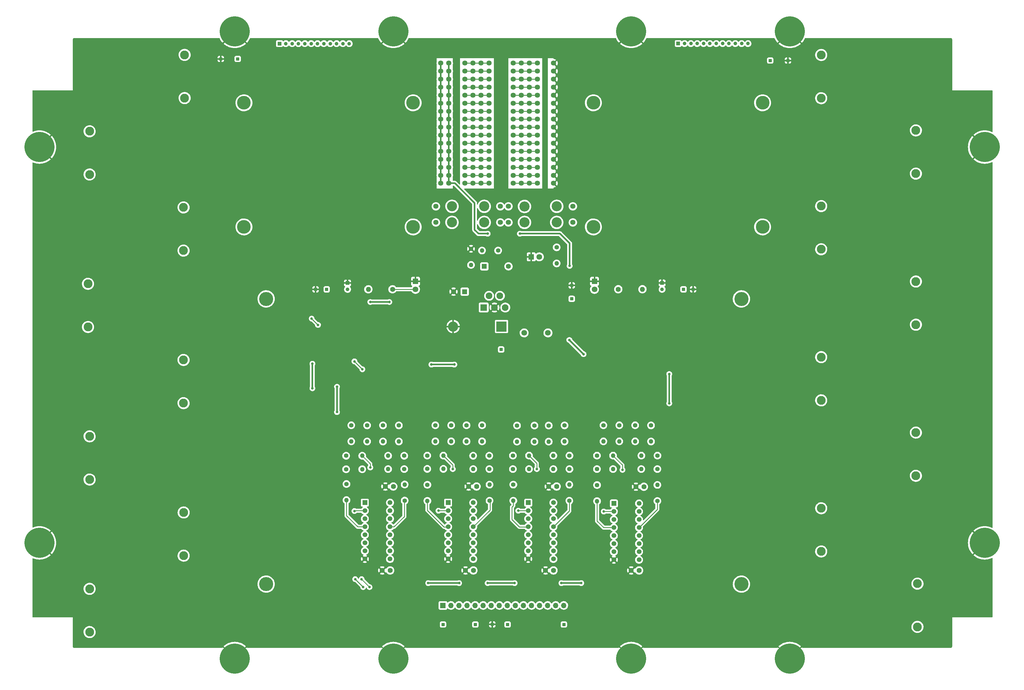
<source format=gbl>
%TF.GenerationSoftware,KiCad,Pcbnew,(6.0.5)*%
%TF.CreationDate,2022-05-16T01:41:45-07:00*%
%TF.ProjectId,lta-power-module,6c74612d-706f-4776-9572-2d6d6f64756c,rev?*%
%TF.SameCoordinates,Original*%
%TF.FileFunction,Copper,L2,Bot*%
%TF.FilePolarity,Positive*%
%FSLAX46Y46*%
G04 Gerber Fmt 4.6, Leading zero omitted, Abs format (unit mm)*
G04 Created by KiCad (PCBNEW (6.0.5)) date 2022-05-16 01:41:45*
%MOMM*%
%LPD*%
G01*
G04 APERTURE LIST*
G04 Aperture macros list*
%AMRoundRect*
0 Rectangle with rounded corners*
0 $1 Rounding radius*
0 $2 $3 $4 $5 $6 $7 $8 $9 X,Y pos of 4 corners*
0 Add a 4 corners polygon primitive as box body*
4,1,4,$2,$3,$4,$5,$6,$7,$8,$9,$2,$3,0*
0 Add four circle primitives for the rounded corners*
1,1,$1+$1,$2,$3*
1,1,$1+$1,$4,$5*
1,1,$1+$1,$6,$7*
1,1,$1+$1,$8,$9*
0 Add four rect primitives between the rounded corners*
20,1,$1+$1,$2,$3,$4,$5,0*
20,1,$1+$1,$4,$5,$6,$7,0*
20,1,$1+$1,$6,$7,$8,$9,0*
20,1,$1+$1,$8,$9,$2,$3,0*%
G04 Aperture macros list end*
%TA.AperFunction,ComponentPad*%
%ADD10C,2.794000*%
%TD*%
%TA.AperFunction,ComponentPad*%
%ADD11C,4.445000*%
%TD*%
%TA.AperFunction,ComponentPad*%
%ADD12C,4.318000*%
%TD*%
%TA.AperFunction,ComponentPad*%
%ADD13C,1.630000*%
%TD*%
%TA.AperFunction,ComponentPad*%
%ADD14RoundRect,0.100000X-0.400000X-0.400000X0.400000X-0.400000X0.400000X0.400000X-0.400000X0.400000X0*%
%TD*%
%TA.AperFunction,ComponentPad*%
%ADD15C,1.400000*%
%TD*%
%TA.AperFunction,ComponentPad*%
%ADD16O,1.400000X1.400000*%
%TD*%
%TA.AperFunction,ComponentPad*%
%ADD17R,1.600000X1.600000*%
%TD*%
%TA.AperFunction,ComponentPad*%
%ADD18C,1.600000*%
%TD*%
%TA.AperFunction,ComponentPad*%
%ADD19C,3.200000*%
%TD*%
%TA.AperFunction,ComponentPad*%
%ADD20C,9.500000*%
%TD*%
%TA.AperFunction,ComponentPad*%
%ADD21R,1.580000X1.580000*%
%TD*%
%TA.AperFunction,ComponentPad*%
%ADD22C,1.580000*%
%TD*%
%TA.AperFunction,ComponentPad*%
%ADD23R,1.150000X1.150000*%
%TD*%
%TA.AperFunction,ComponentPad*%
%ADD24C,1.150000*%
%TD*%
%TA.AperFunction,ComponentPad*%
%ADD25C,1.800000*%
%TD*%
%TA.AperFunction,ComponentPad*%
%ADD26R,1.500000X1.500000*%
%TD*%
%TA.AperFunction,ComponentPad*%
%ADD27C,1.500000*%
%TD*%
%TA.AperFunction,ComponentPad*%
%ADD28O,1.600000X1.600000*%
%TD*%
%TA.AperFunction,ComponentPad*%
%ADD29R,1.800000X1.800000*%
%TD*%
%TA.AperFunction,ComponentPad*%
%ADD30R,3.200000X3.200000*%
%TD*%
%TA.AperFunction,ComponentPad*%
%ADD31O,3.200000X3.200000*%
%TD*%
%TA.AperFunction,ComponentPad*%
%ADD32R,1.700000X1.700000*%
%TD*%
%TA.AperFunction,ComponentPad*%
%ADD33O,1.700000X1.700000*%
%TD*%
%TA.AperFunction,ComponentPad*%
%ADD34R,2.100000X2.100000*%
%TD*%
%TA.AperFunction,ComponentPad*%
%ADD35C,2.100000*%
%TD*%
%TA.AperFunction,ViaPad*%
%ADD36C,0.800000*%
%TD*%
%TA.AperFunction,Conductor*%
%ADD37C,0.500000*%
%TD*%
%TA.AperFunction,Conductor*%
%ADD38C,0.250000*%
%TD*%
G04 APERTURE END LIST*
D10*
X277683000Y-196400600D03*
X277683000Y-182760800D03*
X307523000Y-111173000D03*
X307523000Y-124812800D03*
X76644000Y-135938428D03*
X76644000Y-149578228D03*
X47023000Y-221852600D03*
X47023000Y-208212800D03*
X47023000Y-77379457D03*
X47023000Y-63739657D03*
X307523000Y-158873000D03*
X307523000Y-172512800D03*
X308023000Y-206573000D03*
X308023000Y-220212800D03*
X277683000Y-148700600D03*
X277683000Y-135060800D03*
X307523000Y-63473000D03*
X307523000Y-77112800D03*
X277683000Y-53300600D03*
X277683000Y-39660800D03*
X76984000Y-39623000D03*
X76984000Y-53262800D03*
X46523000Y-125537171D03*
X46523000Y-111897371D03*
X277683000Y-101000600D03*
X277683000Y-87360800D03*
X76644000Y-87780714D03*
X76644000Y-101420514D03*
X47023000Y-173694885D03*
X47023000Y-160055085D03*
X76683000Y-184096142D03*
X76683000Y-197735942D03*
D11*
X102683000Y-206712800D03*
X102683000Y-116669800D03*
X252523000Y-206712800D03*
X252523000Y-116669800D03*
D12*
X95683000Y-54750600D03*
X149023000Y-93942800D03*
X95683000Y-93942800D03*
X149023000Y-54750600D03*
X205858000Y-54750600D03*
X259198000Y-93942800D03*
X205858000Y-93942800D03*
X259198000Y-54750600D03*
D13*
X170423000Y-47290218D03*
X157723000Y-67519890D03*
D14*
X88392000Y-40894000D03*
D13*
X172963000Y-52347636D03*
D15*
X198313000Y-166142800D03*
D16*
X193233000Y-166142800D03*
D17*
X165273000Y-114392800D03*
D18*
X161773000Y-114392800D03*
D13*
X188203000Y-54876346D03*
X172963000Y-70048599D03*
X180583000Y-70048600D03*
X167883000Y-77634726D03*
D19*
X171439000Y-87444800D03*
D13*
X167883000Y-44761509D03*
X170423000Y-80163436D03*
D20*
X92798900Y-32219900D03*
D13*
X172963000Y-80163436D03*
X183123000Y-54876346D03*
X160263000Y-49818927D03*
X165343000Y-54876345D03*
X193283000Y-70048600D03*
X180583000Y-54876346D03*
X170423000Y-59933763D03*
D20*
X142786100Y-32219900D03*
D13*
X170423000Y-57405054D03*
D14*
X267208000Y-41402000D03*
D13*
X188203000Y-42232801D03*
D14*
X93726000Y-40894000D03*
X173998000Y-219444000D03*
D13*
X172963000Y-64991181D03*
X193283000Y-67519891D03*
D15*
X128023000Y-175102800D03*
D16*
X128023000Y-180182800D03*
D21*
X171463000Y-106392800D03*
D22*
X179083000Y-106392800D03*
D13*
X172963000Y-67519890D03*
X193283000Y-64991182D03*
D19*
X194299000Y-87444800D03*
D13*
X185649666Y-44761510D03*
X188143000Y-67519891D03*
X185623000Y-47290219D03*
X170423000Y-70048599D03*
X160263000Y-75106017D03*
X185631000Y-70048600D03*
D19*
X184139000Y-92524800D03*
D13*
X180543000Y-44761510D03*
X167883000Y-59933763D03*
D15*
X226063000Y-166142800D03*
D16*
X220983000Y-166142800D03*
D23*
X227523000Y-111642800D03*
D24*
X227523000Y-113642801D03*
D13*
X165343000Y-64991181D03*
D19*
X184139000Y-87485122D03*
D13*
X165343000Y-52347636D03*
X167883000Y-42232800D03*
X170423000Y-49818927D03*
X172963000Y-62462472D03*
D18*
X169023000Y-175892800D03*
X166523000Y-175892800D03*
D13*
X180583000Y-67519891D03*
X185663000Y-54876346D03*
X183123000Y-42232801D03*
X180583000Y-80163436D03*
D25*
X191523000Y-127392800D03*
X184023000Y-127392800D03*
D13*
X157723000Y-52347636D03*
X156199000Y-87444800D03*
X156199000Y-92524800D03*
D15*
X139523000Y-156602800D03*
D16*
X139523000Y-161682800D03*
D13*
X185663000Y-57405055D03*
X172963000Y-57405054D03*
X180583000Y-59933764D03*
D19*
X194299000Y-92524800D03*
D13*
X170423000Y-52347636D03*
X188203000Y-75106018D03*
X165343000Y-75106017D03*
X170423000Y-67519890D03*
X167883000Y-67519890D03*
X167883000Y-72577308D03*
X160263000Y-62462472D03*
X183123000Y-49818928D03*
D14*
X121773000Y-113642800D03*
D19*
X161279000Y-92524800D03*
X171439000Y-92524800D03*
D13*
X165343000Y-77634726D03*
D15*
X129523000Y-156562800D03*
D16*
X129523000Y-161642800D03*
D13*
X179059000Y-92524800D03*
X157723000Y-59933763D03*
D26*
X160053000Y-181002800D03*
D27*
X160053000Y-183542800D03*
X160053000Y-186082800D03*
X160053000Y-188622800D03*
X160053000Y-191162800D03*
X160053000Y-193702800D03*
X160053000Y-196242800D03*
X160053000Y-198782800D03*
X167993000Y-198782800D03*
X167993000Y-196242800D03*
X167993000Y-193702800D03*
X167993000Y-191162800D03*
X167993000Y-188622800D03*
X167993000Y-186082800D03*
X167993000Y-183542800D03*
X167993000Y-181002800D03*
D13*
X185663000Y-72577309D03*
D15*
X196773000Y-156602800D03*
D16*
X196773000Y-161682800D03*
D15*
X161023000Y-156552800D03*
D16*
X161023000Y-161632800D03*
D13*
X172963000Y-75106017D03*
X176519000Y-87444800D03*
D18*
X220273000Y-202392800D03*
X217773000Y-202392800D03*
D13*
X157723000Y-54876345D03*
X165343000Y-57405054D03*
X160263000Y-70048599D03*
D20*
X267754100Y-230212900D03*
D13*
X165343000Y-72577308D03*
D14*
X178816000Y-219456000D03*
D18*
X142523000Y-113642800D03*
D28*
X134903000Y-113642800D03*
D13*
X160263000Y-42232800D03*
D15*
X224023000Y-156602800D03*
D16*
X224023000Y-161682800D03*
D13*
X185663000Y-80163436D03*
X183107000Y-70048600D03*
X167883000Y-57405054D03*
X193283000Y-57405055D03*
D18*
X194273000Y-175892800D03*
X191773000Y-175892800D03*
D13*
X193283000Y-42232801D03*
X180583000Y-57405055D03*
D19*
X161279000Y-87444800D03*
D26*
X133803000Y-181002800D03*
D27*
X133803000Y-183542800D03*
X133803000Y-186082800D03*
X133803000Y-188622800D03*
X133803000Y-191162800D03*
X133803000Y-193702800D03*
X133803000Y-196242800D03*
X133803000Y-198782800D03*
X141743000Y-198782800D03*
X141743000Y-196242800D03*
X141743000Y-193702800D03*
X141743000Y-191162800D03*
X141743000Y-188622800D03*
X141743000Y-186082800D03*
X141743000Y-183542800D03*
X141743000Y-181002800D03*
D29*
X149773000Y-111117800D03*
D25*
X149773000Y-113657800D03*
D14*
X196545200Y-219456000D03*
D13*
X167883000Y-70048599D03*
X183123000Y-64991182D03*
X165343000Y-80163436D03*
X188163000Y-47290219D03*
X167883000Y-52347636D03*
D14*
X118273000Y-113642800D03*
X234273000Y-113642800D03*
D13*
X180583000Y-77634727D03*
X188203000Y-59933764D03*
X165343000Y-62462472D03*
D15*
X194273000Y-100392800D03*
D16*
X194273000Y-105472800D03*
D15*
X214023000Y-156562800D03*
D16*
X214023000Y-161642800D03*
D13*
X157723000Y-42232800D03*
D14*
X168656000Y-219456000D03*
D20*
X142786100Y-230212900D03*
D23*
X232590000Y-36052000D03*
D24*
X234590001Y-36052000D03*
X236590000Y-36052000D03*
X238590001Y-36052000D03*
X240589999Y-36052000D03*
X242590000Y-36052000D03*
X244589999Y-36052000D03*
X246590000Y-36052000D03*
X248590001Y-36052000D03*
X250590000Y-36052000D03*
X252590001Y-36052000D03*
X254589999Y-36052000D03*
D13*
X185663000Y-42232801D03*
X170423000Y-42232800D03*
D30*
X176893000Y-125392800D03*
D31*
X161653000Y-125392800D03*
D29*
X206198000Y-111121301D03*
D25*
X206198000Y-113661301D03*
D13*
X180583000Y-62462473D03*
D20*
X92798900Y-230212900D03*
D18*
X141773000Y-202392800D03*
X139273000Y-202392800D03*
D13*
X157723000Y-72577308D03*
D23*
X106881499Y-36068000D03*
D24*
X108881500Y-36068000D03*
X110881499Y-36068000D03*
X112881500Y-36068000D03*
X114881498Y-36068000D03*
X116881499Y-36068000D03*
X118881498Y-36068000D03*
X120881499Y-36068000D03*
X122881500Y-36068000D03*
X124881499Y-36068000D03*
X126881500Y-36068000D03*
X128881498Y-36068000D03*
D20*
X329209400Y-193700400D03*
D13*
X193283000Y-44761510D03*
X185623000Y-67519891D03*
X157723000Y-47290218D03*
X188203000Y-64991182D03*
D20*
X267754100Y-32219900D03*
D14*
X176773000Y-132642800D03*
D15*
X173063000Y-170392800D03*
D16*
X167983000Y-170392800D03*
D13*
X193283000Y-52347637D03*
X165343000Y-47290218D03*
X185663000Y-49818928D03*
D15*
X127893000Y-166192800D03*
D16*
X132973000Y-166192800D03*
D13*
X183123000Y-57405055D03*
X172963000Y-54876345D03*
X183123000Y-72577309D03*
D15*
X206983000Y-170392800D03*
D16*
X212063000Y-170392800D03*
D13*
X167883000Y-75106017D03*
X185663000Y-77634727D03*
X165343000Y-44761509D03*
X170423000Y-44761509D03*
X180583000Y-42232801D03*
X188203000Y-77634727D03*
X199379000Y-92524800D03*
D20*
X31216600Y-68732400D03*
D13*
X170423000Y-54876345D03*
X180543000Y-47290219D03*
X188203000Y-49818928D03*
X157723000Y-80163436D03*
D20*
X217766900Y-230212900D03*
D13*
X157723000Y-49818927D03*
X160263000Y-72577308D03*
X172963000Y-77634726D03*
D18*
X221773000Y-175972800D03*
X219273000Y-175972800D03*
D13*
X160263000Y-67519890D03*
D15*
X180483000Y-166142800D03*
D16*
X185563000Y-166142800D03*
D15*
X144523000Y-156602800D03*
D16*
X144523000Y-161682800D03*
D13*
X160263000Y-64991181D03*
X183123000Y-77634727D03*
X188155000Y-70048600D03*
X188203000Y-52347637D03*
X172963000Y-42232800D03*
D15*
X219023000Y-156562800D03*
D16*
X219023000Y-161642800D03*
D13*
X157723000Y-70048599D03*
X165343000Y-67519890D03*
X157723000Y-64991181D03*
D15*
X206983000Y-166142800D03*
D16*
X212063000Y-166142800D03*
D20*
X31216600Y-193700400D03*
D13*
X193283000Y-49818928D03*
D15*
X198273000Y-180392800D03*
D16*
X198273000Y-175312800D03*
D15*
X180483000Y-170392800D03*
D16*
X185563000Y-170392800D03*
D29*
X186273000Y-103392800D03*
D25*
X188813000Y-103392800D03*
D13*
X172963000Y-59933763D03*
X172963000Y-47290218D03*
X185663000Y-64991182D03*
D32*
X158433000Y-213442800D03*
D33*
X160973000Y-213442800D03*
X163513000Y-213442800D03*
X166053000Y-213442800D03*
X168593000Y-213442800D03*
X171133000Y-213442800D03*
X173673000Y-213442800D03*
X176213000Y-213442800D03*
X178753000Y-213442800D03*
X181293000Y-213442800D03*
X183833000Y-213442800D03*
X186373000Y-213442800D03*
X188913000Y-213442800D03*
X191453000Y-213442800D03*
X193993000Y-213442800D03*
X196533000Y-213442800D03*
D13*
X172963000Y-49818927D03*
D15*
X226023000Y-180472800D03*
D16*
X226023000Y-175392800D03*
D13*
X157723000Y-77634726D03*
X188203000Y-44761510D03*
X160263000Y-44761509D03*
X157723000Y-44761509D03*
D18*
X213698000Y-113621301D03*
D28*
X221318000Y-113621301D03*
D15*
X127893000Y-170442800D03*
D16*
X132973000Y-170442800D03*
D13*
X183103000Y-67519891D03*
X188203000Y-57405055D03*
D18*
X142773000Y-175892800D03*
X140273000Y-175892800D03*
D13*
X170423000Y-72577308D03*
X160263000Y-57405054D03*
D15*
X165863000Y-156552800D03*
D16*
X165863000Y-161632800D03*
D13*
X199379000Y-87444800D03*
D15*
X167273000Y-100852800D03*
D16*
X167273000Y-105932800D03*
D15*
X146363000Y-180342800D03*
D16*
X146363000Y-175262800D03*
D13*
X165343000Y-70048599D03*
D15*
X181773000Y-156642800D03*
D16*
X181773000Y-161722800D03*
D13*
X160263000Y-54876345D03*
X183123000Y-52347637D03*
D14*
X237273000Y-113642800D03*
D13*
X172963000Y-44761509D03*
D15*
X173113000Y-180382800D03*
D16*
X173113000Y-175302800D03*
D13*
X188203000Y-80163436D03*
D15*
X146223000Y-170392800D03*
D16*
X141143000Y-170392800D03*
D15*
X187273000Y-156642800D03*
D16*
X187273000Y-161722800D03*
D13*
X185663000Y-52347637D03*
D14*
X199023000Y-116642800D03*
D13*
X176519000Y-92524800D03*
X165343000Y-42232800D03*
X180583000Y-72577309D03*
X180583000Y-75106018D03*
D15*
X170773000Y-156552800D03*
D16*
X170773000Y-161632800D03*
D13*
X180583000Y-52347637D03*
D15*
X175813000Y-101392800D03*
D16*
X170733000Y-101392800D03*
D13*
X172963000Y-72577308D03*
X179059000Y-87444800D03*
X160263000Y-80163436D03*
X180583000Y-49818928D03*
X160263000Y-47290218D03*
D15*
X180613000Y-175302800D03*
D16*
X180613000Y-180382800D03*
D34*
X171273000Y-119392800D03*
D35*
X172973000Y-115692800D03*
X174673000Y-119392800D03*
X176373000Y-115692800D03*
X178073000Y-119392800D03*
D13*
X167883000Y-80163436D03*
X193283000Y-54876346D03*
X160263000Y-77634726D03*
X183123000Y-80163436D03*
D15*
X134523000Y-156602800D03*
D16*
X134523000Y-161682800D03*
D13*
X193283000Y-47290219D03*
X183123000Y-59933764D03*
X160263000Y-59933763D03*
X167883000Y-54876345D03*
D15*
X153483000Y-166142800D03*
D16*
X158563000Y-166142800D03*
D15*
X207023000Y-175432800D03*
D16*
X207023000Y-180512800D03*
D13*
X167883000Y-47290218D03*
D26*
X185303000Y-181002800D03*
D27*
X185303000Y-183542800D03*
X185303000Y-186082800D03*
X185303000Y-188622800D03*
X185303000Y-191162800D03*
X185303000Y-193702800D03*
X185303000Y-196242800D03*
X185303000Y-198782800D03*
X193243000Y-198782800D03*
X193243000Y-196242800D03*
X193243000Y-193702800D03*
X193243000Y-191162800D03*
X193243000Y-188622800D03*
X193243000Y-186082800D03*
X193243000Y-183542800D03*
X193243000Y-181002800D03*
D26*
X212303000Y-181252800D03*
D27*
X212303000Y-183792800D03*
X212303000Y-186332800D03*
X212303000Y-188872800D03*
X212303000Y-191412800D03*
X212303000Y-193952800D03*
X212303000Y-196492800D03*
X212303000Y-199032800D03*
X220243000Y-199032800D03*
X220243000Y-196492800D03*
X220243000Y-193952800D03*
X220243000Y-191412800D03*
X220243000Y-188872800D03*
X220243000Y-186332800D03*
X220243000Y-183792800D03*
X220243000Y-181252800D03*
D15*
X156023000Y-156552800D03*
D16*
X156023000Y-161632800D03*
D13*
X193283000Y-75106018D03*
D15*
X153523000Y-175352800D03*
D16*
X153523000Y-180432800D03*
D13*
X157723000Y-62462472D03*
X183083000Y-47290219D03*
X170423000Y-75106017D03*
X193283000Y-59933764D03*
X193283000Y-77634727D03*
D18*
X168023000Y-202392800D03*
X165523000Y-202392800D03*
D15*
X209023000Y-156562800D03*
D16*
X209023000Y-161642800D03*
D14*
X158445200Y-219456000D03*
D15*
X173023000Y-166192800D03*
D16*
X167943000Y-166192800D03*
D23*
X128348000Y-111664299D03*
D24*
X128348000Y-113664300D03*
D13*
X157723000Y-57405054D03*
X160263000Y-52347636D03*
X193283000Y-80163436D03*
X167883000Y-49818927D03*
X165343000Y-59933763D03*
X185663000Y-62462473D03*
X183096333Y-44761510D03*
D15*
X191773000Y-156642800D03*
D16*
X191773000Y-161722800D03*
D13*
X170423000Y-64991181D03*
X167883000Y-62462472D03*
X185663000Y-75106018D03*
X193283000Y-72577309D03*
D15*
X198313000Y-170392800D03*
D16*
X193233000Y-170392800D03*
D13*
X183123000Y-62462473D03*
X157723000Y-75106017D03*
X167883000Y-64991181D03*
D15*
X226023000Y-170392800D03*
D16*
X220943000Y-170392800D03*
D13*
X180583000Y-64991182D03*
D14*
X261620000Y-41402000D03*
D15*
X153483000Y-170342800D03*
D16*
X158563000Y-170342800D03*
D20*
X329209400Y-68732400D03*
D18*
X193273000Y-202392800D03*
X190773000Y-202392800D03*
D13*
X193283000Y-62462473D03*
X185663000Y-59933764D03*
X183123000Y-75106018D03*
D20*
X217766900Y-32219900D03*
D13*
X170423000Y-77634726D03*
X165343000Y-49818927D03*
D15*
X146223000Y-166192800D03*
D16*
X141143000Y-166192800D03*
D13*
X170423000Y-62462472D03*
X188203000Y-62462473D03*
X188203000Y-72577309D03*
D14*
X199023000Y-112392800D03*
D36*
X61750000Y-82500000D03*
X61750000Y-179000000D03*
X291000000Y-177250000D03*
X291250000Y-82000000D03*
X290750000Y-129750000D03*
X60750000Y-130500000D03*
X125500000Y-82500000D03*
X231750000Y-83750000D03*
X117273000Y-137142800D03*
X172523000Y-206392800D03*
X141523000Y-117642800D03*
X135523000Y-117642800D03*
X195773000Y-206392800D03*
X117273000Y-144892800D03*
X153773000Y-206392800D03*
X163523000Y-206392800D03*
X202023000Y-206392800D03*
X181023000Y-206392800D03*
X137023000Y-202392800D03*
X224773000Y-128142800D03*
X183773000Y-200892800D03*
X137773000Y-175892800D03*
X131273000Y-82642800D03*
X206502000Y-218186000D03*
X170023000Y-143142800D03*
X128273000Y-106142800D03*
X214523000Y-143392800D03*
X177023000Y-168392800D03*
X151892000Y-218186000D03*
X158523000Y-200642800D03*
X202273000Y-168642800D03*
X243738400Y-140919200D03*
X166523000Y-178642800D03*
X108356400Y-107035600D03*
X172273000Y-195392800D03*
X208023000Y-208892800D03*
X133523000Y-146142800D03*
X210773000Y-201142800D03*
X248564400Y-58216800D03*
X216750000Y-49500000D03*
X144523000Y-143142800D03*
X149023000Y-212392800D03*
X122523000Y-136392800D03*
X146273000Y-202642800D03*
X132273000Y-127642800D03*
X158023000Y-125392800D03*
X176273000Y-121642800D03*
X248208800Y-107899200D03*
X132023000Y-200142800D03*
X233250000Y-177250000D03*
X112064800Y-55524400D03*
X150273000Y-168142800D03*
X215523000Y-202392800D03*
X158273000Y-114142800D03*
X149023000Y-208642800D03*
X188273000Y-202392800D03*
X219023000Y-78892800D03*
X111760000Y-172974000D03*
X201523000Y-125392800D03*
X119023000Y-82392800D03*
X191773000Y-178642800D03*
X219273000Y-178392800D03*
X121273000Y-153392800D03*
X139500000Y-72000000D03*
X181273000Y-194642800D03*
X109500000Y-138250000D03*
X183023000Y-143142800D03*
X163023000Y-202392800D03*
X183273000Y-208642800D03*
X168773000Y-134892800D03*
X182684200Y-96080800D03*
X154773000Y-137392800D03*
X202753000Y-134122800D03*
X125023000Y-144392800D03*
X172524200Y-96080800D03*
X162023000Y-137392800D03*
X198273000Y-129642800D03*
X229773000Y-149642800D03*
X229773000Y-140392800D03*
X198363000Y-106240800D03*
X125023000Y-152392800D03*
X119023000Y-124892800D03*
X130523000Y-136392800D03*
X117023000Y-122892800D03*
X133023000Y-138892800D03*
X130523000Y-183642800D03*
X133273000Y-207642800D03*
X130773000Y-205142800D03*
X135273000Y-207642800D03*
X132773000Y-205142800D03*
X157023000Y-183542800D03*
X182173000Y-183542800D03*
X209123000Y-183792800D03*
X135523000Y-169892800D03*
X161523000Y-170392800D03*
X188023000Y-170392800D03*
X215023000Y-170642800D03*
D37*
X168415100Y-94834900D02*
X169661000Y-96080800D01*
X168415100Y-86415100D02*
X168415100Y-94834900D01*
X162163436Y-80163436D02*
X168415100Y-86415100D01*
X160263000Y-80163436D02*
X162163436Y-80163436D01*
X157723000Y-42232800D02*
X157723000Y-80332800D01*
X135523000Y-117642800D02*
X141523000Y-117642800D01*
X153773000Y-206392800D02*
X163523000Y-206392800D01*
X172523000Y-206392800D02*
X181023000Y-206392800D01*
X195773000Y-206392800D02*
X202023000Y-206392800D01*
X117273000Y-144892800D02*
X117273000Y-137142800D01*
X198363000Y-106240800D02*
X198363000Y-99128800D01*
X160263000Y-80163436D02*
X160263000Y-42232800D01*
X198363000Y-99128800D02*
X195315000Y-96080800D01*
X202753000Y-134122800D02*
X198273000Y-129642800D01*
X154773000Y-137392800D02*
X162023000Y-137392800D01*
X229773000Y-149642800D02*
X229773000Y-140392800D01*
X195315000Y-96080800D02*
X182684200Y-96080800D01*
X169661000Y-96080800D02*
X172524200Y-96080800D01*
X125023000Y-152392800D02*
X125023000Y-144392800D01*
D38*
X142523000Y-113642800D02*
X150023000Y-113642800D01*
X117023000Y-122892800D02*
X119023000Y-124892800D01*
X130523000Y-136392800D02*
X133023000Y-138892800D01*
X133803000Y-183542800D02*
X130623000Y-183542800D01*
X130623000Y-183542800D02*
X130523000Y-183642800D01*
X130773000Y-205142800D02*
X133273000Y-207642800D01*
X132773000Y-205142800D02*
X135273000Y-207642800D01*
X157473000Y-183542800D02*
X157023000Y-183542800D01*
X160053000Y-183542800D02*
X157473000Y-183542800D01*
X185303000Y-183542800D02*
X182173000Y-183542800D01*
X212303000Y-183792800D02*
X209123000Y-183792800D01*
X180543000Y-47290219D02*
X188180419Y-47290219D01*
X165343000Y-42232800D02*
X172963000Y-42232800D01*
X180583000Y-42232801D02*
X188203000Y-42232800D01*
X165343000Y-70048599D02*
X172838799Y-70048599D01*
X180583000Y-49818928D02*
X188169128Y-49818928D01*
X172963000Y-62462472D02*
X165433328Y-62462472D01*
X188203000Y-57405055D02*
X180650745Y-57405055D01*
X165343000Y-64991181D02*
X172861381Y-64991181D01*
X188203000Y-52347637D02*
X180628163Y-52347637D01*
X165343000Y-80163436D02*
X172793636Y-80163436D01*
X188203000Y-62462473D02*
X180673327Y-62462473D01*
X165343000Y-44761509D02*
X172951709Y-44761509D01*
X180583000Y-54876346D02*
X188146546Y-54876346D01*
X172963000Y-47290218D02*
X165365582Y-47290218D01*
X188203000Y-72577309D02*
X180718491Y-72577309D01*
X172963000Y-72577308D02*
X165478492Y-72577308D01*
X188203000Y-77634727D02*
X180741073Y-77634727D01*
X165343000Y-49818927D02*
X172929127Y-49818927D01*
X180543000Y-44761510D02*
X188191710Y-44761510D01*
X165343000Y-75106017D02*
X172816217Y-75106017D01*
X180583000Y-59933764D02*
X188123964Y-59933764D01*
X172963000Y-67519890D02*
X165455910Y-67519890D01*
X180583000Y-70048600D02*
X188078800Y-70048600D01*
X172963000Y-57405054D02*
X165410746Y-57405054D01*
X180583000Y-64991182D02*
X188101382Y-64991182D01*
X172963000Y-77634726D02*
X165501074Y-77634726D01*
X180583000Y-80163436D02*
X188033636Y-80163436D01*
X165343000Y-54876345D02*
X172906545Y-54876345D01*
X180583000Y-75106018D02*
X188056218Y-75106018D01*
X172963000Y-52347636D02*
X165388164Y-52347636D01*
X188143000Y-67519891D02*
X180695909Y-67519891D01*
X165343000Y-59933763D02*
X172883963Y-59933763D01*
X128023000Y-185102800D02*
X128023000Y-180142800D01*
X131543000Y-188622800D02*
X128023000Y-185102800D01*
X133803000Y-188622800D02*
X131543000Y-188622800D01*
X153523000Y-180432800D02*
X153523000Y-183392800D01*
X158773000Y-188642800D02*
X160023000Y-188642800D01*
X153523000Y-183392800D02*
X158773000Y-188642800D01*
X135523000Y-168742800D02*
X132973000Y-166192800D01*
X135523000Y-169892800D02*
X135523000Y-168742800D01*
X161523000Y-170392800D02*
X161523000Y-169102800D01*
X161523000Y-169102800D02*
X158563000Y-166142800D01*
X143003000Y-188622800D02*
X146273000Y-185352800D01*
X141743000Y-188622800D02*
X143003000Y-188622800D01*
X146273000Y-185352800D02*
X146273000Y-180142800D01*
X167993000Y-188622800D02*
X173273000Y-183342800D01*
X173273000Y-183342800D02*
X173273000Y-180142800D01*
X180173000Y-186292800D02*
X180173000Y-182392800D01*
X180613000Y-180382800D02*
X180613000Y-181952800D01*
X180173000Y-182392800D02*
X180613000Y-181952800D01*
X180173000Y-186292800D02*
X182523000Y-188642800D01*
X182523000Y-188642800D02*
X185273000Y-188642800D01*
X185563000Y-166142800D02*
X188023000Y-168602800D01*
X188023000Y-168602800D02*
X188023000Y-170392800D01*
X212303000Y-188872800D02*
X209103000Y-188872800D01*
X209103000Y-188872800D02*
X207023000Y-186792800D01*
X207023000Y-186792800D02*
X207023000Y-180392800D01*
X215023000Y-170642800D02*
X215023000Y-169142800D01*
X215023000Y-169142800D02*
X212023000Y-166142800D01*
X198273000Y-183592800D02*
X198273000Y-180392800D01*
X193243000Y-188622800D02*
X198273000Y-183592800D01*
X220243000Y-188872800D02*
X226023000Y-183092800D01*
X226023000Y-183092800D02*
X226023000Y-180392800D01*
%TA.AperFunction,Conductor*%
G36*
X41706800Y-217170000D02*
G01*
X29132800Y-217170000D01*
X29064679Y-217149998D01*
X29018186Y-217096342D01*
X29006800Y-217044000D01*
X29006800Y-198664861D01*
X29026802Y-198596740D01*
X29080458Y-198550247D01*
X29150732Y-198540143D01*
X29181018Y-198548452D01*
X29414004Y-198644958D01*
X29419173Y-198646840D01*
X29851803Y-198783247D01*
X29857126Y-198784673D01*
X30300001Y-198882856D01*
X30305413Y-198883811D01*
X30755160Y-198943021D01*
X30760659Y-198943502D01*
X31213852Y-198963289D01*
X31219348Y-198963289D01*
X31672541Y-198943502D01*
X31678040Y-198943021D01*
X32127787Y-198883811D01*
X32133199Y-198882856D01*
X32576074Y-198784673D01*
X32581397Y-198783247D01*
X33014027Y-198646840D01*
X33019196Y-198644958D01*
X33438302Y-198471359D01*
X33443290Y-198469032D01*
X33845657Y-198259573D01*
X33850429Y-198256818D01*
X34233024Y-198013079D01*
X34237518Y-198009933D01*
X34597405Y-197733781D01*
X34601633Y-197730234D01*
X34737306Y-197605912D01*
X34745520Y-197592316D01*
X34745510Y-197591946D01*
X34740099Y-197583109D01*
X30946485Y-193789495D01*
X30912459Y-193727183D01*
X30914294Y-193701532D01*
X31581008Y-193701532D01*
X31581139Y-193703365D01*
X31585390Y-193709980D01*
X35097061Y-197221651D01*
X35111005Y-197229265D01*
X35111375Y-197229239D01*
X35119964Y-197223450D01*
X35246434Y-197085433D01*
X35249981Y-197081205D01*
X35526133Y-196721318D01*
X35529279Y-196716824D01*
X35773021Y-196334224D01*
X35775768Y-196329466D01*
X35985235Y-195927086D01*
X35987559Y-195922102D01*
X36161158Y-195502996D01*
X36163040Y-195497827D01*
X36299447Y-195065197D01*
X36300873Y-195059874D01*
X36399056Y-194616999D01*
X36400011Y-194611587D01*
X36459221Y-194161840D01*
X36459702Y-194156341D01*
X36479489Y-193703148D01*
X36479489Y-193697652D01*
X36459702Y-193244459D01*
X36459221Y-193238960D01*
X36400011Y-192789213D01*
X36399056Y-192783801D01*
X36300873Y-192340926D01*
X36299447Y-192335603D01*
X36163040Y-191902973D01*
X36161158Y-191897804D01*
X35987559Y-191478698D01*
X35985235Y-191473714D01*
X35775768Y-191071334D01*
X35773021Y-191066576D01*
X35529279Y-190683976D01*
X35526133Y-190679482D01*
X35249981Y-190319595D01*
X35246434Y-190315367D01*
X35122112Y-190179694D01*
X35108516Y-190171480D01*
X35108146Y-190171490D01*
X35099309Y-190176901D01*
X31588622Y-193687588D01*
X31581008Y-193701532D01*
X30914294Y-193701532D01*
X30917524Y-193656368D01*
X30946485Y-193611305D01*
X34737851Y-189819939D01*
X34745465Y-189805995D01*
X34745439Y-189805625D01*
X34739650Y-189797036D01*
X34601633Y-189670566D01*
X34597405Y-189667019D01*
X34237518Y-189390867D01*
X34233024Y-189387721D01*
X33850429Y-189143982D01*
X33845657Y-189141227D01*
X33443290Y-188931768D01*
X33438302Y-188929441D01*
X33019196Y-188755842D01*
X33014027Y-188753960D01*
X32581397Y-188617553D01*
X32576074Y-188616127D01*
X32133199Y-188517944D01*
X32127787Y-188516989D01*
X31678040Y-188457779D01*
X31672541Y-188457298D01*
X31219348Y-188437511D01*
X31213852Y-188437511D01*
X30760659Y-188457298D01*
X30755160Y-188457779D01*
X30305413Y-188516989D01*
X30300001Y-188517944D01*
X29857126Y-188616127D01*
X29851803Y-188617553D01*
X29419173Y-188753960D01*
X29414004Y-188755842D01*
X29181018Y-188852348D01*
X29110429Y-188859937D01*
X29046942Y-188828158D01*
X29010714Y-188767100D01*
X29006800Y-188735939D01*
X29006800Y-73696861D01*
X29026802Y-73628740D01*
X29080458Y-73582247D01*
X29150732Y-73572143D01*
X29181018Y-73580452D01*
X29414004Y-73676958D01*
X29419173Y-73678840D01*
X29851803Y-73815247D01*
X29857126Y-73816673D01*
X30300001Y-73914856D01*
X30305413Y-73915811D01*
X30755160Y-73975021D01*
X30760659Y-73975502D01*
X31213852Y-73995289D01*
X31219348Y-73995289D01*
X31672541Y-73975502D01*
X31678040Y-73975021D01*
X32127787Y-73915811D01*
X32133199Y-73914856D01*
X32576074Y-73816673D01*
X32581397Y-73815247D01*
X33014027Y-73678840D01*
X33019196Y-73676958D01*
X33438302Y-73503359D01*
X33443290Y-73501032D01*
X33845657Y-73291573D01*
X33850429Y-73288818D01*
X34233024Y-73045079D01*
X34237518Y-73041933D01*
X34597405Y-72765781D01*
X34601633Y-72762234D01*
X34737306Y-72637912D01*
X34745520Y-72624316D01*
X34745510Y-72623946D01*
X34740099Y-72615109D01*
X30946485Y-68821495D01*
X30912459Y-68759183D01*
X30914294Y-68733532D01*
X31581008Y-68733532D01*
X31581139Y-68735365D01*
X31585390Y-68741980D01*
X35097061Y-72253651D01*
X35111005Y-72261265D01*
X35111375Y-72261239D01*
X35119964Y-72255450D01*
X35246434Y-72117433D01*
X35249981Y-72113205D01*
X35526133Y-71753318D01*
X35529279Y-71748824D01*
X35773021Y-71366224D01*
X35775768Y-71361466D01*
X35985235Y-70959086D01*
X35987559Y-70954102D01*
X36161158Y-70534996D01*
X36163040Y-70529827D01*
X36299447Y-70097197D01*
X36300873Y-70091874D01*
X36399056Y-69648999D01*
X36400011Y-69643587D01*
X36459221Y-69193840D01*
X36459702Y-69188341D01*
X36479489Y-68735148D01*
X36479489Y-68729652D01*
X36459702Y-68276459D01*
X36459221Y-68270960D01*
X36400011Y-67821213D01*
X36399056Y-67815801D01*
X36300873Y-67372926D01*
X36299447Y-67367603D01*
X36163040Y-66934973D01*
X36161158Y-66929804D01*
X35987559Y-66510698D01*
X35985235Y-66505714D01*
X35775768Y-66103334D01*
X35773021Y-66098576D01*
X35529279Y-65715976D01*
X35526133Y-65711482D01*
X35249981Y-65351595D01*
X35246434Y-65347367D01*
X35122112Y-65211694D01*
X35108516Y-65203480D01*
X35108146Y-65203490D01*
X35099309Y-65208901D01*
X31588622Y-68719588D01*
X31581008Y-68733532D01*
X30914294Y-68733532D01*
X30917524Y-68688368D01*
X30946485Y-68643305D01*
X34737851Y-64851939D01*
X34745465Y-64837995D01*
X34745439Y-64837625D01*
X34739650Y-64829036D01*
X34601633Y-64702566D01*
X34597405Y-64699019D01*
X34237518Y-64422867D01*
X34233024Y-64419721D01*
X33850429Y-64175982D01*
X33845657Y-64173227D01*
X33443290Y-63963768D01*
X33438302Y-63961441D01*
X33019196Y-63787842D01*
X33014027Y-63785960D01*
X32581397Y-63649553D01*
X32576074Y-63648127D01*
X32133199Y-63549944D01*
X32127787Y-63548989D01*
X31678040Y-63489779D01*
X31672541Y-63489298D01*
X31219348Y-63469511D01*
X31213852Y-63469511D01*
X30760659Y-63489298D01*
X30755160Y-63489779D01*
X30305413Y-63548989D01*
X30300001Y-63549944D01*
X29857126Y-63648127D01*
X29851803Y-63649553D01*
X29419173Y-63785960D01*
X29414004Y-63787842D01*
X29181018Y-63884348D01*
X29110429Y-63891937D01*
X29046942Y-63860158D01*
X29010714Y-63799100D01*
X29006800Y-63767939D01*
X29006800Y-50926000D01*
X29026802Y-50857879D01*
X29080458Y-50811386D01*
X29132800Y-50800000D01*
X41706800Y-50800000D01*
X41706800Y-217170000D01*
G37*
%TD.AperFunction*%
%TA.AperFunction,Conductor*%
G36*
X331615321Y-50820002D02*
G01*
X331661814Y-50873658D01*
X331673200Y-50926000D01*
X331673200Y-63879558D01*
X331653198Y-63947679D01*
X331599542Y-63994172D01*
X331529268Y-64004276D01*
X331489020Y-63991321D01*
X331436090Y-63963767D01*
X331431102Y-63961441D01*
X331011996Y-63787842D01*
X331006827Y-63785960D01*
X330574197Y-63649553D01*
X330568874Y-63648127D01*
X330125999Y-63549944D01*
X330120587Y-63548989D01*
X329670840Y-63489779D01*
X329665341Y-63489298D01*
X329212148Y-63469511D01*
X329206652Y-63469511D01*
X328753459Y-63489298D01*
X328747960Y-63489779D01*
X328298213Y-63548989D01*
X328292801Y-63549944D01*
X327849926Y-63648127D01*
X327844603Y-63649553D01*
X327411973Y-63785960D01*
X327406804Y-63787842D01*
X326987698Y-63961441D01*
X326982714Y-63963765D01*
X326580334Y-64173232D01*
X326575576Y-64175979D01*
X326192976Y-64419721D01*
X326188482Y-64422867D01*
X325828595Y-64699019D01*
X325824367Y-64702566D01*
X325688694Y-64826888D01*
X325680480Y-64840484D01*
X325680490Y-64840854D01*
X325685901Y-64849691D01*
X329479515Y-68643305D01*
X329513541Y-68705617D01*
X329508476Y-68776432D01*
X329479515Y-68821495D01*
X325688149Y-72612861D01*
X325680535Y-72626805D01*
X325680561Y-72627175D01*
X325686350Y-72635764D01*
X325824367Y-72762234D01*
X325828595Y-72765781D01*
X326188482Y-73041933D01*
X326192976Y-73045079D01*
X326575571Y-73288818D01*
X326580343Y-73291573D01*
X326982710Y-73501032D01*
X326987698Y-73503359D01*
X327406804Y-73676958D01*
X327411973Y-73678840D01*
X327844603Y-73815247D01*
X327849926Y-73816673D01*
X328292801Y-73914856D01*
X328298213Y-73915811D01*
X328747960Y-73975021D01*
X328753459Y-73975502D01*
X329206652Y-73995289D01*
X329212148Y-73995289D01*
X329665341Y-73975502D01*
X329670840Y-73975021D01*
X330120587Y-73915811D01*
X330125999Y-73914856D01*
X330568874Y-73816673D01*
X330574197Y-73815247D01*
X331006827Y-73678840D01*
X331011996Y-73676958D01*
X331431102Y-73503359D01*
X331436090Y-73501033D01*
X331489020Y-73473479D01*
X331558679Y-73459766D01*
X331624694Y-73485891D01*
X331666106Y-73543559D01*
X331673200Y-73585242D01*
X331673200Y-188847558D01*
X331653198Y-188915679D01*
X331599542Y-188962172D01*
X331529268Y-188972276D01*
X331489020Y-188959321D01*
X331436090Y-188931767D01*
X331431102Y-188929441D01*
X331011996Y-188755842D01*
X331006827Y-188753960D01*
X330574197Y-188617553D01*
X330568874Y-188616127D01*
X330125999Y-188517944D01*
X330120587Y-188516989D01*
X329670840Y-188457779D01*
X329665341Y-188457298D01*
X329212148Y-188437511D01*
X329206652Y-188437511D01*
X328753459Y-188457298D01*
X328747960Y-188457779D01*
X328298213Y-188516989D01*
X328292801Y-188517944D01*
X327849926Y-188616127D01*
X327844603Y-188617553D01*
X327411973Y-188753960D01*
X327406804Y-188755842D01*
X326987698Y-188929441D01*
X326982714Y-188931765D01*
X326580334Y-189141232D01*
X326575576Y-189143979D01*
X326192976Y-189387721D01*
X326188482Y-189390867D01*
X325828595Y-189667019D01*
X325824367Y-189670566D01*
X325688694Y-189794888D01*
X325680480Y-189808484D01*
X325680490Y-189808854D01*
X325685901Y-189817691D01*
X329479515Y-193611305D01*
X329513541Y-193673617D01*
X329508476Y-193744432D01*
X329479515Y-193789495D01*
X325688149Y-197580861D01*
X325680535Y-197594805D01*
X325680561Y-197595175D01*
X325686350Y-197603764D01*
X325824367Y-197730234D01*
X325828595Y-197733781D01*
X326188482Y-198009933D01*
X326192976Y-198013079D01*
X326575571Y-198256818D01*
X326580343Y-198259573D01*
X326982710Y-198469032D01*
X326987698Y-198471359D01*
X327406804Y-198644958D01*
X327411973Y-198646840D01*
X327844603Y-198783247D01*
X327849926Y-198784673D01*
X328292801Y-198882856D01*
X328298213Y-198883811D01*
X328747960Y-198943021D01*
X328753459Y-198943502D01*
X329206652Y-198963289D01*
X329212148Y-198963289D01*
X329665341Y-198943502D01*
X329670840Y-198943021D01*
X330120587Y-198883811D01*
X330125999Y-198882856D01*
X330568874Y-198784673D01*
X330574197Y-198783247D01*
X331006827Y-198646840D01*
X331011996Y-198644958D01*
X331431102Y-198471359D01*
X331436090Y-198469033D01*
X331489020Y-198441479D01*
X331558679Y-198427766D01*
X331624694Y-198453891D01*
X331666106Y-198511559D01*
X331673200Y-198553242D01*
X331673200Y-217044000D01*
X331653198Y-217112121D01*
X331599542Y-217158614D01*
X331547200Y-217170000D01*
X318973200Y-217170000D01*
X318973200Y-193703148D01*
X323946511Y-193703148D01*
X323966298Y-194156341D01*
X323966779Y-194161840D01*
X324025989Y-194611587D01*
X324026944Y-194616999D01*
X324125127Y-195059874D01*
X324126553Y-195065197D01*
X324262960Y-195497827D01*
X324264842Y-195502996D01*
X324438441Y-195922102D01*
X324440765Y-195927086D01*
X324650232Y-196329466D01*
X324652979Y-196334224D01*
X324896721Y-196716824D01*
X324899867Y-196721318D01*
X325176019Y-197081205D01*
X325179566Y-197085433D01*
X325303888Y-197221106D01*
X325317484Y-197229320D01*
X325317854Y-197229310D01*
X325326691Y-197223899D01*
X328837378Y-193713212D01*
X328844992Y-193699268D01*
X328844861Y-193697435D01*
X328840610Y-193690820D01*
X325328939Y-190179149D01*
X325314995Y-190171535D01*
X325314625Y-190171561D01*
X325306036Y-190177350D01*
X325179566Y-190315367D01*
X325176019Y-190319595D01*
X324899867Y-190679482D01*
X324896721Y-190683976D01*
X324652979Y-191066576D01*
X324650232Y-191071334D01*
X324440765Y-191473714D01*
X324438441Y-191478698D01*
X324264842Y-191897804D01*
X324262960Y-191902973D01*
X324126553Y-192335603D01*
X324125127Y-192340926D01*
X324026944Y-192783801D01*
X324025989Y-192789213D01*
X323966779Y-193238960D01*
X323966298Y-193244459D01*
X323946511Y-193697652D01*
X323946511Y-193703148D01*
X318973200Y-193703148D01*
X318973200Y-68735148D01*
X323946511Y-68735148D01*
X323966298Y-69188341D01*
X323966779Y-69193840D01*
X324025989Y-69643587D01*
X324026944Y-69648999D01*
X324125127Y-70091874D01*
X324126553Y-70097197D01*
X324262960Y-70529827D01*
X324264842Y-70534996D01*
X324438441Y-70954102D01*
X324440765Y-70959086D01*
X324650232Y-71361466D01*
X324652979Y-71366224D01*
X324896721Y-71748824D01*
X324899867Y-71753318D01*
X325176019Y-72113205D01*
X325179566Y-72117433D01*
X325303888Y-72253106D01*
X325317484Y-72261320D01*
X325317854Y-72261310D01*
X325326691Y-72255899D01*
X328837378Y-68745212D01*
X328844992Y-68731268D01*
X328844861Y-68729435D01*
X328840610Y-68722820D01*
X325328939Y-65211149D01*
X325314995Y-65203535D01*
X325314625Y-65203561D01*
X325306036Y-65209350D01*
X325179566Y-65347367D01*
X325176019Y-65351595D01*
X324899867Y-65711482D01*
X324896721Y-65715976D01*
X324652979Y-66098576D01*
X324650232Y-66103334D01*
X324440765Y-66505714D01*
X324438441Y-66510698D01*
X324264842Y-66929804D01*
X324262960Y-66934973D01*
X324126553Y-67367603D01*
X324125127Y-67372926D01*
X324026944Y-67815801D01*
X324025989Y-67821213D01*
X323966779Y-68270960D01*
X323966298Y-68276459D01*
X323946511Y-68729652D01*
X323946511Y-68735148D01*
X318973200Y-68735148D01*
X318973200Y-50800000D01*
X331547200Y-50800000D01*
X331615321Y-50820002D01*
G37*
%TD.AperFunction*%
%TA.AperFunction,Conductor*%
G36*
X87949076Y-34310002D02*
G01*
X87997364Y-34367782D01*
X88027941Y-34441602D01*
X88030265Y-34446586D01*
X88239732Y-34848966D01*
X88242479Y-34853724D01*
X88486221Y-35236324D01*
X88489367Y-35240818D01*
X88765519Y-35600705D01*
X88769066Y-35604933D01*
X88893388Y-35740606D01*
X88906984Y-35748820D01*
X88907354Y-35748810D01*
X88916191Y-35743399D01*
X90369590Y-34290000D01*
X91088010Y-34290000D01*
X89277649Y-36100361D01*
X89270035Y-36114305D01*
X89270061Y-36114675D01*
X89275850Y-36123264D01*
X89413867Y-36249734D01*
X89418095Y-36253281D01*
X89777982Y-36529433D01*
X89782476Y-36532579D01*
X90165071Y-36776318D01*
X90169843Y-36779073D01*
X90572210Y-36988532D01*
X90577198Y-36990859D01*
X90996304Y-37164458D01*
X91001473Y-37166340D01*
X91434103Y-37302747D01*
X91439426Y-37304173D01*
X91882301Y-37402356D01*
X91887713Y-37403311D01*
X92337460Y-37462521D01*
X92342959Y-37463002D01*
X92796152Y-37482789D01*
X92801648Y-37482789D01*
X93254841Y-37463002D01*
X93260340Y-37462521D01*
X93710087Y-37403311D01*
X93715499Y-37402356D01*
X94158374Y-37304173D01*
X94163697Y-37302747D01*
X94596327Y-37166340D01*
X94601496Y-37164458D01*
X95020602Y-36990859D01*
X95025590Y-36988532D01*
X95427957Y-36779073D01*
X95432729Y-36776318D01*
X95566442Y-36691134D01*
X105797999Y-36691134D01*
X105804754Y-36753316D01*
X105855884Y-36889705D01*
X105943238Y-37006261D01*
X106059794Y-37093615D01*
X106196183Y-37144745D01*
X106258365Y-37151500D01*
X107504633Y-37151500D01*
X107566815Y-37144745D01*
X107703204Y-37093615D01*
X107819760Y-37006261D01*
X107907114Y-36889705D01*
X107910290Y-36881234D01*
X107910329Y-36881182D01*
X107914576Y-36873425D01*
X107915696Y-36874038D01*
X107952931Y-36824469D01*
X108019493Y-36799769D01*
X108088842Y-36814976D01*
X108116192Y-36835208D01*
X108196710Y-36913645D01*
X108362284Y-37024278D01*
X108367587Y-37026556D01*
X108367590Y-37026558D01*
X108531006Y-37096767D01*
X108545246Y-37102885D01*
X108616776Y-37119071D01*
X108733832Y-37145558D01*
X108733837Y-37145559D01*
X108739469Y-37146833D01*
X108745240Y-37147060D01*
X108745242Y-37147060D01*
X108805469Y-37149426D01*
X108938449Y-37154651D01*
X109054518Y-37137822D01*
X109129800Y-37126907D01*
X109129804Y-37126906D01*
X109135522Y-37126077D01*
X109140994Y-37124219D01*
X109140996Y-37124219D01*
X109268999Y-37080767D01*
X109324087Y-37062067D01*
X109497830Y-36964766D01*
X109555438Y-36916855D01*
X109646501Y-36841119D01*
X109650933Y-36837433D01*
X109778266Y-36684330D01*
X109780391Y-36680535D01*
X109835095Y-36636015D01*
X109905647Y-36628084D01*
X109969287Y-36659557D01*
X109986772Y-36679469D01*
X110039426Y-36753972D01*
X110054069Y-36774692D01*
X110058211Y-36778727D01*
X110146960Y-36865182D01*
X110196709Y-36913645D01*
X110362283Y-37024278D01*
X110367586Y-37026556D01*
X110367589Y-37026558D01*
X110531005Y-37096767D01*
X110545245Y-37102885D01*
X110616775Y-37119071D01*
X110733831Y-37145558D01*
X110733836Y-37145559D01*
X110739468Y-37146833D01*
X110745239Y-37147060D01*
X110745241Y-37147060D01*
X110805468Y-37149426D01*
X110938448Y-37154651D01*
X111054517Y-37137822D01*
X111129799Y-37126907D01*
X111129803Y-37126906D01*
X111135521Y-37126077D01*
X111140993Y-37124219D01*
X111140995Y-37124219D01*
X111268998Y-37080767D01*
X111324086Y-37062067D01*
X111497829Y-36964766D01*
X111555437Y-36916855D01*
X111646500Y-36841119D01*
X111650932Y-36837433D01*
X111778265Y-36684330D01*
X111780391Y-36680534D01*
X111835097Y-36636013D01*
X111905649Y-36628084D01*
X111969289Y-36659557D01*
X111986771Y-36679465D01*
X112054070Y-36774692D01*
X112058212Y-36778727D01*
X112146961Y-36865182D01*
X112196710Y-36913645D01*
X112362284Y-37024278D01*
X112367587Y-37026556D01*
X112367590Y-37026558D01*
X112531006Y-37096767D01*
X112545246Y-37102885D01*
X112616776Y-37119071D01*
X112733832Y-37145558D01*
X112733837Y-37145559D01*
X112739469Y-37146833D01*
X112745240Y-37147060D01*
X112745242Y-37147060D01*
X112805469Y-37149426D01*
X112938449Y-37154651D01*
X113054518Y-37137822D01*
X113129800Y-37126907D01*
X113129804Y-37126906D01*
X113135522Y-37126077D01*
X113140994Y-37124219D01*
X113140996Y-37124219D01*
X113268999Y-37080767D01*
X113324087Y-37062067D01*
X113497830Y-36964766D01*
X113555438Y-36916855D01*
X113646501Y-36841119D01*
X113650933Y-36837433D01*
X113778266Y-36684330D01*
X113780392Y-36680534D01*
X113835099Y-36636014D01*
X113905652Y-36628086D01*
X113969290Y-36659561D01*
X113986772Y-36679470D01*
X114039425Y-36753972D01*
X114054068Y-36774692D01*
X114058210Y-36778727D01*
X114146959Y-36865182D01*
X114196708Y-36913645D01*
X114362282Y-37024278D01*
X114367585Y-37026556D01*
X114367588Y-37026558D01*
X114531004Y-37096767D01*
X114545244Y-37102885D01*
X114616774Y-37119071D01*
X114733830Y-37145558D01*
X114733835Y-37145559D01*
X114739467Y-37146833D01*
X114745238Y-37147060D01*
X114745240Y-37147060D01*
X114805467Y-37149426D01*
X114938447Y-37154651D01*
X115054516Y-37137822D01*
X115129798Y-37126907D01*
X115129802Y-37126906D01*
X115135520Y-37126077D01*
X115140992Y-37124219D01*
X115140994Y-37124219D01*
X115268997Y-37080767D01*
X115324085Y-37062067D01*
X115497828Y-36964766D01*
X115555436Y-36916855D01*
X115646499Y-36841119D01*
X115650931Y-36837433D01*
X115778264Y-36684330D01*
X115780390Y-36680534D01*
X115835096Y-36636013D01*
X115905648Y-36628084D01*
X115969288Y-36659557D01*
X115986770Y-36679465D01*
X116054069Y-36774692D01*
X116058211Y-36778727D01*
X116146960Y-36865182D01*
X116196709Y-36913645D01*
X116362283Y-37024278D01*
X116367586Y-37026556D01*
X116367589Y-37026558D01*
X116531005Y-37096767D01*
X116545245Y-37102885D01*
X116616775Y-37119071D01*
X116733831Y-37145558D01*
X116733836Y-37145559D01*
X116739468Y-37146833D01*
X116745239Y-37147060D01*
X116745241Y-37147060D01*
X116805468Y-37149426D01*
X116938448Y-37154651D01*
X117054517Y-37137822D01*
X117129799Y-37126907D01*
X117129803Y-37126906D01*
X117135521Y-37126077D01*
X117140993Y-37124219D01*
X117140995Y-37124219D01*
X117268998Y-37080767D01*
X117324086Y-37062067D01*
X117497829Y-36964766D01*
X117555437Y-36916855D01*
X117646500Y-36841119D01*
X117650932Y-36837433D01*
X117778265Y-36684330D01*
X117780390Y-36680535D01*
X117835094Y-36636015D01*
X117905646Y-36628084D01*
X117969286Y-36659557D01*
X117986771Y-36679469D01*
X118039425Y-36753972D01*
X118054068Y-36774692D01*
X118058210Y-36778727D01*
X118146959Y-36865182D01*
X118196708Y-36913645D01*
X118362282Y-37024278D01*
X118367585Y-37026556D01*
X118367588Y-37026558D01*
X118531004Y-37096767D01*
X118545244Y-37102885D01*
X118616774Y-37119071D01*
X118733830Y-37145558D01*
X118733835Y-37145559D01*
X118739467Y-37146833D01*
X118745238Y-37147060D01*
X118745240Y-37147060D01*
X118805467Y-37149426D01*
X118938447Y-37154651D01*
X119054516Y-37137822D01*
X119129798Y-37126907D01*
X119129802Y-37126906D01*
X119135520Y-37126077D01*
X119140992Y-37124219D01*
X119140994Y-37124219D01*
X119268997Y-37080767D01*
X119324085Y-37062067D01*
X119497828Y-36964766D01*
X119555436Y-36916855D01*
X119646499Y-36841119D01*
X119650931Y-36837433D01*
X119778264Y-36684330D01*
X119780390Y-36680534D01*
X119835096Y-36636013D01*
X119905648Y-36628084D01*
X119969288Y-36659557D01*
X119986770Y-36679465D01*
X120054069Y-36774692D01*
X120058211Y-36778727D01*
X120146960Y-36865182D01*
X120196709Y-36913645D01*
X120362283Y-37024278D01*
X120367586Y-37026556D01*
X120367589Y-37026558D01*
X120531005Y-37096767D01*
X120545245Y-37102885D01*
X120616775Y-37119071D01*
X120733831Y-37145558D01*
X120733836Y-37145559D01*
X120739468Y-37146833D01*
X120745239Y-37147060D01*
X120745241Y-37147060D01*
X120805468Y-37149426D01*
X120938448Y-37154651D01*
X121054517Y-37137822D01*
X121129799Y-37126907D01*
X121129803Y-37126906D01*
X121135521Y-37126077D01*
X121140993Y-37124219D01*
X121140995Y-37124219D01*
X121268998Y-37080767D01*
X121324086Y-37062067D01*
X121497829Y-36964766D01*
X121555437Y-36916855D01*
X121646500Y-36841119D01*
X121650932Y-36837433D01*
X121778265Y-36684330D01*
X121780391Y-36680534D01*
X121835097Y-36636013D01*
X121905649Y-36628084D01*
X121969289Y-36659557D01*
X121986771Y-36679465D01*
X122054070Y-36774692D01*
X122058212Y-36778727D01*
X122146961Y-36865182D01*
X122196710Y-36913645D01*
X122362284Y-37024278D01*
X122367587Y-37026556D01*
X122367590Y-37026558D01*
X122531006Y-37096767D01*
X122545246Y-37102885D01*
X122616776Y-37119071D01*
X122733832Y-37145558D01*
X122733837Y-37145559D01*
X122739469Y-37146833D01*
X122745240Y-37147060D01*
X122745242Y-37147060D01*
X122805469Y-37149426D01*
X122938449Y-37154651D01*
X123054518Y-37137822D01*
X123129800Y-37126907D01*
X123129804Y-37126906D01*
X123135522Y-37126077D01*
X123140994Y-37124219D01*
X123140996Y-37124219D01*
X123268999Y-37080767D01*
X123324087Y-37062067D01*
X123497830Y-36964766D01*
X123555438Y-36916855D01*
X123646501Y-36841119D01*
X123650933Y-36837433D01*
X123778266Y-36684330D01*
X123780391Y-36680535D01*
X123835095Y-36636015D01*
X123905647Y-36628084D01*
X123969287Y-36659557D01*
X123986772Y-36679469D01*
X124039426Y-36753972D01*
X124054069Y-36774692D01*
X124058211Y-36778727D01*
X124146960Y-36865182D01*
X124196709Y-36913645D01*
X124362283Y-37024278D01*
X124367586Y-37026556D01*
X124367589Y-37026558D01*
X124531005Y-37096767D01*
X124545245Y-37102885D01*
X124616775Y-37119071D01*
X124733831Y-37145558D01*
X124733836Y-37145559D01*
X124739468Y-37146833D01*
X124745239Y-37147060D01*
X124745241Y-37147060D01*
X124805468Y-37149426D01*
X124938448Y-37154651D01*
X125054517Y-37137822D01*
X125129799Y-37126907D01*
X125129803Y-37126906D01*
X125135521Y-37126077D01*
X125140993Y-37124219D01*
X125140995Y-37124219D01*
X125268998Y-37080767D01*
X125324086Y-37062067D01*
X125497829Y-36964766D01*
X125555437Y-36916855D01*
X125646500Y-36841119D01*
X125650932Y-36837433D01*
X125778265Y-36684330D01*
X125780391Y-36680534D01*
X125835097Y-36636013D01*
X125905649Y-36628084D01*
X125969289Y-36659557D01*
X125986771Y-36679465D01*
X126054070Y-36774692D01*
X126058212Y-36778727D01*
X126146961Y-36865182D01*
X126196710Y-36913645D01*
X126362284Y-37024278D01*
X126367587Y-37026556D01*
X126367590Y-37026558D01*
X126531006Y-37096767D01*
X126545246Y-37102885D01*
X126616776Y-37119071D01*
X126733832Y-37145558D01*
X126733837Y-37145559D01*
X126739469Y-37146833D01*
X126745240Y-37147060D01*
X126745242Y-37147060D01*
X126805469Y-37149426D01*
X126938449Y-37154651D01*
X127054518Y-37137822D01*
X127129800Y-37126907D01*
X127129804Y-37126906D01*
X127135522Y-37126077D01*
X127140994Y-37124219D01*
X127140996Y-37124219D01*
X127268999Y-37080767D01*
X127324087Y-37062067D01*
X127497830Y-36964766D01*
X127555438Y-36916855D01*
X127646501Y-36841119D01*
X127650933Y-36837433D01*
X127778266Y-36684330D01*
X127780392Y-36680534D01*
X127835099Y-36636014D01*
X127905652Y-36628086D01*
X127969290Y-36659561D01*
X127986772Y-36679470D01*
X128039425Y-36753972D01*
X128054068Y-36774692D01*
X128058210Y-36778727D01*
X128146959Y-36865182D01*
X128196708Y-36913645D01*
X128362282Y-37024278D01*
X128367585Y-37026556D01*
X128367588Y-37026558D01*
X128531004Y-37096767D01*
X128545244Y-37102885D01*
X128616774Y-37119071D01*
X128733830Y-37145558D01*
X128733835Y-37145559D01*
X128739467Y-37146833D01*
X128745238Y-37147060D01*
X128745240Y-37147060D01*
X128805467Y-37149426D01*
X128938447Y-37154651D01*
X129054516Y-37137822D01*
X129129798Y-37126907D01*
X129129802Y-37126906D01*
X129135520Y-37126077D01*
X129140992Y-37124219D01*
X129140994Y-37124219D01*
X129268997Y-37080767D01*
X129324085Y-37062067D01*
X129497828Y-36964766D01*
X129555436Y-36916855D01*
X129646499Y-36841119D01*
X129650931Y-36837433D01*
X129675020Y-36808469D01*
X129774575Y-36688766D01*
X129774577Y-36688764D01*
X129778264Y-36684330D01*
X129875565Y-36510587D01*
X129939575Y-36322022D01*
X129941102Y-36311496D01*
X129967616Y-36128623D01*
X129968149Y-36124949D01*
X129969640Y-36068000D01*
X129951419Y-35869702D01*
X129948530Y-35859456D01*
X129898934Y-35683604D01*
X129898933Y-35683602D01*
X129897366Y-35678045D01*
X129894812Y-35672865D01*
X129811847Y-35504627D01*
X129811844Y-35504623D01*
X129809292Y-35499447D01*
X129802616Y-35490506D01*
X129693598Y-35344515D01*
X129690145Y-35339891D01*
X129543917Y-35204719D01*
X129524771Y-35192639D01*
X129380384Y-35101537D01*
X129375504Y-35098458D01*
X129190547Y-35024668D01*
X129184887Y-35023542D01*
X129184883Y-35023541D01*
X129000908Y-34986946D01*
X129000903Y-34986946D01*
X128995240Y-34985819D01*
X128989465Y-34985743D01*
X128989461Y-34985743D01*
X128891888Y-34984466D01*
X128796123Y-34983212D01*
X128599866Y-35016936D01*
X128413041Y-35085859D01*
X128408080Y-35088811D01*
X128408079Y-35088811D01*
X128262394Y-35175485D01*
X128241904Y-35187675D01*
X128092188Y-35318972D01*
X127981419Y-35459482D01*
X127979357Y-35462097D01*
X127921476Y-35503210D01*
X127850555Y-35506504D01*
X127789113Y-35470932D01*
X127779449Y-35459480D01*
X127693600Y-35344515D01*
X127690147Y-35339891D01*
X127543919Y-35204719D01*
X127524773Y-35192639D01*
X127380386Y-35101537D01*
X127375506Y-35098458D01*
X127190549Y-35024668D01*
X127184889Y-35023542D01*
X127184885Y-35023541D01*
X127000910Y-34986946D01*
X127000905Y-34986946D01*
X126995242Y-34985819D01*
X126989467Y-34985743D01*
X126989463Y-34985743D01*
X126891890Y-34984466D01*
X126796125Y-34983212D01*
X126599868Y-35016936D01*
X126413043Y-35085859D01*
X126408082Y-35088811D01*
X126408081Y-35088811D01*
X126262396Y-35175485D01*
X126241906Y-35187675D01*
X126092190Y-35318972D01*
X126088618Y-35323503D01*
X125979357Y-35462099D01*
X125921475Y-35503212D01*
X125850555Y-35506506D01*
X125789113Y-35470934D01*
X125779449Y-35459482D01*
X125779449Y-35459481D01*
X125690146Y-35339891D01*
X125543918Y-35204719D01*
X125524772Y-35192639D01*
X125380385Y-35101537D01*
X125375505Y-35098458D01*
X125190548Y-35024668D01*
X125184888Y-35023542D01*
X125184884Y-35023541D01*
X125000909Y-34986946D01*
X125000904Y-34986946D01*
X124995241Y-34985819D01*
X124989466Y-34985743D01*
X124989462Y-34985743D01*
X124891889Y-34984466D01*
X124796124Y-34983212D01*
X124599867Y-35016936D01*
X124413042Y-35085859D01*
X124408081Y-35088811D01*
X124408080Y-35088811D01*
X124262395Y-35175485D01*
X124241905Y-35187675D01*
X124092189Y-35318972D01*
X124088617Y-35323503D01*
X123979357Y-35462098D01*
X123921476Y-35503211D01*
X123850555Y-35506505D01*
X123789113Y-35470933D01*
X123779450Y-35459482D01*
X123690147Y-35339891D01*
X123543919Y-35204719D01*
X123524773Y-35192639D01*
X123380386Y-35101537D01*
X123375506Y-35098458D01*
X123190549Y-35024668D01*
X123184889Y-35023542D01*
X123184885Y-35023541D01*
X123000910Y-34986946D01*
X123000905Y-34986946D01*
X122995242Y-34985819D01*
X122989467Y-34985743D01*
X122989463Y-34985743D01*
X122891890Y-34984466D01*
X122796125Y-34983212D01*
X122599868Y-35016936D01*
X122413043Y-35085859D01*
X122408082Y-35088811D01*
X122408081Y-35088811D01*
X122262396Y-35175485D01*
X122241906Y-35187675D01*
X122092190Y-35318972D01*
X122088618Y-35323503D01*
X121979357Y-35462099D01*
X121921475Y-35503212D01*
X121850555Y-35506506D01*
X121789113Y-35470934D01*
X121779449Y-35459482D01*
X121779449Y-35459481D01*
X121690146Y-35339891D01*
X121543918Y-35204719D01*
X121524772Y-35192639D01*
X121380385Y-35101537D01*
X121375505Y-35098458D01*
X121190548Y-35024668D01*
X121184888Y-35023542D01*
X121184884Y-35023541D01*
X121000909Y-34986946D01*
X121000904Y-34986946D01*
X120995241Y-34985819D01*
X120989466Y-34985743D01*
X120989462Y-34985743D01*
X120891889Y-34984466D01*
X120796124Y-34983212D01*
X120599867Y-35016936D01*
X120413042Y-35085859D01*
X120408081Y-35088811D01*
X120408080Y-35088811D01*
X120262395Y-35175485D01*
X120241905Y-35187675D01*
X120092189Y-35318972D01*
X120088617Y-35323503D01*
X119979356Y-35462099D01*
X119921474Y-35503212D01*
X119850554Y-35506506D01*
X119789112Y-35470934D01*
X119779448Y-35459482D01*
X119779448Y-35459481D01*
X119690145Y-35339891D01*
X119543917Y-35204719D01*
X119524771Y-35192639D01*
X119380384Y-35101537D01*
X119375504Y-35098458D01*
X119190547Y-35024668D01*
X119184887Y-35023542D01*
X119184883Y-35023541D01*
X119000908Y-34986946D01*
X119000903Y-34986946D01*
X118995240Y-34985819D01*
X118989465Y-34985743D01*
X118989461Y-34985743D01*
X118891888Y-34984466D01*
X118796123Y-34983212D01*
X118599866Y-35016936D01*
X118413041Y-35085859D01*
X118408080Y-35088811D01*
X118408079Y-35088811D01*
X118262394Y-35175485D01*
X118241904Y-35187675D01*
X118092188Y-35318972D01*
X118088616Y-35323503D01*
X117979356Y-35462098D01*
X117921475Y-35503211D01*
X117850554Y-35506505D01*
X117789112Y-35470933D01*
X117779449Y-35459482D01*
X117690146Y-35339891D01*
X117543918Y-35204719D01*
X117524772Y-35192639D01*
X117380385Y-35101537D01*
X117375505Y-35098458D01*
X117190548Y-35024668D01*
X117184888Y-35023542D01*
X117184884Y-35023541D01*
X117000909Y-34986946D01*
X117000904Y-34986946D01*
X116995241Y-34985819D01*
X116989466Y-34985743D01*
X116989462Y-34985743D01*
X116891889Y-34984466D01*
X116796124Y-34983212D01*
X116599867Y-35016936D01*
X116413042Y-35085859D01*
X116408081Y-35088811D01*
X116408080Y-35088811D01*
X116262395Y-35175485D01*
X116241905Y-35187675D01*
X116092189Y-35318972D01*
X116088617Y-35323503D01*
X115979356Y-35462099D01*
X115921474Y-35503212D01*
X115850554Y-35506506D01*
X115789112Y-35470934D01*
X115779448Y-35459482D01*
X115779448Y-35459481D01*
X115690145Y-35339891D01*
X115543917Y-35204719D01*
X115524771Y-35192639D01*
X115380384Y-35101537D01*
X115375504Y-35098458D01*
X115190547Y-35024668D01*
X115184887Y-35023542D01*
X115184883Y-35023541D01*
X115000908Y-34986946D01*
X115000903Y-34986946D01*
X114995240Y-34985819D01*
X114989465Y-34985743D01*
X114989461Y-34985743D01*
X114891888Y-34984466D01*
X114796123Y-34983212D01*
X114599866Y-35016936D01*
X114413041Y-35085859D01*
X114408080Y-35088811D01*
X114408079Y-35088811D01*
X114262394Y-35175485D01*
X114241904Y-35187675D01*
X114092188Y-35318972D01*
X113981419Y-35459482D01*
X113979357Y-35462097D01*
X113921476Y-35503210D01*
X113850555Y-35506504D01*
X113789113Y-35470932D01*
X113779449Y-35459480D01*
X113693600Y-35344515D01*
X113690147Y-35339891D01*
X113543919Y-35204719D01*
X113524773Y-35192639D01*
X113380386Y-35101537D01*
X113375506Y-35098458D01*
X113190549Y-35024668D01*
X113184889Y-35023542D01*
X113184885Y-35023541D01*
X113000910Y-34986946D01*
X113000905Y-34986946D01*
X112995242Y-34985819D01*
X112989467Y-34985743D01*
X112989463Y-34985743D01*
X112891890Y-34984466D01*
X112796125Y-34983212D01*
X112599868Y-35016936D01*
X112413043Y-35085859D01*
X112408082Y-35088811D01*
X112408081Y-35088811D01*
X112262396Y-35175485D01*
X112241906Y-35187675D01*
X112092190Y-35318972D01*
X112088618Y-35323503D01*
X111979357Y-35462099D01*
X111921475Y-35503212D01*
X111850555Y-35506506D01*
X111789113Y-35470934D01*
X111779449Y-35459482D01*
X111779449Y-35459481D01*
X111690146Y-35339891D01*
X111543918Y-35204719D01*
X111524772Y-35192639D01*
X111380385Y-35101537D01*
X111375505Y-35098458D01*
X111190548Y-35024668D01*
X111184888Y-35023542D01*
X111184884Y-35023541D01*
X111000909Y-34986946D01*
X111000904Y-34986946D01*
X110995241Y-34985819D01*
X110989466Y-34985743D01*
X110989462Y-34985743D01*
X110891889Y-34984466D01*
X110796124Y-34983212D01*
X110599867Y-35016936D01*
X110413042Y-35085859D01*
X110408081Y-35088811D01*
X110408080Y-35088811D01*
X110262395Y-35175485D01*
X110241905Y-35187675D01*
X110092189Y-35318972D01*
X110088617Y-35323503D01*
X109979357Y-35462098D01*
X109921476Y-35503211D01*
X109850555Y-35506505D01*
X109789113Y-35470933D01*
X109779450Y-35459482D01*
X109690147Y-35339891D01*
X109543919Y-35204719D01*
X109524773Y-35192639D01*
X109380386Y-35101537D01*
X109375506Y-35098458D01*
X109190549Y-35024668D01*
X109184889Y-35023542D01*
X109184885Y-35023541D01*
X109000910Y-34986946D01*
X109000905Y-34986946D01*
X108995242Y-34985819D01*
X108989467Y-34985743D01*
X108989463Y-34985743D01*
X108891890Y-34984466D01*
X108796125Y-34983212D01*
X108599868Y-35016936D01*
X108413043Y-35085859D01*
X108408082Y-35088811D01*
X108408081Y-35088811D01*
X108262396Y-35175485D01*
X108241906Y-35187675D01*
X108110473Y-35302939D01*
X108046071Y-35332814D01*
X107975739Y-35323128D01*
X107921807Y-35276955D01*
X107914107Y-35261718D01*
X107910266Y-35254702D01*
X107907114Y-35246295D01*
X107819760Y-35129739D01*
X107703204Y-35042385D01*
X107566815Y-34991255D01*
X107504633Y-34984500D01*
X106258365Y-34984500D01*
X106196183Y-34991255D01*
X106059794Y-35042385D01*
X105943238Y-35129739D01*
X105855884Y-35246295D01*
X105804754Y-35382684D01*
X105797999Y-35444866D01*
X105797999Y-36691134D01*
X95566442Y-36691134D01*
X95815324Y-36532579D01*
X95819818Y-36529433D01*
X96179705Y-36253281D01*
X96183933Y-36249734D01*
X96319606Y-36125412D01*
X96327820Y-36111816D01*
X96327810Y-36111446D01*
X96322399Y-36102609D01*
X94509790Y-34290000D01*
X95228210Y-34290000D01*
X96679361Y-35741151D01*
X96693305Y-35748765D01*
X96693675Y-35748739D01*
X96702264Y-35742950D01*
X96828734Y-35604933D01*
X96832281Y-35600705D01*
X97108433Y-35240818D01*
X97111579Y-35236324D01*
X97355321Y-34853724D01*
X97358068Y-34848966D01*
X97567535Y-34446586D01*
X97569859Y-34441602D01*
X97600436Y-34367782D01*
X97644984Y-34312501D01*
X97716845Y-34290000D01*
X137868155Y-34290000D01*
X137936276Y-34310002D01*
X137984564Y-34367782D01*
X138015141Y-34441602D01*
X138017465Y-34446586D01*
X138226932Y-34848966D01*
X138229679Y-34853724D01*
X138473421Y-35236324D01*
X138476567Y-35240818D01*
X138752719Y-35600705D01*
X138756266Y-35604933D01*
X138880588Y-35740606D01*
X138894184Y-35748820D01*
X138894554Y-35748810D01*
X138903391Y-35743399D01*
X140356790Y-34290000D01*
X141075210Y-34290000D01*
X139264849Y-36100361D01*
X139257235Y-36114305D01*
X139257261Y-36114675D01*
X139263050Y-36123264D01*
X139401067Y-36249734D01*
X139405295Y-36253281D01*
X139765182Y-36529433D01*
X139769676Y-36532579D01*
X140152271Y-36776318D01*
X140157043Y-36779073D01*
X140559410Y-36988532D01*
X140564398Y-36990859D01*
X140983504Y-37164458D01*
X140988673Y-37166340D01*
X141421303Y-37302747D01*
X141426626Y-37304173D01*
X141869501Y-37402356D01*
X141874913Y-37403311D01*
X142324660Y-37462521D01*
X142330159Y-37463002D01*
X142783352Y-37482789D01*
X142788848Y-37482789D01*
X143242041Y-37463002D01*
X143247540Y-37462521D01*
X143697287Y-37403311D01*
X143702699Y-37402356D01*
X144145574Y-37304173D01*
X144150897Y-37302747D01*
X144583527Y-37166340D01*
X144588696Y-37164458D01*
X145007802Y-36990859D01*
X145012790Y-36988532D01*
X145415157Y-36779073D01*
X145419929Y-36776318D01*
X145802524Y-36532579D01*
X145807018Y-36529433D01*
X146166905Y-36253281D01*
X146171133Y-36249734D01*
X146306806Y-36125412D01*
X146315020Y-36111816D01*
X146315010Y-36111446D01*
X146309599Y-36102609D01*
X144496990Y-34290000D01*
X145215410Y-34290000D01*
X146666561Y-35741151D01*
X146680505Y-35748765D01*
X146680875Y-35748739D01*
X146689464Y-35742950D01*
X146815934Y-35604933D01*
X146819481Y-35600705D01*
X147095633Y-35240818D01*
X147098779Y-35236324D01*
X147342521Y-34853724D01*
X147345268Y-34848966D01*
X147554735Y-34446586D01*
X147557059Y-34441602D01*
X147587636Y-34367782D01*
X147632184Y-34312501D01*
X147704045Y-34290000D01*
X212848955Y-34290000D01*
X212917076Y-34310002D01*
X212965364Y-34367782D01*
X212995941Y-34441602D01*
X212998265Y-34446586D01*
X213207732Y-34848966D01*
X213210479Y-34853724D01*
X213454221Y-35236324D01*
X213457367Y-35240818D01*
X213733519Y-35600705D01*
X213737066Y-35604933D01*
X213861388Y-35740606D01*
X213874984Y-35748820D01*
X213875354Y-35748810D01*
X213884191Y-35743399D01*
X215337590Y-34290000D01*
X216056010Y-34290000D01*
X214245649Y-36100361D01*
X214238035Y-36114305D01*
X214238061Y-36114675D01*
X214243850Y-36123264D01*
X214381867Y-36249734D01*
X214386095Y-36253281D01*
X214745982Y-36529433D01*
X214750476Y-36532579D01*
X215133071Y-36776318D01*
X215137843Y-36779073D01*
X215540210Y-36988532D01*
X215545198Y-36990859D01*
X215964304Y-37164458D01*
X215969473Y-37166340D01*
X216402103Y-37302747D01*
X216407426Y-37304173D01*
X216850301Y-37402356D01*
X216855713Y-37403311D01*
X217305460Y-37462521D01*
X217310959Y-37463002D01*
X217764152Y-37482789D01*
X217769648Y-37482789D01*
X218222841Y-37463002D01*
X218228340Y-37462521D01*
X218678087Y-37403311D01*
X218683499Y-37402356D01*
X219126374Y-37304173D01*
X219131697Y-37302747D01*
X219564327Y-37166340D01*
X219569496Y-37164458D01*
X219988602Y-36990859D01*
X219993590Y-36988532D01*
X220395957Y-36779073D01*
X220400729Y-36776318D01*
X220559557Y-36675134D01*
X231506500Y-36675134D01*
X231513255Y-36737316D01*
X231564385Y-36873705D01*
X231651739Y-36990261D01*
X231768295Y-37077615D01*
X231904684Y-37128745D01*
X231966866Y-37135500D01*
X233213134Y-37135500D01*
X233275316Y-37128745D01*
X233411705Y-37077615D01*
X233528261Y-36990261D01*
X233615615Y-36873705D01*
X233618791Y-36865234D01*
X233618830Y-36865182D01*
X233623077Y-36857425D01*
X233624197Y-36858038D01*
X233661432Y-36808469D01*
X233727994Y-36783769D01*
X233797343Y-36798976D01*
X233824693Y-36819208D01*
X233905211Y-36897645D01*
X234070785Y-37008278D01*
X234076088Y-37010556D01*
X234076091Y-37010558D01*
X234239507Y-37080767D01*
X234253747Y-37086885D01*
X234314381Y-37100605D01*
X234442333Y-37129558D01*
X234442338Y-37129559D01*
X234447970Y-37130833D01*
X234453741Y-37131060D01*
X234453743Y-37131060D01*
X234513970Y-37133426D01*
X234646950Y-37138651D01*
X234762507Y-37121896D01*
X234838301Y-37110907D01*
X234838305Y-37110906D01*
X234844023Y-37110077D01*
X234849495Y-37108219D01*
X234849497Y-37108219D01*
X234955518Y-37072229D01*
X235032588Y-37046067D01*
X235206331Y-36948766D01*
X235244701Y-36916855D01*
X235355002Y-36825119D01*
X235359434Y-36821433D01*
X235486767Y-36668330D01*
X235488892Y-36664535D01*
X235543596Y-36620015D01*
X235614148Y-36612084D01*
X235677788Y-36643557D01*
X235695273Y-36663469D01*
X235758771Y-36753316D01*
X235762570Y-36758692D01*
X235766712Y-36762727D01*
X235780664Y-36776318D01*
X235905210Y-36897645D01*
X236070784Y-37008278D01*
X236076087Y-37010556D01*
X236076090Y-37010558D01*
X236239506Y-37080767D01*
X236253746Y-37086885D01*
X236314380Y-37100605D01*
X236442332Y-37129558D01*
X236442337Y-37129559D01*
X236447969Y-37130833D01*
X236453740Y-37131060D01*
X236453742Y-37131060D01*
X236513969Y-37133426D01*
X236646949Y-37138651D01*
X236762506Y-37121896D01*
X236838300Y-37110907D01*
X236838304Y-37110906D01*
X236844022Y-37110077D01*
X236849494Y-37108219D01*
X236849496Y-37108219D01*
X236955517Y-37072229D01*
X237032587Y-37046067D01*
X237206330Y-36948766D01*
X237244700Y-36916855D01*
X237355001Y-36825119D01*
X237359433Y-36821433D01*
X237486766Y-36668330D01*
X237488892Y-36664534D01*
X237543598Y-36620013D01*
X237614150Y-36612084D01*
X237677790Y-36643557D01*
X237695272Y-36663465D01*
X237762571Y-36758692D01*
X237766713Y-36762727D01*
X237780665Y-36776318D01*
X237905211Y-36897645D01*
X238070785Y-37008278D01*
X238076088Y-37010556D01*
X238076091Y-37010558D01*
X238239507Y-37080767D01*
X238253747Y-37086885D01*
X238314381Y-37100605D01*
X238442333Y-37129558D01*
X238442338Y-37129559D01*
X238447970Y-37130833D01*
X238453741Y-37131060D01*
X238453743Y-37131060D01*
X238513970Y-37133426D01*
X238646950Y-37138651D01*
X238762507Y-37121896D01*
X238838301Y-37110907D01*
X238838305Y-37110906D01*
X238844023Y-37110077D01*
X238849495Y-37108219D01*
X238849497Y-37108219D01*
X238955518Y-37072229D01*
X239032588Y-37046067D01*
X239206331Y-36948766D01*
X239244701Y-36916855D01*
X239355002Y-36825119D01*
X239359434Y-36821433D01*
X239486767Y-36668330D01*
X239488893Y-36664534D01*
X239543600Y-36620014D01*
X239614153Y-36612086D01*
X239677791Y-36643561D01*
X239695273Y-36663470D01*
X239758770Y-36753316D01*
X239762569Y-36758692D01*
X239766711Y-36762727D01*
X239780663Y-36776318D01*
X239905209Y-36897645D01*
X240070783Y-37008278D01*
X240076086Y-37010556D01*
X240076089Y-37010558D01*
X240239505Y-37080767D01*
X240253745Y-37086885D01*
X240314379Y-37100605D01*
X240442331Y-37129558D01*
X240442336Y-37129559D01*
X240447968Y-37130833D01*
X240453739Y-37131060D01*
X240453741Y-37131060D01*
X240513968Y-37133426D01*
X240646948Y-37138651D01*
X240762505Y-37121896D01*
X240838299Y-37110907D01*
X240838303Y-37110906D01*
X240844021Y-37110077D01*
X240849493Y-37108219D01*
X240849495Y-37108219D01*
X240955516Y-37072229D01*
X241032586Y-37046067D01*
X241206329Y-36948766D01*
X241244699Y-36916855D01*
X241355000Y-36825119D01*
X241359432Y-36821433D01*
X241486765Y-36668330D01*
X241488891Y-36664534D01*
X241543597Y-36620013D01*
X241614149Y-36612084D01*
X241677789Y-36643557D01*
X241695271Y-36663465D01*
X241762570Y-36758692D01*
X241766712Y-36762727D01*
X241780664Y-36776318D01*
X241905210Y-36897645D01*
X242070784Y-37008278D01*
X242076087Y-37010556D01*
X242076090Y-37010558D01*
X242239506Y-37080767D01*
X242253746Y-37086885D01*
X242314380Y-37100605D01*
X242442332Y-37129558D01*
X242442337Y-37129559D01*
X242447969Y-37130833D01*
X242453740Y-37131060D01*
X242453742Y-37131060D01*
X242513969Y-37133426D01*
X242646949Y-37138651D01*
X242762506Y-37121896D01*
X242838300Y-37110907D01*
X242838304Y-37110906D01*
X242844022Y-37110077D01*
X242849494Y-37108219D01*
X242849496Y-37108219D01*
X242955517Y-37072229D01*
X243032587Y-37046067D01*
X243206330Y-36948766D01*
X243244700Y-36916855D01*
X243355001Y-36825119D01*
X243359433Y-36821433D01*
X243486766Y-36668330D01*
X243488891Y-36664535D01*
X243543595Y-36620015D01*
X243614147Y-36612084D01*
X243677787Y-36643557D01*
X243695272Y-36663469D01*
X243758770Y-36753316D01*
X243762569Y-36758692D01*
X243766711Y-36762727D01*
X243780663Y-36776318D01*
X243905209Y-36897645D01*
X244070783Y-37008278D01*
X244076086Y-37010556D01*
X244076089Y-37010558D01*
X244239505Y-37080767D01*
X244253745Y-37086885D01*
X244314379Y-37100605D01*
X244442331Y-37129558D01*
X244442336Y-37129559D01*
X244447968Y-37130833D01*
X244453739Y-37131060D01*
X244453741Y-37131060D01*
X244513968Y-37133426D01*
X244646948Y-37138651D01*
X244762505Y-37121896D01*
X244838299Y-37110907D01*
X244838303Y-37110906D01*
X244844021Y-37110077D01*
X244849493Y-37108219D01*
X244849495Y-37108219D01*
X244955516Y-37072229D01*
X245032586Y-37046067D01*
X245206329Y-36948766D01*
X245244699Y-36916855D01*
X245355000Y-36825119D01*
X245359432Y-36821433D01*
X245486765Y-36668330D01*
X245488891Y-36664534D01*
X245543597Y-36620013D01*
X245614149Y-36612084D01*
X245677789Y-36643557D01*
X245695271Y-36663465D01*
X245762570Y-36758692D01*
X245766712Y-36762727D01*
X245780664Y-36776318D01*
X245905210Y-36897645D01*
X246070784Y-37008278D01*
X246076087Y-37010556D01*
X246076090Y-37010558D01*
X246239506Y-37080767D01*
X246253746Y-37086885D01*
X246314380Y-37100605D01*
X246442332Y-37129558D01*
X246442337Y-37129559D01*
X246447969Y-37130833D01*
X246453740Y-37131060D01*
X246453742Y-37131060D01*
X246513969Y-37133426D01*
X246646949Y-37138651D01*
X246762506Y-37121896D01*
X246838300Y-37110907D01*
X246838304Y-37110906D01*
X246844022Y-37110077D01*
X246849494Y-37108219D01*
X246849496Y-37108219D01*
X246955517Y-37072229D01*
X247032587Y-37046067D01*
X247206330Y-36948766D01*
X247244700Y-36916855D01*
X247355001Y-36825119D01*
X247359433Y-36821433D01*
X247486766Y-36668330D01*
X247488892Y-36664534D01*
X247543598Y-36620013D01*
X247614150Y-36612084D01*
X247677790Y-36643557D01*
X247695272Y-36663465D01*
X247762571Y-36758692D01*
X247766713Y-36762727D01*
X247780665Y-36776318D01*
X247905211Y-36897645D01*
X248070785Y-37008278D01*
X248076088Y-37010556D01*
X248076091Y-37010558D01*
X248239507Y-37080767D01*
X248253747Y-37086885D01*
X248314381Y-37100605D01*
X248442333Y-37129558D01*
X248442338Y-37129559D01*
X248447970Y-37130833D01*
X248453741Y-37131060D01*
X248453743Y-37131060D01*
X248513970Y-37133426D01*
X248646950Y-37138651D01*
X248762507Y-37121896D01*
X248838301Y-37110907D01*
X248838305Y-37110906D01*
X248844023Y-37110077D01*
X248849495Y-37108219D01*
X248849497Y-37108219D01*
X248955518Y-37072229D01*
X249032588Y-37046067D01*
X249206331Y-36948766D01*
X249244701Y-36916855D01*
X249355002Y-36825119D01*
X249359434Y-36821433D01*
X249486767Y-36668330D01*
X249488892Y-36664535D01*
X249543596Y-36620015D01*
X249614148Y-36612084D01*
X249677788Y-36643557D01*
X249695273Y-36663469D01*
X249758771Y-36753316D01*
X249762570Y-36758692D01*
X249766712Y-36762727D01*
X249780664Y-36776318D01*
X249905210Y-36897645D01*
X250070784Y-37008278D01*
X250076087Y-37010556D01*
X250076090Y-37010558D01*
X250239506Y-37080767D01*
X250253746Y-37086885D01*
X250314380Y-37100605D01*
X250442332Y-37129558D01*
X250442337Y-37129559D01*
X250447969Y-37130833D01*
X250453740Y-37131060D01*
X250453742Y-37131060D01*
X250513969Y-37133426D01*
X250646949Y-37138651D01*
X250762506Y-37121896D01*
X250838300Y-37110907D01*
X250838304Y-37110906D01*
X250844022Y-37110077D01*
X250849494Y-37108219D01*
X250849496Y-37108219D01*
X250955517Y-37072229D01*
X251032587Y-37046067D01*
X251206330Y-36948766D01*
X251244700Y-36916855D01*
X251355001Y-36825119D01*
X251359433Y-36821433D01*
X251486766Y-36668330D01*
X251488892Y-36664534D01*
X251543598Y-36620013D01*
X251614150Y-36612084D01*
X251677790Y-36643557D01*
X251695272Y-36663465D01*
X251762571Y-36758692D01*
X251766713Y-36762727D01*
X251780665Y-36776318D01*
X251905211Y-36897645D01*
X252070785Y-37008278D01*
X252076088Y-37010556D01*
X252076091Y-37010558D01*
X252239507Y-37080767D01*
X252253747Y-37086885D01*
X252314381Y-37100605D01*
X252442333Y-37129558D01*
X252442338Y-37129559D01*
X252447970Y-37130833D01*
X252453741Y-37131060D01*
X252453743Y-37131060D01*
X252513970Y-37133426D01*
X252646950Y-37138651D01*
X252762507Y-37121896D01*
X252838301Y-37110907D01*
X252838305Y-37110906D01*
X252844023Y-37110077D01*
X252849495Y-37108219D01*
X252849497Y-37108219D01*
X252955518Y-37072229D01*
X253032588Y-37046067D01*
X253206331Y-36948766D01*
X253244701Y-36916855D01*
X253355002Y-36825119D01*
X253359434Y-36821433D01*
X253486767Y-36668330D01*
X253488893Y-36664534D01*
X253543600Y-36620014D01*
X253614153Y-36612086D01*
X253677791Y-36643561D01*
X253695273Y-36663470D01*
X253758770Y-36753316D01*
X253762569Y-36758692D01*
X253766711Y-36762727D01*
X253780663Y-36776318D01*
X253905209Y-36897645D01*
X254070783Y-37008278D01*
X254076086Y-37010556D01*
X254076089Y-37010558D01*
X254239505Y-37080767D01*
X254253745Y-37086885D01*
X254314379Y-37100605D01*
X254442331Y-37129558D01*
X254442336Y-37129559D01*
X254447968Y-37130833D01*
X254453739Y-37131060D01*
X254453741Y-37131060D01*
X254513968Y-37133426D01*
X254646948Y-37138651D01*
X254762505Y-37121896D01*
X254838299Y-37110907D01*
X254838303Y-37110906D01*
X254844021Y-37110077D01*
X254849493Y-37108219D01*
X254849495Y-37108219D01*
X254955516Y-37072229D01*
X255032586Y-37046067D01*
X255206329Y-36948766D01*
X255244699Y-36916855D01*
X255355000Y-36825119D01*
X255359432Y-36821433D01*
X255378109Y-36798976D01*
X255483076Y-36672766D01*
X255483078Y-36672764D01*
X255486765Y-36668330D01*
X255564551Y-36529433D01*
X255581243Y-36499628D01*
X255581243Y-36499627D01*
X255584066Y-36494587D01*
X255612952Y-36409492D01*
X255646218Y-36311496D01*
X255646218Y-36311494D01*
X255648076Y-36306022D01*
X255676650Y-36108949D01*
X255678141Y-36052000D01*
X255659920Y-35853702D01*
X255630338Y-35748810D01*
X255607435Y-35667604D01*
X255607434Y-35667602D01*
X255605867Y-35662045D01*
X255603313Y-35656865D01*
X255520348Y-35488627D01*
X255520345Y-35488623D01*
X255517793Y-35483447D01*
X255511751Y-35475355D01*
X255402099Y-35328515D01*
X255398646Y-35323891D01*
X255289621Y-35223109D01*
X255256659Y-35192639D01*
X255256657Y-35192637D01*
X255252418Y-35188719D01*
X255246082Y-35184721D01*
X255088885Y-35085537D01*
X255084005Y-35082458D01*
X254899048Y-35008668D01*
X254893388Y-35007542D01*
X254893384Y-35007541D01*
X254709409Y-34970946D01*
X254709404Y-34970946D01*
X254703741Y-34969819D01*
X254697966Y-34969743D01*
X254697962Y-34969743D01*
X254600389Y-34968466D01*
X254504624Y-34967212D01*
X254308367Y-35000936D01*
X254121542Y-35069859D01*
X254116581Y-35072811D01*
X254116580Y-35072811D01*
X254029938Y-35124358D01*
X253950405Y-35171675D01*
X253800689Y-35302972D01*
X253689920Y-35443482D01*
X253687858Y-35446097D01*
X253629977Y-35487210D01*
X253559056Y-35490504D01*
X253497614Y-35454932D01*
X253487950Y-35443480D01*
X253402101Y-35328515D01*
X253398648Y-35323891D01*
X253289623Y-35223109D01*
X253256661Y-35192639D01*
X253256659Y-35192637D01*
X253252420Y-35188719D01*
X253246084Y-35184721D01*
X253088887Y-35085537D01*
X253084007Y-35082458D01*
X252899050Y-35008668D01*
X252893390Y-35007542D01*
X252893386Y-35007541D01*
X252709411Y-34970946D01*
X252709406Y-34970946D01*
X252703743Y-34969819D01*
X252697968Y-34969743D01*
X252697964Y-34969743D01*
X252600391Y-34968466D01*
X252504626Y-34967212D01*
X252308369Y-35000936D01*
X252121544Y-35069859D01*
X252116583Y-35072811D01*
X252116582Y-35072811D01*
X252029940Y-35124358D01*
X251950407Y-35171675D01*
X251800691Y-35302972D01*
X251797119Y-35307503D01*
X251687858Y-35446099D01*
X251629976Y-35487212D01*
X251559056Y-35490506D01*
X251497614Y-35454934D01*
X251487950Y-35443482D01*
X251487950Y-35443481D01*
X251398647Y-35323891D01*
X251289622Y-35223109D01*
X251256660Y-35192639D01*
X251256658Y-35192637D01*
X251252419Y-35188719D01*
X251246083Y-35184721D01*
X251088886Y-35085537D01*
X251084006Y-35082458D01*
X250899049Y-35008668D01*
X250893389Y-35007542D01*
X250893385Y-35007541D01*
X250709410Y-34970946D01*
X250709405Y-34970946D01*
X250703742Y-34969819D01*
X250697967Y-34969743D01*
X250697963Y-34969743D01*
X250600390Y-34968466D01*
X250504625Y-34967212D01*
X250308368Y-35000936D01*
X250121543Y-35069859D01*
X250116582Y-35072811D01*
X250116581Y-35072811D01*
X250029939Y-35124358D01*
X249950406Y-35171675D01*
X249800690Y-35302972D01*
X249797118Y-35307503D01*
X249687858Y-35446098D01*
X249629977Y-35487211D01*
X249559056Y-35490505D01*
X249497614Y-35454933D01*
X249487951Y-35443482D01*
X249398648Y-35323891D01*
X249289623Y-35223109D01*
X249256661Y-35192639D01*
X249256659Y-35192637D01*
X249252420Y-35188719D01*
X249246084Y-35184721D01*
X249088887Y-35085537D01*
X249084007Y-35082458D01*
X248899050Y-35008668D01*
X248893390Y-35007542D01*
X248893386Y-35007541D01*
X248709411Y-34970946D01*
X248709406Y-34970946D01*
X248703743Y-34969819D01*
X248697968Y-34969743D01*
X248697964Y-34969743D01*
X248600391Y-34968466D01*
X248504626Y-34967212D01*
X248308369Y-35000936D01*
X248121544Y-35069859D01*
X248116583Y-35072811D01*
X248116582Y-35072811D01*
X248029940Y-35124358D01*
X247950407Y-35171675D01*
X247800691Y-35302972D01*
X247797119Y-35307503D01*
X247687858Y-35446099D01*
X247629976Y-35487212D01*
X247559056Y-35490506D01*
X247497614Y-35454934D01*
X247487950Y-35443482D01*
X247487950Y-35443481D01*
X247398647Y-35323891D01*
X247289622Y-35223109D01*
X247256660Y-35192639D01*
X247256658Y-35192637D01*
X247252419Y-35188719D01*
X247246083Y-35184721D01*
X247088886Y-35085537D01*
X247084006Y-35082458D01*
X246899049Y-35008668D01*
X246893389Y-35007542D01*
X246893385Y-35007541D01*
X246709410Y-34970946D01*
X246709405Y-34970946D01*
X246703742Y-34969819D01*
X246697967Y-34969743D01*
X246697963Y-34969743D01*
X246600390Y-34968466D01*
X246504625Y-34967212D01*
X246308368Y-35000936D01*
X246121543Y-35069859D01*
X246116582Y-35072811D01*
X246116581Y-35072811D01*
X246029939Y-35124358D01*
X245950406Y-35171675D01*
X245800690Y-35302972D01*
X245797118Y-35307503D01*
X245687857Y-35446099D01*
X245629975Y-35487212D01*
X245559055Y-35490506D01*
X245497613Y-35454934D01*
X245487949Y-35443482D01*
X245487949Y-35443481D01*
X245398646Y-35323891D01*
X245289621Y-35223109D01*
X245256659Y-35192639D01*
X245256657Y-35192637D01*
X245252418Y-35188719D01*
X245246082Y-35184721D01*
X245088885Y-35085537D01*
X245084005Y-35082458D01*
X244899048Y-35008668D01*
X244893388Y-35007542D01*
X244893384Y-35007541D01*
X244709409Y-34970946D01*
X244709404Y-34970946D01*
X244703741Y-34969819D01*
X244697966Y-34969743D01*
X244697962Y-34969743D01*
X244600389Y-34968466D01*
X244504624Y-34967212D01*
X244308367Y-35000936D01*
X244121542Y-35069859D01*
X244116581Y-35072811D01*
X244116580Y-35072811D01*
X244029938Y-35124358D01*
X243950405Y-35171675D01*
X243800689Y-35302972D01*
X243797117Y-35307503D01*
X243687857Y-35446098D01*
X243629976Y-35487211D01*
X243559055Y-35490505D01*
X243497613Y-35454933D01*
X243487950Y-35443482D01*
X243398647Y-35323891D01*
X243289622Y-35223109D01*
X243256660Y-35192639D01*
X243256658Y-35192637D01*
X243252419Y-35188719D01*
X243246083Y-35184721D01*
X243088886Y-35085537D01*
X243084006Y-35082458D01*
X242899049Y-35008668D01*
X242893389Y-35007542D01*
X242893385Y-35007541D01*
X242709410Y-34970946D01*
X242709405Y-34970946D01*
X242703742Y-34969819D01*
X242697967Y-34969743D01*
X242697963Y-34969743D01*
X242600390Y-34968466D01*
X242504625Y-34967212D01*
X242308368Y-35000936D01*
X242121543Y-35069859D01*
X242116582Y-35072811D01*
X242116581Y-35072811D01*
X242029939Y-35124358D01*
X241950406Y-35171675D01*
X241800690Y-35302972D01*
X241797118Y-35307503D01*
X241687857Y-35446099D01*
X241629975Y-35487212D01*
X241559055Y-35490506D01*
X241497613Y-35454934D01*
X241487949Y-35443482D01*
X241487949Y-35443481D01*
X241398646Y-35323891D01*
X241289621Y-35223109D01*
X241256659Y-35192639D01*
X241256657Y-35192637D01*
X241252418Y-35188719D01*
X241246082Y-35184721D01*
X241088885Y-35085537D01*
X241084005Y-35082458D01*
X240899048Y-35008668D01*
X240893388Y-35007542D01*
X240893384Y-35007541D01*
X240709409Y-34970946D01*
X240709404Y-34970946D01*
X240703741Y-34969819D01*
X240697966Y-34969743D01*
X240697962Y-34969743D01*
X240600389Y-34968466D01*
X240504624Y-34967212D01*
X240308367Y-35000936D01*
X240121542Y-35069859D01*
X240116581Y-35072811D01*
X240116580Y-35072811D01*
X240029938Y-35124358D01*
X239950405Y-35171675D01*
X239800689Y-35302972D01*
X239689920Y-35443482D01*
X239687858Y-35446097D01*
X239629977Y-35487210D01*
X239559056Y-35490504D01*
X239497614Y-35454932D01*
X239487950Y-35443480D01*
X239402101Y-35328515D01*
X239398648Y-35323891D01*
X239289623Y-35223109D01*
X239256661Y-35192639D01*
X239256659Y-35192637D01*
X239252420Y-35188719D01*
X239246084Y-35184721D01*
X239088887Y-35085537D01*
X239084007Y-35082458D01*
X238899050Y-35008668D01*
X238893390Y-35007542D01*
X238893386Y-35007541D01*
X238709411Y-34970946D01*
X238709406Y-34970946D01*
X238703743Y-34969819D01*
X238697968Y-34969743D01*
X238697964Y-34969743D01*
X238600391Y-34968466D01*
X238504626Y-34967212D01*
X238308369Y-35000936D01*
X238121544Y-35069859D01*
X238116583Y-35072811D01*
X238116582Y-35072811D01*
X238029940Y-35124358D01*
X237950407Y-35171675D01*
X237800691Y-35302972D01*
X237797119Y-35307503D01*
X237687858Y-35446099D01*
X237629976Y-35487212D01*
X237559056Y-35490506D01*
X237497614Y-35454934D01*
X237487950Y-35443482D01*
X237487950Y-35443481D01*
X237398647Y-35323891D01*
X237289622Y-35223109D01*
X237256660Y-35192639D01*
X237256658Y-35192637D01*
X237252419Y-35188719D01*
X237246083Y-35184721D01*
X237088886Y-35085537D01*
X237084006Y-35082458D01*
X236899049Y-35008668D01*
X236893389Y-35007542D01*
X236893385Y-35007541D01*
X236709410Y-34970946D01*
X236709405Y-34970946D01*
X236703742Y-34969819D01*
X236697967Y-34969743D01*
X236697963Y-34969743D01*
X236600390Y-34968466D01*
X236504625Y-34967212D01*
X236308368Y-35000936D01*
X236121543Y-35069859D01*
X236116582Y-35072811D01*
X236116581Y-35072811D01*
X236029939Y-35124358D01*
X235950406Y-35171675D01*
X235800690Y-35302972D01*
X235797118Y-35307503D01*
X235687858Y-35446098D01*
X235629977Y-35487211D01*
X235559056Y-35490505D01*
X235497614Y-35454933D01*
X235487951Y-35443482D01*
X235398648Y-35323891D01*
X235289623Y-35223109D01*
X235256661Y-35192639D01*
X235256659Y-35192637D01*
X235252420Y-35188719D01*
X235246084Y-35184721D01*
X235088887Y-35085537D01*
X235084007Y-35082458D01*
X234899050Y-35008668D01*
X234893390Y-35007542D01*
X234893386Y-35007541D01*
X234709411Y-34970946D01*
X234709406Y-34970946D01*
X234703743Y-34969819D01*
X234697968Y-34969743D01*
X234697964Y-34969743D01*
X234600391Y-34968466D01*
X234504626Y-34967212D01*
X234308369Y-35000936D01*
X234121544Y-35069859D01*
X234116583Y-35072811D01*
X234116582Y-35072811D01*
X234029940Y-35124358D01*
X233950407Y-35171675D01*
X233818974Y-35286939D01*
X233754572Y-35316814D01*
X233684240Y-35307128D01*
X233630308Y-35260955D01*
X233622608Y-35245718D01*
X233618767Y-35238702D01*
X233615615Y-35230295D01*
X233528261Y-35113739D01*
X233411705Y-35026385D01*
X233275316Y-34975255D01*
X233213134Y-34968500D01*
X231966866Y-34968500D01*
X231904684Y-34975255D01*
X231768295Y-35026385D01*
X231651739Y-35113739D01*
X231564385Y-35230295D01*
X231513255Y-35366684D01*
X231506500Y-35428866D01*
X231506500Y-36675134D01*
X220559557Y-36675134D01*
X220783324Y-36532579D01*
X220787818Y-36529433D01*
X221147705Y-36253281D01*
X221151933Y-36249734D01*
X221287606Y-36125412D01*
X221295820Y-36111816D01*
X221295810Y-36111446D01*
X221290399Y-36102609D01*
X219477790Y-34290000D01*
X220196210Y-34290000D01*
X221647361Y-35741151D01*
X221661305Y-35748765D01*
X221661675Y-35748739D01*
X221670264Y-35742950D01*
X221796734Y-35604933D01*
X221800281Y-35600705D01*
X222076433Y-35240818D01*
X222079579Y-35236324D01*
X222323321Y-34853724D01*
X222326068Y-34848966D01*
X222535535Y-34446586D01*
X222537859Y-34441602D01*
X222568436Y-34367782D01*
X222612984Y-34312501D01*
X222684845Y-34290000D01*
X262836155Y-34290000D01*
X262904276Y-34310002D01*
X262952564Y-34367782D01*
X262983141Y-34441602D01*
X262985465Y-34446586D01*
X263194932Y-34848966D01*
X263197679Y-34853724D01*
X263441421Y-35236324D01*
X263444567Y-35240818D01*
X263720719Y-35600705D01*
X263724266Y-35604933D01*
X263848588Y-35740606D01*
X263862184Y-35748820D01*
X263862554Y-35748810D01*
X263871391Y-35743399D01*
X265324790Y-34290000D01*
X266043210Y-34290000D01*
X264232849Y-36100361D01*
X264225235Y-36114305D01*
X264225261Y-36114675D01*
X264231050Y-36123264D01*
X264369067Y-36249734D01*
X264373295Y-36253281D01*
X264733182Y-36529433D01*
X264737676Y-36532579D01*
X265120271Y-36776318D01*
X265125043Y-36779073D01*
X265527410Y-36988532D01*
X265532398Y-36990859D01*
X265951504Y-37164458D01*
X265956673Y-37166340D01*
X266389303Y-37302747D01*
X266394626Y-37304173D01*
X266837501Y-37402356D01*
X266842913Y-37403311D01*
X267292660Y-37462521D01*
X267298159Y-37463002D01*
X267751352Y-37482789D01*
X267756848Y-37482789D01*
X268210041Y-37463002D01*
X268215540Y-37462521D01*
X268665287Y-37403311D01*
X268670699Y-37402356D01*
X269113574Y-37304173D01*
X269118897Y-37302747D01*
X269551527Y-37166340D01*
X269556696Y-37164458D01*
X269975802Y-36990859D01*
X269980790Y-36988532D01*
X270383157Y-36779073D01*
X270387929Y-36776318D01*
X270770524Y-36532579D01*
X270775018Y-36529433D01*
X271134905Y-36253281D01*
X271139133Y-36249734D01*
X271274806Y-36125412D01*
X271283020Y-36111816D01*
X271283010Y-36111446D01*
X271277599Y-36102609D01*
X269464990Y-34290000D01*
X270183410Y-34290000D01*
X271634561Y-35741151D01*
X271648505Y-35748765D01*
X271648875Y-35748739D01*
X271657464Y-35742950D01*
X271783934Y-35604933D01*
X271787481Y-35600705D01*
X272063633Y-35240818D01*
X272066779Y-35236324D01*
X272310521Y-34853724D01*
X272313268Y-34848966D01*
X272522735Y-34446586D01*
X272525059Y-34441602D01*
X272555636Y-34367782D01*
X272600184Y-34312501D01*
X272672045Y-34290000D01*
X318464942Y-34290000D01*
X318481388Y-34291078D01*
X318586163Y-34304872D01*
X318617935Y-34313385D01*
X318707874Y-34350639D01*
X318736360Y-34367086D01*
X318813593Y-34426349D01*
X318836851Y-34449607D01*
X318896114Y-34526840D01*
X318912561Y-34555326D01*
X318949815Y-34645265D01*
X318958328Y-34677037D01*
X318972122Y-34781812D01*
X318973200Y-34798258D01*
X318973200Y-226364542D01*
X318972122Y-226380988D01*
X318958328Y-226485763D01*
X318949815Y-226517535D01*
X318912561Y-226607474D01*
X318896114Y-226635960D01*
X318836851Y-226713193D01*
X318813593Y-226736451D01*
X318736360Y-226795714D01*
X318707874Y-226812161D01*
X318617935Y-226849415D01*
X318586163Y-226857928D01*
X318481388Y-226871722D01*
X318464942Y-226872800D01*
X271880392Y-226872800D01*
X271812271Y-226852798D01*
X271786029Y-226829692D01*
X271785799Y-226829903D01*
X271659612Y-226692194D01*
X271646016Y-226683980D01*
X271645646Y-226683990D01*
X271636809Y-226689401D01*
X271453410Y-226872800D01*
X270734990Y-226872800D01*
X271275351Y-226332439D01*
X271282965Y-226318495D01*
X271282939Y-226318125D01*
X271277150Y-226309536D01*
X271139133Y-226183066D01*
X271134905Y-226179519D01*
X270775018Y-225903367D01*
X270770524Y-225900221D01*
X270387929Y-225656482D01*
X270383157Y-225653727D01*
X269980790Y-225444268D01*
X269975802Y-225441941D01*
X269556696Y-225268342D01*
X269551527Y-225266460D01*
X269118897Y-225130053D01*
X269113574Y-225128627D01*
X268670699Y-225030444D01*
X268665287Y-225029489D01*
X268215540Y-224970279D01*
X268210041Y-224969798D01*
X267756848Y-224950011D01*
X267751352Y-224950011D01*
X267298159Y-224969798D01*
X267292660Y-224970279D01*
X266842913Y-225029489D01*
X266837501Y-225030444D01*
X266394626Y-225128627D01*
X266389303Y-225130053D01*
X265956673Y-225266460D01*
X265951504Y-225268342D01*
X265532398Y-225441941D01*
X265527414Y-225444265D01*
X265125034Y-225653732D01*
X265120276Y-225656479D01*
X264737676Y-225900221D01*
X264733182Y-225903367D01*
X264373295Y-226179519D01*
X264369067Y-226183066D01*
X264233394Y-226307388D01*
X264225180Y-226320984D01*
X264225190Y-226321354D01*
X264230601Y-226330191D01*
X264773210Y-226872800D01*
X264054790Y-226872800D01*
X263873639Y-226691649D01*
X263859695Y-226684035D01*
X263859325Y-226684061D01*
X263850736Y-226689850D01*
X263722401Y-226829903D01*
X263721878Y-226829424D01*
X263665214Y-226867120D01*
X263627808Y-226872800D01*
X221893192Y-226872800D01*
X221825071Y-226852798D01*
X221798829Y-226829692D01*
X221798599Y-226829903D01*
X221672412Y-226692194D01*
X221658816Y-226683980D01*
X221658446Y-226683990D01*
X221649609Y-226689401D01*
X221466210Y-226872800D01*
X220747790Y-226872800D01*
X221288151Y-226332439D01*
X221295765Y-226318495D01*
X221295739Y-226318125D01*
X221289950Y-226309536D01*
X221151933Y-226183066D01*
X221147705Y-226179519D01*
X220787818Y-225903367D01*
X220783324Y-225900221D01*
X220400729Y-225656482D01*
X220395957Y-225653727D01*
X219993590Y-225444268D01*
X219988602Y-225441941D01*
X219569496Y-225268342D01*
X219564327Y-225266460D01*
X219131697Y-225130053D01*
X219126374Y-225128627D01*
X218683499Y-225030444D01*
X218678087Y-225029489D01*
X218228340Y-224970279D01*
X218222841Y-224969798D01*
X217769648Y-224950011D01*
X217764152Y-224950011D01*
X217310959Y-224969798D01*
X217305460Y-224970279D01*
X216855713Y-225029489D01*
X216850301Y-225030444D01*
X216407426Y-225128627D01*
X216402103Y-225130053D01*
X215969473Y-225266460D01*
X215964304Y-225268342D01*
X215545198Y-225441941D01*
X215540214Y-225444265D01*
X215137834Y-225653732D01*
X215133076Y-225656479D01*
X214750476Y-225900221D01*
X214745982Y-225903367D01*
X214386095Y-226179519D01*
X214381867Y-226183066D01*
X214246194Y-226307388D01*
X214237980Y-226320984D01*
X214237990Y-226321354D01*
X214243401Y-226330191D01*
X214786010Y-226872800D01*
X214067590Y-226872800D01*
X213886439Y-226691649D01*
X213872495Y-226684035D01*
X213872125Y-226684061D01*
X213863536Y-226689850D01*
X213735201Y-226829903D01*
X213734678Y-226829424D01*
X213678014Y-226867120D01*
X213640608Y-226872800D01*
X146912392Y-226872800D01*
X146844271Y-226852798D01*
X146818029Y-226829692D01*
X146817799Y-226829903D01*
X146691612Y-226692194D01*
X146678016Y-226683980D01*
X146677646Y-226683990D01*
X146668809Y-226689401D01*
X146485410Y-226872800D01*
X145766990Y-226872800D01*
X146307351Y-226332439D01*
X146314965Y-226318495D01*
X146314939Y-226318125D01*
X146309150Y-226309536D01*
X146171133Y-226183066D01*
X146166905Y-226179519D01*
X145807018Y-225903367D01*
X145802524Y-225900221D01*
X145419929Y-225656482D01*
X145415157Y-225653727D01*
X145012790Y-225444268D01*
X145007802Y-225441941D01*
X144588696Y-225268342D01*
X144583527Y-225266460D01*
X144150897Y-225130053D01*
X144145574Y-225128627D01*
X143702699Y-225030444D01*
X143697287Y-225029489D01*
X143247540Y-224970279D01*
X143242041Y-224969798D01*
X142788848Y-224950011D01*
X142783352Y-224950011D01*
X142330159Y-224969798D01*
X142324660Y-224970279D01*
X141874913Y-225029489D01*
X141869501Y-225030444D01*
X141426626Y-225128627D01*
X141421303Y-225130053D01*
X140988673Y-225266460D01*
X140983504Y-225268342D01*
X140564398Y-225441941D01*
X140559414Y-225444265D01*
X140157034Y-225653732D01*
X140152276Y-225656479D01*
X139769676Y-225900221D01*
X139765182Y-225903367D01*
X139405295Y-226179519D01*
X139401067Y-226183066D01*
X139265394Y-226307388D01*
X139257180Y-226320984D01*
X139257190Y-226321354D01*
X139262601Y-226330191D01*
X139805210Y-226872800D01*
X139086790Y-226872800D01*
X138905639Y-226691649D01*
X138891695Y-226684035D01*
X138891325Y-226684061D01*
X138882736Y-226689850D01*
X138754401Y-226829903D01*
X138753878Y-226829424D01*
X138697214Y-226867120D01*
X138659808Y-226872800D01*
X96925192Y-226872800D01*
X96857071Y-226852798D01*
X96830829Y-226829692D01*
X96830599Y-226829903D01*
X96704412Y-226692194D01*
X96690816Y-226683980D01*
X96690446Y-226683990D01*
X96681609Y-226689401D01*
X96498210Y-226872800D01*
X95779790Y-226872800D01*
X96320151Y-226332439D01*
X96327765Y-226318495D01*
X96327739Y-226318125D01*
X96321950Y-226309536D01*
X96183933Y-226183066D01*
X96179705Y-226179519D01*
X95819818Y-225903367D01*
X95815324Y-225900221D01*
X95432729Y-225656482D01*
X95427957Y-225653727D01*
X95025590Y-225444268D01*
X95020602Y-225441941D01*
X94601496Y-225268342D01*
X94596327Y-225266460D01*
X94163697Y-225130053D01*
X94158374Y-225128627D01*
X93715499Y-225030444D01*
X93710087Y-225029489D01*
X93260340Y-224970279D01*
X93254841Y-224969798D01*
X92801648Y-224950011D01*
X92796152Y-224950011D01*
X92342959Y-224969798D01*
X92337460Y-224970279D01*
X91887713Y-225029489D01*
X91882301Y-225030444D01*
X91439426Y-225128627D01*
X91434103Y-225130053D01*
X91001473Y-225266460D01*
X90996304Y-225268342D01*
X90577198Y-225441941D01*
X90572214Y-225444265D01*
X90169834Y-225653732D01*
X90165076Y-225656479D01*
X89782476Y-225900221D01*
X89777982Y-225903367D01*
X89418095Y-226179519D01*
X89413867Y-226183066D01*
X89278194Y-226307388D01*
X89269980Y-226320984D01*
X89269990Y-226321354D01*
X89275401Y-226330191D01*
X89818010Y-226872800D01*
X89099590Y-226872800D01*
X88918439Y-226691649D01*
X88904495Y-226684035D01*
X88904125Y-226684061D01*
X88895536Y-226689850D01*
X88767201Y-226829903D01*
X88766678Y-226829424D01*
X88710014Y-226867120D01*
X88672608Y-226872800D01*
X42215058Y-226872800D01*
X42198612Y-226871722D01*
X42093837Y-226857928D01*
X42062065Y-226849415D01*
X41972126Y-226812161D01*
X41943640Y-226795714D01*
X41866407Y-226736451D01*
X41843149Y-226713193D01*
X41783886Y-226635960D01*
X41767439Y-226607474D01*
X41730185Y-226517535D01*
X41721672Y-226485763D01*
X41707878Y-226380988D01*
X41706800Y-226364542D01*
X41706800Y-221792594D01*
X45113576Y-221792594D01*
X45113751Y-221797046D01*
X45121218Y-221987086D01*
X45124170Y-222062233D01*
X45172651Y-222327689D01*
X45258051Y-222583666D01*
X45260044Y-222587654D01*
X45337386Y-222742439D01*
X45378667Y-222825056D01*
X45532092Y-223047043D01*
X45715264Y-223245198D01*
X45718718Y-223248010D01*
X45861883Y-223364564D01*
X45924529Y-223415566D01*
X46061457Y-223498003D01*
X46151896Y-223552452D01*
X46151900Y-223552454D01*
X46155712Y-223554749D01*
X46315013Y-223622205D01*
X46400101Y-223658235D01*
X46400105Y-223658236D01*
X46404199Y-223659970D01*
X46408491Y-223661108D01*
X46408494Y-223661109D01*
X46660736Y-223727990D01*
X46660740Y-223727991D01*
X46665033Y-223729129D01*
X46669442Y-223729651D01*
X46669448Y-223729652D01*
X46845105Y-223750442D01*
X46933009Y-223760846D01*
X47202781Y-223754489D01*
X47361984Y-223727990D01*
X47464576Y-223710914D01*
X47464580Y-223710913D01*
X47468966Y-223710183D01*
X47473207Y-223708842D01*
X47473210Y-223708841D01*
X47722007Y-223630157D01*
X47722009Y-223630156D01*
X47726253Y-223628814D01*
X47730264Y-223626888D01*
X47730269Y-223626886D01*
X47965489Y-223513935D01*
X47965490Y-223513934D01*
X47969508Y-223512005D01*
X48118046Y-223412755D01*
X48190169Y-223364564D01*
X48190173Y-223364561D01*
X48193877Y-223362086D01*
X48197194Y-223359115D01*
X48197198Y-223359112D01*
X48391567Y-223185021D01*
X48391568Y-223185020D01*
X48394885Y-223182049D01*
X48568519Y-222975486D01*
X48711317Y-222746518D01*
X48820428Y-222499714D01*
X48893675Y-222239998D01*
X48909666Y-222120941D01*
X48929170Y-221975735D01*
X48929171Y-221975727D01*
X48929597Y-221972553D01*
X48931353Y-221916688D01*
X48933266Y-221855822D01*
X48933266Y-221855817D01*
X48933367Y-221852600D01*
X48928090Y-221778061D01*
X48914624Y-221587876D01*
X48914309Y-221583427D01*
X48906084Y-221545221D01*
X48858450Y-221323977D01*
X48857513Y-221319625D01*
X48764115Y-221066457D01*
X48635976Y-220828974D01*
X48475654Y-220611916D01*
X48459773Y-220595783D01*
X48318229Y-220451999D01*
X48286348Y-220419613D01*
X48282808Y-220416912D01*
X48282802Y-220416906D01*
X48107914Y-220283436D01*
X48071835Y-220255901D01*
X47994873Y-220212800D01*
X47840281Y-220126224D01*
X47840278Y-220126223D01*
X47836395Y-220124048D01*
X47584725Y-220026685D01*
X47580400Y-220025682D01*
X47580395Y-220025681D01*
X47435885Y-219992186D01*
X47321847Y-219965753D01*
X47053007Y-219942469D01*
X47048572Y-219942713D01*
X47048568Y-219942713D01*
X46788011Y-219957052D01*
X46788004Y-219957053D01*
X46783568Y-219957297D01*
X46518906Y-220009941D01*
X46514696Y-220011419D01*
X46514694Y-220011420D01*
X46366185Y-220063573D01*
X46264302Y-220099352D01*
X46260351Y-220101405D01*
X46260345Y-220101407D01*
X46028786Y-220221692D01*
X46024836Y-220223744D01*
X46021221Y-220226327D01*
X46021215Y-220226331D01*
X45882577Y-220325404D01*
X45805286Y-220380637D01*
X45610033Y-220566899D01*
X45442973Y-220778814D01*
X45307438Y-221012155D01*
X45305770Y-221016272D01*
X45305767Y-221016279D01*
X45207807Y-221258131D01*
X45206133Y-221262264D01*
X45141080Y-221524152D01*
X45113576Y-221792594D01*
X41706800Y-221792594D01*
X41706800Y-219016115D01*
X157436700Y-219016115D01*
X157436701Y-219895884D01*
X157437239Y-219899969D01*
X157437239Y-219899973D01*
X157446031Y-219966759D01*
X157452362Y-220014850D01*
X157483019Y-220088863D01*
X157496929Y-220122444D01*
X157513676Y-220162876D01*
X157518702Y-220169426D01*
X157606185Y-220283434D01*
X157611213Y-220289987D01*
X157617763Y-220295013D01*
X157617766Y-220295016D01*
X157662762Y-220329542D01*
X157738325Y-220387524D01*
X157886350Y-220448838D01*
X157894538Y-220449916D01*
X158001221Y-220463961D01*
X158005315Y-220464500D01*
X158445146Y-220464500D01*
X158885084Y-220464499D01*
X158889169Y-220463961D01*
X158889173Y-220463961D01*
X158995863Y-220449916D01*
X158995865Y-220449916D01*
X159004050Y-220448838D01*
X159081141Y-220416906D01*
X159144448Y-220390684D01*
X159144450Y-220390683D01*
X159152076Y-220387524D01*
X159279187Y-220289987D01*
X159284214Y-220283436D01*
X159284216Y-220283434D01*
X159338415Y-220212800D01*
X159376724Y-220162875D01*
X159438038Y-220014850D01*
X159453700Y-219895885D01*
X159453699Y-219016116D01*
X159453699Y-219016115D01*
X167647500Y-219016115D01*
X167647501Y-219895884D01*
X167648039Y-219899969D01*
X167648039Y-219899973D01*
X167656831Y-219966759D01*
X167663162Y-220014850D01*
X167693819Y-220088863D01*
X167707729Y-220122444D01*
X167724476Y-220162876D01*
X167729502Y-220169426D01*
X167816985Y-220283434D01*
X167822013Y-220289987D01*
X167828563Y-220295013D01*
X167828566Y-220295016D01*
X167873562Y-220329542D01*
X167949125Y-220387524D01*
X168097150Y-220448838D01*
X168105338Y-220449916D01*
X168212021Y-220463961D01*
X168216115Y-220464500D01*
X168655946Y-220464500D01*
X169095884Y-220464499D01*
X169099969Y-220463961D01*
X169099973Y-220463961D01*
X169206663Y-220449916D01*
X169206665Y-220449916D01*
X169214850Y-220448838D01*
X169291941Y-220416906D01*
X169355248Y-220390684D01*
X169355250Y-220390683D01*
X169362876Y-220387524D01*
X169489987Y-220289987D01*
X169495014Y-220283436D01*
X169495016Y-220283434D01*
X169549215Y-220212800D01*
X169587524Y-220162875D01*
X169648838Y-220014850D01*
X169664500Y-219895885D01*
X169664500Y-219879723D01*
X172990001Y-219879723D01*
X172990539Y-219887935D01*
X173004572Y-219994533D01*
X173008810Y-220010348D01*
X173063753Y-220142993D01*
X173071941Y-220157176D01*
X173159344Y-220271080D01*
X173170920Y-220282656D01*
X173284824Y-220370059D01*
X173299007Y-220378247D01*
X173431650Y-220433190D01*
X173447468Y-220437428D01*
X173554066Y-220451462D01*
X173562275Y-220452000D01*
X173725885Y-220452000D01*
X173741124Y-220447525D01*
X173742329Y-220446135D01*
X173744000Y-220438452D01*
X173744000Y-220433884D01*
X174252000Y-220433884D01*
X174256475Y-220449123D01*
X174257865Y-220450328D01*
X174265548Y-220451999D01*
X174433723Y-220451999D01*
X174441935Y-220451461D01*
X174548533Y-220437428D01*
X174564348Y-220433190D01*
X174696993Y-220378247D01*
X174711176Y-220370059D01*
X174825080Y-220282656D01*
X174836656Y-220271080D01*
X174924059Y-220157176D01*
X174932247Y-220142993D01*
X174987190Y-220010350D01*
X174991428Y-219994532D01*
X175005462Y-219887934D01*
X175006000Y-219879725D01*
X175006000Y-219716115D01*
X175001525Y-219700876D01*
X175000135Y-219699671D01*
X174992452Y-219698000D01*
X174270115Y-219698000D01*
X174254876Y-219702475D01*
X174253671Y-219703865D01*
X174252000Y-219711548D01*
X174252000Y-220433884D01*
X173744000Y-220433884D01*
X173744000Y-219716115D01*
X173739525Y-219700876D01*
X173738135Y-219699671D01*
X173730452Y-219698000D01*
X173008116Y-219698000D01*
X172992877Y-219702475D01*
X172991672Y-219703865D01*
X172990001Y-219711548D01*
X172990001Y-219879723D01*
X169664500Y-219879723D01*
X169664499Y-219171885D01*
X172990000Y-219171885D01*
X172994475Y-219187124D01*
X172995865Y-219188329D01*
X173003548Y-219190000D01*
X173725885Y-219190000D01*
X173741124Y-219185525D01*
X173742329Y-219184135D01*
X173744000Y-219176452D01*
X173744000Y-219171885D01*
X174252000Y-219171885D01*
X174256475Y-219187124D01*
X174257865Y-219188329D01*
X174265548Y-219190000D01*
X174987884Y-219190000D01*
X175003123Y-219185525D01*
X175004328Y-219184135D01*
X175005999Y-219176452D01*
X175005999Y-219016115D01*
X177807500Y-219016115D01*
X177807501Y-219895884D01*
X177808039Y-219899969D01*
X177808039Y-219899973D01*
X177816831Y-219966759D01*
X177823162Y-220014850D01*
X177853819Y-220088863D01*
X177867729Y-220122444D01*
X177884476Y-220162876D01*
X177889502Y-220169426D01*
X177976985Y-220283434D01*
X177982013Y-220289987D01*
X177988563Y-220295013D01*
X177988566Y-220295016D01*
X178033562Y-220329542D01*
X178109125Y-220387524D01*
X178257150Y-220448838D01*
X178265338Y-220449916D01*
X178372021Y-220463961D01*
X178376115Y-220464500D01*
X178815946Y-220464500D01*
X179255884Y-220464499D01*
X179259969Y-220463961D01*
X179259973Y-220463961D01*
X179366663Y-220449916D01*
X179366665Y-220449916D01*
X179374850Y-220448838D01*
X179451941Y-220416906D01*
X179515248Y-220390684D01*
X179515250Y-220390683D01*
X179522876Y-220387524D01*
X179649987Y-220289987D01*
X179655014Y-220283436D01*
X179655016Y-220283434D01*
X179709215Y-220212800D01*
X179747524Y-220162875D01*
X179808838Y-220014850D01*
X179824500Y-219895885D01*
X179824499Y-219016116D01*
X179824499Y-219016115D01*
X195536700Y-219016115D01*
X195536701Y-219895884D01*
X195537239Y-219899969D01*
X195537239Y-219899973D01*
X195546031Y-219966759D01*
X195552362Y-220014850D01*
X195583019Y-220088863D01*
X195596929Y-220122444D01*
X195613676Y-220162876D01*
X195618702Y-220169426D01*
X195706185Y-220283434D01*
X195711213Y-220289987D01*
X195717763Y-220295013D01*
X195717766Y-220295016D01*
X195762762Y-220329542D01*
X195838325Y-220387524D01*
X195986350Y-220448838D01*
X195994538Y-220449916D01*
X196101221Y-220463961D01*
X196105315Y-220464500D01*
X196545146Y-220464500D01*
X196985084Y-220464499D01*
X196989169Y-220463961D01*
X196989173Y-220463961D01*
X197095863Y-220449916D01*
X197095865Y-220449916D01*
X197104050Y-220448838D01*
X197181141Y-220416906D01*
X197244448Y-220390684D01*
X197244450Y-220390683D01*
X197252076Y-220387524D01*
X197379187Y-220289987D01*
X197384214Y-220283436D01*
X197384216Y-220283434D01*
X197438415Y-220212800D01*
X197476724Y-220162875D01*
X197480900Y-220152794D01*
X306113576Y-220152794D01*
X306114230Y-220169428D01*
X306122923Y-220390684D01*
X306124170Y-220422433D01*
X306172651Y-220687889D01*
X306258051Y-220943866D01*
X306292173Y-221012155D01*
X306337386Y-221102639D01*
X306378667Y-221185256D01*
X306532092Y-221407243D01*
X306715264Y-221605398D01*
X306718718Y-221608210D01*
X306861883Y-221724764D01*
X306924529Y-221775766D01*
X307046800Y-221849379D01*
X307151896Y-221912652D01*
X307151900Y-221912654D01*
X307155712Y-221914949D01*
X307284165Y-221969342D01*
X307400101Y-222018435D01*
X307400105Y-222018436D01*
X307404199Y-222020170D01*
X307408491Y-222021308D01*
X307408494Y-222021309D01*
X307660736Y-222088190D01*
X307660740Y-222088191D01*
X307665033Y-222089329D01*
X307669442Y-222089851D01*
X307669448Y-222089852D01*
X307845105Y-222110642D01*
X307933009Y-222121046D01*
X308202781Y-222114689D01*
X308361984Y-222088190D01*
X308464576Y-222071114D01*
X308464580Y-222071113D01*
X308468966Y-222070383D01*
X308473207Y-222069042D01*
X308473210Y-222069041D01*
X308722007Y-221990357D01*
X308722009Y-221990356D01*
X308726253Y-221989014D01*
X308730264Y-221987088D01*
X308730269Y-221987086D01*
X308965489Y-221874135D01*
X308965490Y-221874134D01*
X308969508Y-221872205D01*
X309118046Y-221772955D01*
X309190169Y-221724764D01*
X309190173Y-221724761D01*
X309193877Y-221722286D01*
X309197194Y-221719315D01*
X309197198Y-221719312D01*
X309391567Y-221545221D01*
X309391568Y-221545220D01*
X309394885Y-221542249D01*
X309568519Y-221335686D01*
X309711317Y-221106718D01*
X309820428Y-220859914D01*
X309893675Y-220600198D01*
X309898560Y-220563827D01*
X309929170Y-220335935D01*
X309929171Y-220335927D01*
X309929597Y-220332753D01*
X309931147Y-220283434D01*
X309933266Y-220216022D01*
X309933266Y-220216017D01*
X309933367Y-220212800D01*
X309914309Y-219943627D01*
X309904911Y-219899973D01*
X309858450Y-219684177D01*
X309857513Y-219679825D01*
X309764115Y-219426657D01*
X309635976Y-219189174D01*
X309475654Y-218972116D01*
X309428315Y-218924027D01*
X309289479Y-218782994D01*
X309286348Y-218779813D01*
X309282808Y-218777112D01*
X309282802Y-218777106D01*
X309088165Y-218628564D01*
X309071835Y-218616101D01*
X308896558Y-218517941D01*
X308840281Y-218486424D01*
X308840278Y-218486423D01*
X308836395Y-218484248D01*
X308584725Y-218386885D01*
X308580400Y-218385882D01*
X308580395Y-218385881D01*
X308435885Y-218352386D01*
X308321847Y-218325953D01*
X308053007Y-218302669D01*
X308048572Y-218302913D01*
X308048568Y-218302913D01*
X307788011Y-218317252D01*
X307788004Y-218317253D01*
X307783568Y-218317497D01*
X307518906Y-218370141D01*
X307514696Y-218371619D01*
X307514694Y-218371620D01*
X307366185Y-218423773D01*
X307264302Y-218459552D01*
X307260351Y-218461605D01*
X307260345Y-218461607D01*
X307028786Y-218581892D01*
X307024836Y-218583944D01*
X307021221Y-218586527D01*
X307021215Y-218586531D01*
X306882577Y-218685604D01*
X306805286Y-218740837D01*
X306802066Y-218743909D01*
X306641428Y-218897150D01*
X306610033Y-218927099D01*
X306442973Y-219139014D01*
X306307438Y-219372355D01*
X306305770Y-219376472D01*
X306305767Y-219376479D01*
X306287030Y-219422739D01*
X306206133Y-219622464D01*
X306141080Y-219884352D01*
X306113576Y-220152794D01*
X197480900Y-220152794D01*
X197538038Y-220014850D01*
X197553700Y-219895885D01*
X197553699Y-219016116D01*
X197538038Y-218897150D01*
X197507381Y-218823137D01*
X197479884Y-218756752D01*
X197479883Y-218756750D01*
X197476724Y-218749124D01*
X197462682Y-218730824D01*
X197384214Y-218628564D01*
X197384213Y-218628563D01*
X197379187Y-218622013D01*
X197372636Y-218616986D01*
X197372634Y-218616984D01*
X197315631Y-218573244D01*
X197252075Y-218524476D01*
X197104050Y-218463162D01*
X197092239Y-218461607D01*
X196989172Y-218448038D01*
X196989171Y-218448038D01*
X196985085Y-218447500D01*
X196545254Y-218447500D01*
X196105316Y-218447501D01*
X196101231Y-218448039D01*
X196101227Y-218448039D01*
X195994537Y-218462084D01*
X195994535Y-218462084D01*
X195986350Y-218463162D01*
X195939316Y-218482644D01*
X195845952Y-218521316D01*
X195845950Y-218521317D01*
X195838324Y-218524476D01*
X195831774Y-218529502D01*
X195718918Y-218616101D01*
X195711213Y-218622013D01*
X195706187Y-218628563D01*
X195706184Y-218628566D01*
X195662445Y-218685569D01*
X195613676Y-218749125D01*
X195552362Y-218897150D01*
X195536700Y-219016115D01*
X179824499Y-219016115D01*
X179808838Y-218897150D01*
X179778181Y-218823137D01*
X179750684Y-218756752D01*
X179750683Y-218756750D01*
X179747524Y-218749124D01*
X179733482Y-218730824D01*
X179655014Y-218628564D01*
X179655013Y-218628563D01*
X179649987Y-218622013D01*
X179643436Y-218616986D01*
X179643434Y-218616984D01*
X179586431Y-218573244D01*
X179522875Y-218524476D01*
X179374850Y-218463162D01*
X179363039Y-218461607D01*
X179259972Y-218448038D01*
X179259971Y-218448038D01*
X179255885Y-218447500D01*
X178816054Y-218447500D01*
X178376116Y-218447501D01*
X178372031Y-218448039D01*
X178372027Y-218448039D01*
X178265337Y-218462084D01*
X178265335Y-218462084D01*
X178257150Y-218463162D01*
X178210116Y-218482644D01*
X178116752Y-218521316D01*
X178116750Y-218521317D01*
X178109124Y-218524476D01*
X178102574Y-218529502D01*
X177989718Y-218616101D01*
X177982013Y-218622013D01*
X177976987Y-218628563D01*
X177976984Y-218628566D01*
X177933245Y-218685569D01*
X177884476Y-218749125D01*
X177823162Y-218897150D01*
X177807500Y-219016115D01*
X175005999Y-219016115D01*
X175005999Y-219008277D01*
X175005461Y-219000065D01*
X174991428Y-218893467D01*
X174987190Y-218877652D01*
X174932247Y-218745007D01*
X174924059Y-218730824D01*
X174836656Y-218616920D01*
X174825080Y-218605344D01*
X174711176Y-218517941D01*
X174696993Y-218509753D01*
X174564350Y-218454810D01*
X174548532Y-218450572D01*
X174441934Y-218436538D01*
X174433725Y-218436000D01*
X174270115Y-218436000D01*
X174254876Y-218440475D01*
X174253671Y-218441865D01*
X174252000Y-218449548D01*
X174252000Y-219171885D01*
X173744000Y-219171885D01*
X173744000Y-218454116D01*
X173739525Y-218438877D01*
X173738135Y-218437672D01*
X173730452Y-218436001D01*
X173562277Y-218436001D01*
X173554065Y-218436539D01*
X173447467Y-218450572D01*
X173431652Y-218454810D01*
X173299007Y-218509753D01*
X173284824Y-218517941D01*
X173170920Y-218605344D01*
X173159344Y-218616920D01*
X173071941Y-218730824D01*
X173063753Y-218745007D01*
X173008810Y-218877650D01*
X173004572Y-218893468D01*
X172990538Y-219000066D01*
X172990000Y-219008275D01*
X172990000Y-219171885D01*
X169664499Y-219171885D01*
X169664499Y-219016116D01*
X169648838Y-218897150D01*
X169618181Y-218823137D01*
X169590684Y-218756752D01*
X169590683Y-218756750D01*
X169587524Y-218749124D01*
X169573482Y-218730824D01*
X169495014Y-218628564D01*
X169495013Y-218628563D01*
X169489987Y-218622013D01*
X169483436Y-218616986D01*
X169483434Y-218616984D01*
X169426431Y-218573244D01*
X169362875Y-218524476D01*
X169214850Y-218463162D01*
X169203039Y-218461607D01*
X169099972Y-218448038D01*
X169099971Y-218448038D01*
X169095885Y-218447500D01*
X168656054Y-218447500D01*
X168216116Y-218447501D01*
X168212031Y-218448039D01*
X168212027Y-218448039D01*
X168105337Y-218462084D01*
X168105335Y-218462084D01*
X168097150Y-218463162D01*
X168050116Y-218482644D01*
X167956752Y-218521316D01*
X167956750Y-218521317D01*
X167949124Y-218524476D01*
X167942574Y-218529502D01*
X167829718Y-218616101D01*
X167822013Y-218622013D01*
X167816987Y-218628563D01*
X167816984Y-218628566D01*
X167773245Y-218685569D01*
X167724476Y-218749125D01*
X167663162Y-218897150D01*
X167647500Y-219016115D01*
X159453699Y-219016115D01*
X159438038Y-218897150D01*
X159407381Y-218823137D01*
X159379884Y-218756752D01*
X159379883Y-218756750D01*
X159376724Y-218749124D01*
X159362682Y-218730824D01*
X159284214Y-218628564D01*
X159284213Y-218628563D01*
X159279187Y-218622013D01*
X159272636Y-218616986D01*
X159272634Y-218616984D01*
X159215631Y-218573244D01*
X159152075Y-218524476D01*
X159004050Y-218463162D01*
X158992239Y-218461607D01*
X158889172Y-218448038D01*
X158889171Y-218448038D01*
X158885085Y-218447500D01*
X158445254Y-218447500D01*
X158005316Y-218447501D01*
X158001231Y-218448039D01*
X158001227Y-218448039D01*
X157894537Y-218462084D01*
X157894535Y-218462084D01*
X157886350Y-218463162D01*
X157839316Y-218482644D01*
X157745952Y-218521316D01*
X157745950Y-218521317D01*
X157738324Y-218524476D01*
X157731774Y-218529502D01*
X157618918Y-218616101D01*
X157611213Y-218622013D01*
X157606187Y-218628563D01*
X157606184Y-218628566D01*
X157562445Y-218685569D01*
X157513676Y-218749125D01*
X157452362Y-218897150D01*
X157436700Y-219016115D01*
X41706800Y-219016115D01*
X41706800Y-214340934D01*
X157074500Y-214340934D01*
X157081255Y-214403116D01*
X157132385Y-214539505D01*
X157219739Y-214656061D01*
X157336295Y-214743415D01*
X157472684Y-214794545D01*
X157534866Y-214801300D01*
X159331134Y-214801300D01*
X159393316Y-214794545D01*
X159529705Y-214743415D01*
X159646261Y-214656061D01*
X159733615Y-214539505D01*
X159755799Y-214480329D01*
X159777598Y-214422182D01*
X159820240Y-214365418D01*
X159886802Y-214340718D01*
X159956150Y-214355926D01*
X159990817Y-214383914D01*
X160019250Y-214416738D01*
X160191126Y-214559432D01*
X160384000Y-214672138D01*
X160592692Y-214751830D01*
X160597760Y-214752861D01*
X160597763Y-214752862D01*
X160705017Y-214774683D01*
X160811597Y-214796367D01*
X160816772Y-214796557D01*
X160816774Y-214796557D01*
X161029673Y-214804364D01*
X161029677Y-214804364D01*
X161034837Y-214804553D01*
X161039957Y-214803897D01*
X161039959Y-214803897D01*
X161251288Y-214776825D01*
X161251289Y-214776825D01*
X161256416Y-214776168D01*
X161261366Y-214774683D01*
X161465429Y-214713461D01*
X161465434Y-214713459D01*
X161470384Y-214711974D01*
X161670994Y-214613696D01*
X161852860Y-214483973D01*
X162011096Y-214326289D01*
X162141453Y-214144877D01*
X162142776Y-214145828D01*
X162189645Y-214102657D01*
X162259580Y-214090425D01*
X162325026Y-214117944D01*
X162352875Y-214149794D01*
X162412987Y-214247888D01*
X162559250Y-214416738D01*
X162731126Y-214559432D01*
X162924000Y-214672138D01*
X163132692Y-214751830D01*
X163137760Y-214752861D01*
X163137763Y-214752862D01*
X163245017Y-214774683D01*
X163351597Y-214796367D01*
X163356772Y-214796557D01*
X163356774Y-214796557D01*
X163569673Y-214804364D01*
X163569677Y-214804364D01*
X163574837Y-214804553D01*
X163579957Y-214803897D01*
X163579959Y-214803897D01*
X163791288Y-214776825D01*
X163791289Y-214776825D01*
X163796416Y-214776168D01*
X163801366Y-214774683D01*
X164005429Y-214713461D01*
X164005434Y-214713459D01*
X164010384Y-214711974D01*
X164210994Y-214613696D01*
X164392860Y-214483973D01*
X164551096Y-214326289D01*
X164681453Y-214144877D01*
X164682776Y-214145828D01*
X164729645Y-214102657D01*
X164799580Y-214090425D01*
X164865026Y-214117944D01*
X164892875Y-214149794D01*
X164952987Y-214247888D01*
X165099250Y-214416738D01*
X165271126Y-214559432D01*
X165464000Y-214672138D01*
X165672692Y-214751830D01*
X165677760Y-214752861D01*
X165677763Y-214752862D01*
X165785017Y-214774683D01*
X165891597Y-214796367D01*
X165896772Y-214796557D01*
X165896774Y-214796557D01*
X166109673Y-214804364D01*
X166109677Y-214804364D01*
X166114837Y-214804553D01*
X166119957Y-214803897D01*
X166119959Y-214803897D01*
X166331288Y-214776825D01*
X166331289Y-214776825D01*
X166336416Y-214776168D01*
X166341366Y-214774683D01*
X166545429Y-214713461D01*
X166545434Y-214713459D01*
X166550384Y-214711974D01*
X166750994Y-214613696D01*
X166932860Y-214483973D01*
X167091096Y-214326289D01*
X167221453Y-214144877D01*
X167222776Y-214145828D01*
X167269645Y-214102657D01*
X167339580Y-214090425D01*
X167405026Y-214117944D01*
X167432875Y-214149794D01*
X167492987Y-214247888D01*
X167639250Y-214416738D01*
X167811126Y-214559432D01*
X168004000Y-214672138D01*
X168212692Y-214751830D01*
X168217760Y-214752861D01*
X168217763Y-214752862D01*
X168325017Y-214774683D01*
X168431597Y-214796367D01*
X168436772Y-214796557D01*
X168436774Y-214796557D01*
X168649673Y-214804364D01*
X168649677Y-214804364D01*
X168654837Y-214804553D01*
X168659957Y-214803897D01*
X168659959Y-214803897D01*
X168871288Y-214776825D01*
X168871289Y-214776825D01*
X168876416Y-214776168D01*
X168881366Y-214774683D01*
X169085429Y-214713461D01*
X169085434Y-214713459D01*
X169090384Y-214711974D01*
X169290994Y-214613696D01*
X169472860Y-214483973D01*
X169631096Y-214326289D01*
X169761453Y-214144877D01*
X169762776Y-214145828D01*
X169809645Y-214102657D01*
X169879580Y-214090425D01*
X169945026Y-214117944D01*
X169972875Y-214149794D01*
X170032987Y-214247888D01*
X170179250Y-214416738D01*
X170351126Y-214559432D01*
X170544000Y-214672138D01*
X170752692Y-214751830D01*
X170757760Y-214752861D01*
X170757763Y-214752862D01*
X170865017Y-214774683D01*
X170971597Y-214796367D01*
X170976772Y-214796557D01*
X170976774Y-214796557D01*
X171189673Y-214804364D01*
X171189677Y-214804364D01*
X171194837Y-214804553D01*
X171199957Y-214803897D01*
X171199959Y-214803897D01*
X171411288Y-214776825D01*
X171411289Y-214776825D01*
X171416416Y-214776168D01*
X171421366Y-214774683D01*
X171625429Y-214713461D01*
X171625434Y-214713459D01*
X171630384Y-214711974D01*
X171830994Y-214613696D01*
X172012860Y-214483973D01*
X172171096Y-214326289D01*
X172301453Y-214144877D01*
X172302776Y-214145828D01*
X172349645Y-214102657D01*
X172419580Y-214090425D01*
X172485026Y-214117944D01*
X172512875Y-214149794D01*
X172572987Y-214247888D01*
X172719250Y-214416738D01*
X172891126Y-214559432D01*
X173084000Y-214672138D01*
X173292692Y-214751830D01*
X173297760Y-214752861D01*
X173297763Y-214752862D01*
X173405017Y-214774683D01*
X173511597Y-214796367D01*
X173516772Y-214796557D01*
X173516774Y-214796557D01*
X173729673Y-214804364D01*
X173729677Y-214804364D01*
X173734837Y-214804553D01*
X173739957Y-214803897D01*
X173739959Y-214803897D01*
X173951288Y-214776825D01*
X173951289Y-214776825D01*
X173956416Y-214776168D01*
X173961366Y-214774683D01*
X174165429Y-214713461D01*
X174165434Y-214713459D01*
X174170384Y-214711974D01*
X174370994Y-214613696D01*
X174552860Y-214483973D01*
X174711096Y-214326289D01*
X174841453Y-214144877D01*
X174842776Y-214145828D01*
X174889645Y-214102657D01*
X174959580Y-214090425D01*
X175025026Y-214117944D01*
X175052875Y-214149794D01*
X175112987Y-214247888D01*
X175259250Y-214416738D01*
X175431126Y-214559432D01*
X175624000Y-214672138D01*
X175832692Y-214751830D01*
X175837760Y-214752861D01*
X175837763Y-214752862D01*
X175945017Y-214774683D01*
X176051597Y-214796367D01*
X176056772Y-214796557D01*
X176056774Y-214796557D01*
X176269673Y-214804364D01*
X176269677Y-214804364D01*
X176274837Y-214804553D01*
X176279957Y-214803897D01*
X176279959Y-214803897D01*
X176491288Y-214776825D01*
X176491289Y-214776825D01*
X176496416Y-214776168D01*
X176501366Y-214774683D01*
X176705429Y-214713461D01*
X176705434Y-214713459D01*
X176710384Y-214711974D01*
X176910994Y-214613696D01*
X177092860Y-214483973D01*
X177251096Y-214326289D01*
X177381453Y-214144877D01*
X177382776Y-214145828D01*
X177429645Y-214102657D01*
X177499580Y-214090425D01*
X177565026Y-214117944D01*
X177592875Y-214149794D01*
X177652987Y-214247888D01*
X177799250Y-214416738D01*
X177971126Y-214559432D01*
X178164000Y-214672138D01*
X178372692Y-214751830D01*
X178377760Y-214752861D01*
X178377763Y-214752862D01*
X178485017Y-214774683D01*
X178591597Y-214796367D01*
X178596772Y-214796557D01*
X178596774Y-214796557D01*
X178809673Y-214804364D01*
X178809677Y-214804364D01*
X178814837Y-214804553D01*
X178819957Y-214803897D01*
X178819959Y-214803897D01*
X179031288Y-214776825D01*
X179031289Y-214776825D01*
X179036416Y-214776168D01*
X179041366Y-214774683D01*
X179245429Y-214713461D01*
X179245434Y-214713459D01*
X179250384Y-214711974D01*
X179450994Y-214613696D01*
X179632860Y-214483973D01*
X179791096Y-214326289D01*
X179921453Y-214144877D01*
X179922776Y-214145828D01*
X179969645Y-214102657D01*
X180039580Y-214090425D01*
X180105026Y-214117944D01*
X180132875Y-214149794D01*
X180192987Y-214247888D01*
X180339250Y-214416738D01*
X180511126Y-214559432D01*
X180704000Y-214672138D01*
X180912692Y-214751830D01*
X180917760Y-214752861D01*
X180917763Y-214752862D01*
X181025017Y-214774683D01*
X181131597Y-214796367D01*
X181136772Y-214796557D01*
X181136774Y-214796557D01*
X181349673Y-214804364D01*
X181349677Y-214804364D01*
X181354837Y-214804553D01*
X181359957Y-214803897D01*
X181359959Y-214803897D01*
X181571288Y-214776825D01*
X181571289Y-214776825D01*
X181576416Y-214776168D01*
X181581366Y-214774683D01*
X181785429Y-214713461D01*
X181785434Y-214713459D01*
X181790384Y-214711974D01*
X181990994Y-214613696D01*
X182172860Y-214483973D01*
X182331096Y-214326289D01*
X182461453Y-214144877D01*
X182462776Y-214145828D01*
X182509645Y-214102657D01*
X182579580Y-214090425D01*
X182645026Y-214117944D01*
X182672875Y-214149794D01*
X182732987Y-214247888D01*
X182879250Y-214416738D01*
X183051126Y-214559432D01*
X183244000Y-214672138D01*
X183452692Y-214751830D01*
X183457760Y-214752861D01*
X183457763Y-214752862D01*
X183565017Y-214774683D01*
X183671597Y-214796367D01*
X183676772Y-214796557D01*
X183676774Y-214796557D01*
X183889673Y-214804364D01*
X183889677Y-214804364D01*
X183894837Y-214804553D01*
X183899957Y-214803897D01*
X183899959Y-214803897D01*
X184111288Y-214776825D01*
X184111289Y-214776825D01*
X184116416Y-214776168D01*
X184121366Y-214774683D01*
X184325429Y-214713461D01*
X184325434Y-214713459D01*
X184330384Y-214711974D01*
X184530994Y-214613696D01*
X184712860Y-214483973D01*
X184871096Y-214326289D01*
X185001453Y-214144877D01*
X185002776Y-214145828D01*
X185049645Y-214102657D01*
X185119580Y-214090425D01*
X185185026Y-214117944D01*
X185212875Y-214149794D01*
X185272987Y-214247888D01*
X185419250Y-214416738D01*
X185591126Y-214559432D01*
X185784000Y-214672138D01*
X185992692Y-214751830D01*
X185997760Y-214752861D01*
X185997763Y-214752862D01*
X186105017Y-214774683D01*
X186211597Y-214796367D01*
X186216772Y-214796557D01*
X186216774Y-214796557D01*
X186429673Y-214804364D01*
X186429677Y-214804364D01*
X186434837Y-214804553D01*
X186439957Y-214803897D01*
X186439959Y-214803897D01*
X186651288Y-214776825D01*
X186651289Y-214776825D01*
X186656416Y-214776168D01*
X186661366Y-214774683D01*
X186865429Y-214713461D01*
X186865434Y-214713459D01*
X186870384Y-214711974D01*
X187070994Y-214613696D01*
X187252860Y-214483973D01*
X187411096Y-214326289D01*
X187541453Y-214144877D01*
X187542776Y-214145828D01*
X187589645Y-214102657D01*
X187659580Y-214090425D01*
X187725026Y-214117944D01*
X187752875Y-214149794D01*
X187812987Y-214247888D01*
X187959250Y-214416738D01*
X188131126Y-214559432D01*
X188324000Y-214672138D01*
X188532692Y-214751830D01*
X188537760Y-214752861D01*
X188537763Y-214752862D01*
X188645017Y-214774683D01*
X188751597Y-214796367D01*
X188756772Y-214796557D01*
X188756774Y-214796557D01*
X188969673Y-214804364D01*
X188969677Y-214804364D01*
X188974837Y-214804553D01*
X188979957Y-214803897D01*
X188979959Y-214803897D01*
X189191288Y-214776825D01*
X189191289Y-214776825D01*
X189196416Y-214776168D01*
X189201366Y-214774683D01*
X189405429Y-214713461D01*
X189405434Y-214713459D01*
X189410384Y-214711974D01*
X189610994Y-214613696D01*
X189792860Y-214483973D01*
X189951096Y-214326289D01*
X190081453Y-214144877D01*
X190082776Y-214145828D01*
X190129645Y-214102657D01*
X190199580Y-214090425D01*
X190265026Y-214117944D01*
X190292875Y-214149794D01*
X190352987Y-214247888D01*
X190499250Y-214416738D01*
X190671126Y-214559432D01*
X190864000Y-214672138D01*
X191072692Y-214751830D01*
X191077760Y-214752861D01*
X191077763Y-214752862D01*
X191185017Y-214774683D01*
X191291597Y-214796367D01*
X191296772Y-214796557D01*
X191296774Y-214796557D01*
X191509673Y-214804364D01*
X191509677Y-214804364D01*
X191514837Y-214804553D01*
X191519957Y-214803897D01*
X191519959Y-214803897D01*
X191731288Y-214776825D01*
X191731289Y-214776825D01*
X191736416Y-214776168D01*
X191741366Y-214774683D01*
X191945429Y-214713461D01*
X191945434Y-214713459D01*
X191950384Y-214711974D01*
X192150994Y-214613696D01*
X192332860Y-214483973D01*
X192491096Y-214326289D01*
X192621453Y-214144877D01*
X192622776Y-214145828D01*
X192669645Y-214102657D01*
X192739580Y-214090425D01*
X192805026Y-214117944D01*
X192832875Y-214149794D01*
X192892987Y-214247888D01*
X193039250Y-214416738D01*
X193211126Y-214559432D01*
X193404000Y-214672138D01*
X193612692Y-214751830D01*
X193617760Y-214752861D01*
X193617763Y-214752862D01*
X193725017Y-214774683D01*
X193831597Y-214796367D01*
X193836772Y-214796557D01*
X193836774Y-214796557D01*
X194049673Y-214804364D01*
X194049677Y-214804364D01*
X194054837Y-214804553D01*
X194059957Y-214803897D01*
X194059959Y-214803897D01*
X194271288Y-214776825D01*
X194271289Y-214776825D01*
X194276416Y-214776168D01*
X194281366Y-214774683D01*
X194485429Y-214713461D01*
X194485434Y-214713459D01*
X194490384Y-214711974D01*
X194690994Y-214613696D01*
X194872860Y-214483973D01*
X195031096Y-214326289D01*
X195161453Y-214144877D01*
X195162776Y-214145828D01*
X195209645Y-214102657D01*
X195279580Y-214090425D01*
X195345026Y-214117944D01*
X195372875Y-214149794D01*
X195432987Y-214247888D01*
X195579250Y-214416738D01*
X195751126Y-214559432D01*
X195944000Y-214672138D01*
X196152692Y-214751830D01*
X196157760Y-214752861D01*
X196157763Y-214752862D01*
X196265017Y-214774683D01*
X196371597Y-214796367D01*
X196376772Y-214796557D01*
X196376774Y-214796557D01*
X196589673Y-214804364D01*
X196589677Y-214804364D01*
X196594837Y-214804553D01*
X196599957Y-214803897D01*
X196599959Y-214803897D01*
X196811288Y-214776825D01*
X196811289Y-214776825D01*
X196816416Y-214776168D01*
X196821366Y-214774683D01*
X197025429Y-214713461D01*
X197025434Y-214713459D01*
X197030384Y-214711974D01*
X197230994Y-214613696D01*
X197412860Y-214483973D01*
X197571096Y-214326289D01*
X197701453Y-214144877D01*
X197722320Y-214102657D01*
X197798136Y-213949253D01*
X197798137Y-213949251D01*
X197800430Y-213944611D01*
X197865370Y-213730869D01*
X197894529Y-213509390D01*
X197896156Y-213442800D01*
X197877852Y-213220161D01*
X197823431Y-213003502D01*
X197734354Y-212798640D01*
X197613014Y-212611077D01*
X197462670Y-212445851D01*
X197458619Y-212442652D01*
X197458615Y-212442648D01*
X197291414Y-212310600D01*
X197291410Y-212310598D01*
X197287359Y-212307398D01*
X197091789Y-212199438D01*
X197086920Y-212197714D01*
X197086916Y-212197712D01*
X196886087Y-212126595D01*
X196886083Y-212126594D01*
X196881212Y-212124869D01*
X196876119Y-212123962D01*
X196876116Y-212123961D01*
X196666373Y-212086600D01*
X196666367Y-212086599D01*
X196661284Y-212085694D01*
X196587452Y-212084792D01*
X196443081Y-212083028D01*
X196443079Y-212083028D01*
X196437911Y-212082965D01*
X196217091Y-212116755D01*
X196004756Y-212186157D01*
X195806607Y-212289307D01*
X195802474Y-212292410D01*
X195802471Y-212292412D01*
X195632100Y-212420330D01*
X195627965Y-212423435D01*
X195624393Y-212427173D01*
X195516729Y-212539837D01*
X195473629Y-212584938D01*
X195366201Y-212742421D01*
X195311293Y-212787421D01*
X195240768Y-212795592D01*
X195177021Y-212764338D01*
X195156324Y-212739854D01*
X195075822Y-212615417D01*
X195075820Y-212615414D01*
X195073014Y-212611077D01*
X194922670Y-212445851D01*
X194918619Y-212442652D01*
X194918615Y-212442648D01*
X194751414Y-212310600D01*
X194751410Y-212310598D01*
X194747359Y-212307398D01*
X194551789Y-212199438D01*
X194546920Y-212197714D01*
X194546916Y-212197712D01*
X194346087Y-212126595D01*
X194346083Y-212126594D01*
X194341212Y-212124869D01*
X194336119Y-212123962D01*
X194336116Y-212123961D01*
X194126373Y-212086600D01*
X194126367Y-212086599D01*
X194121284Y-212085694D01*
X194047452Y-212084792D01*
X193903081Y-212083028D01*
X193903079Y-212083028D01*
X193897911Y-212082965D01*
X193677091Y-212116755D01*
X193464756Y-212186157D01*
X193266607Y-212289307D01*
X193262474Y-212292410D01*
X193262471Y-212292412D01*
X193092100Y-212420330D01*
X193087965Y-212423435D01*
X193084393Y-212427173D01*
X192976729Y-212539837D01*
X192933629Y-212584938D01*
X192826201Y-212742421D01*
X192771293Y-212787421D01*
X192700768Y-212795592D01*
X192637021Y-212764338D01*
X192616324Y-212739854D01*
X192535822Y-212615417D01*
X192535820Y-212615414D01*
X192533014Y-212611077D01*
X192382670Y-212445851D01*
X192378619Y-212442652D01*
X192378615Y-212442648D01*
X192211414Y-212310600D01*
X192211410Y-212310598D01*
X192207359Y-212307398D01*
X192011789Y-212199438D01*
X192006920Y-212197714D01*
X192006916Y-212197712D01*
X191806087Y-212126595D01*
X191806083Y-212126594D01*
X191801212Y-212124869D01*
X191796119Y-212123962D01*
X191796116Y-212123961D01*
X191586373Y-212086600D01*
X191586367Y-212086599D01*
X191581284Y-212085694D01*
X191507452Y-212084792D01*
X191363081Y-212083028D01*
X191363079Y-212083028D01*
X191357911Y-212082965D01*
X191137091Y-212116755D01*
X190924756Y-212186157D01*
X190726607Y-212289307D01*
X190722474Y-212292410D01*
X190722471Y-212292412D01*
X190552100Y-212420330D01*
X190547965Y-212423435D01*
X190544393Y-212427173D01*
X190436729Y-212539837D01*
X190393629Y-212584938D01*
X190286201Y-212742421D01*
X190231293Y-212787421D01*
X190160768Y-212795592D01*
X190097021Y-212764338D01*
X190076324Y-212739854D01*
X189995822Y-212615417D01*
X189995820Y-212615414D01*
X189993014Y-212611077D01*
X189842670Y-212445851D01*
X189838619Y-212442652D01*
X189838615Y-212442648D01*
X189671414Y-212310600D01*
X189671410Y-212310598D01*
X189667359Y-212307398D01*
X189471789Y-212199438D01*
X189466920Y-212197714D01*
X189466916Y-212197712D01*
X189266087Y-212126595D01*
X189266083Y-212126594D01*
X189261212Y-212124869D01*
X189256119Y-212123962D01*
X189256116Y-212123961D01*
X189046373Y-212086600D01*
X189046367Y-212086599D01*
X189041284Y-212085694D01*
X188967452Y-212084792D01*
X188823081Y-212083028D01*
X188823079Y-212083028D01*
X188817911Y-212082965D01*
X188597091Y-212116755D01*
X188384756Y-212186157D01*
X188186607Y-212289307D01*
X188182474Y-212292410D01*
X188182471Y-212292412D01*
X188012100Y-212420330D01*
X188007965Y-212423435D01*
X188004393Y-212427173D01*
X187896729Y-212539837D01*
X187853629Y-212584938D01*
X187746201Y-212742421D01*
X187691293Y-212787421D01*
X187620768Y-212795592D01*
X187557021Y-212764338D01*
X187536324Y-212739854D01*
X187455822Y-212615417D01*
X187455820Y-212615414D01*
X187453014Y-212611077D01*
X187302670Y-212445851D01*
X187298619Y-212442652D01*
X187298615Y-212442648D01*
X187131414Y-212310600D01*
X187131410Y-212310598D01*
X187127359Y-212307398D01*
X186931789Y-212199438D01*
X186926920Y-212197714D01*
X186926916Y-212197712D01*
X186726087Y-212126595D01*
X186726083Y-212126594D01*
X186721212Y-212124869D01*
X186716119Y-212123962D01*
X186716116Y-212123961D01*
X186506373Y-212086600D01*
X186506367Y-212086599D01*
X186501284Y-212085694D01*
X186427452Y-212084792D01*
X186283081Y-212083028D01*
X186283079Y-212083028D01*
X186277911Y-212082965D01*
X186057091Y-212116755D01*
X185844756Y-212186157D01*
X185646607Y-212289307D01*
X185642474Y-212292410D01*
X185642471Y-212292412D01*
X185472100Y-212420330D01*
X185467965Y-212423435D01*
X185464393Y-212427173D01*
X185356729Y-212539837D01*
X185313629Y-212584938D01*
X185206201Y-212742421D01*
X185151293Y-212787421D01*
X185080768Y-212795592D01*
X185017021Y-212764338D01*
X184996324Y-212739854D01*
X184915822Y-212615417D01*
X184915820Y-212615414D01*
X184913014Y-212611077D01*
X184762670Y-212445851D01*
X184758619Y-212442652D01*
X184758615Y-212442648D01*
X184591414Y-212310600D01*
X184591410Y-212310598D01*
X184587359Y-212307398D01*
X184391789Y-212199438D01*
X184386920Y-212197714D01*
X184386916Y-212197712D01*
X184186087Y-212126595D01*
X184186083Y-212126594D01*
X184181212Y-212124869D01*
X184176119Y-212123962D01*
X184176116Y-212123961D01*
X183966373Y-212086600D01*
X183966367Y-212086599D01*
X183961284Y-212085694D01*
X183887452Y-212084792D01*
X183743081Y-212083028D01*
X183743079Y-212083028D01*
X183737911Y-212082965D01*
X183517091Y-212116755D01*
X183304756Y-212186157D01*
X183106607Y-212289307D01*
X183102474Y-212292410D01*
X183102471Y-212292412D01*
X182932100Y-212420330D01*
X182927965Y-212423435D01*
X182924393Y-212427173D01*
X182816729Y-212539837D01*
X182773629Y-212584938D01*
X182666201Y-212742421D01*
X182611293Y-212787421D01*
X182540768Y-212795592D01*
X182477021Y-212764338D01*
X182456324Y-212739854D01*
X182375822Y-212615417D01*
X182375820Y-212615414D01*
X182373014Y-212611077D01*
X182222670Y-212445851D01*
X182218619Y-212442652D01*
X182218615Y-212442648D01*
X182051414Y-212310600D01*
X182051410Y-212310598D01*
X182047359Y-212307398D01*
X181851789Y-212199438D01*
X181846920Y-212197714D01*
X181846916Y-212197712D01*
X181646087Y-212126595D01*
X181646083Y-212126594D01*
X181641212Y-212124869D01*
X181636119Y-212123962D01*
X181636116Y-212123961D01*
X181426373Y-212086600D01*
X181426367Y-212086599D01*
X181421284Y-212085694D01*
X181347452Y-212084792D01*
X181203081Y-212083028D01*
X181203079Y-212083028D01*
X181197911Y-212082965D01*
X180977091Y-212116755D01*
X180764756Y-212186157D01*
X180566607Y-212289307D01*
X180562474Y-212292410D01*
X180562471Y-212292412D01*
X180392100Y-212420330D01*
X180387965Y-212423435D01*
X180384393Y-212427173D01*
X180276729Y-212539837D01*
X180233629Y-212584938D01*
X180126201Y-212742421D01*
X180071293Y-212787421D01*
X180000768Y-212795592D01*
X179937021Y-212764338D01*
X179916324Y-212739854D01*
X179835822Y-212615417D01*
X179835820Y-212615414D01*
X179833014Y-212611077D01*
X179682670Y-212445851D01*
X179678619Y-212442652D01*
X179678615Y-212442648D01*
X179511414Y-212310600D01*
X179511410Y-212310598D01*
X179507359Y-212307398D01*
X179311789Y-212199438D01*
X179306920Y-212197714D01*
X179306916Y-212197712D01*
X179106087Y-212126595D01*
X179106083Y-212126594D01*
X179101212Y-212124869D01*
X179096119Y-212123962D01*
X179096116Y-212123961D01*
X178886373Y-212086600D01*
X178886367Y-212086599D01*
X178881284Y-212085694D01*
X178807452Y-212084792D01*
X178663081Y-212083028D01*
X178663079Y-212083028D01*
X178657911Y-212082965D01*
X178437091Y-212116755D01*
X178224756Y-212186157D01*
X178026607Y-212289307D01*
X178022474Y-212292410D01*
X178022471Y-212292412D01*
X177852100Y-212420330D01*
X177847965Y-212423435D01*
X177844393Y-212427173D01*
X177736729Y-212539837D01*
X177693629Y-212584938D01*
X177586201Y-212742421D01*
X177531293Y-212787421D01*
X177460768Y-212795592D01*
X177397021Y-212764338D01*
X177376324Y-212739854D01*
X177295822Y-212615417D01*
X177295820Y-212615414D01*
X177293014Y-212611077D01*
X177142670Y-212445851D01*
X177138619Y-212442652D01*
X177138615Y-212442648D01*
X176971414Y-212310600D01*
X176971410Y-212310598D01*
X176967359Y-212307398D01*
X176771789Y-212199438D01*
X176766920Y-212197714D01*
X176766916Y-212197712D01*
X176566087Y-212126595D01*
X176566083Y-212126594D01*
X176561212Y-212124869D01*
X176556119Y-212123962D01*
X176556116Y-212123961D01*
X176346373Y-212086600D01*
X176346367Y-212086599D01*
X176341284Y-212085694D01*
X176267452Y-212084792D01*
X176123081Y-212083028D01*
X176123079Y-212083028D01*
X176117911Y-212082965D01*
X175897091Y-212116755D01*
X175684756Y-212186157D01*
X175486607Y-212289307D01*
X175482474Y-212292410D01*
X175482471Y-212292412D01*
X175312100Y-212420330D01*
X175307965Y-212423435D01*
X175304393Y-212427173D01*
X175196729Y-212539837D01*
X175153629Y-212584938D01*
X175046201Y-212742421D01*
X174991293Y-212787421D01*
X174920768Y-212795592D01*
X174857021Y-212764338D01*
X174836324Y-212739854D01*
X174755822Y-212615417D01*
X174755820Y-212615414D01*
X174753014Y-212611077D01*
X174602670Y-212445851D01*
X174598619Y-212442652D01*
X174598615Y-212442648D01*
X174431414Y-212310600D01*
X174431410Y-212310598D01*
X174427359Y-212307398D01*
X174231789Y-212199438D01*
X174226920Y-212197714D01*
X174226916Y-212197712D01*
X174026087Y-212126595D01*
X174026083Y-212126594D01*
X174021212Y-212124869D01*
X174016119Y-212123962D01*
X174016116Y-212123961D01*
X173806373Y-212086600D01*
X173806367Y-212086599D01*
X173801284Y-212085694D01*
X173727452Y-212084792D01*
X173583081Y-212083028D01*
X173583079Y-212083028D01*
X173577911Y-212082965D01*
X173357091Y-212116755D01*
X173144756Y-212186157D01*
X172946607Y-212289307D01*
X172942474Y-212292410D01*
X172942471Y-212292412D01*
X172772100Y-212420330D01*
X172767965Y-212423435D01*
X172764393Y-212427173D01*
X172656729Y-212539837D01*
X172613629Y-212584938D01*
X172506201Y-212742421D01*
X172451293Y-212787421D01*
X172380768Y-212795592D01*
X172317021Y-212764338D01*
X172296324Y-212739854D01*
X172215822Y-212615417D01*
X172215820Y-212615414D01*
X172213014Y-212611077D01*
X172062670Y-212445851D01*
X172058619Y-212442652D01*
X172058615Y-212442648D01*
X171891414Y-212310600D01*
X171891410Y-212310598D01*
X171887359Y-212307398D01*
X171691789Y-212199438D01*
X171686920Y-212197714D01*
X171686916Y-212197712D01*
X171486087Y-212126595D01*
X171486083Y-212126594D01*
X171481212Y-212124869D01*
X171476119Y-212123962D01*
X171476116Y-212123961D01*
X171266373Y-212086600D01*
X171266367Y-212086599D01*
X171261284Y-212085694D01*
X171187452Y-212084792D01*
X171043081Y-212083028D01*
X171043079Y-212083028D01*
X171037911Y-212082965D01*
X170817091Y-212116755D01*
X170604756Y-212186157D01*
X170406607Y-212289307D01*
X170402474Y-212292410D01*
X170402471Y-212292412D01*
X170232100Y-212420330D01*
X170227965Y-212423435D01*
X170224393Y-212427173D01*
X170116729Y-212539837D01*
X170073629Y-212584938D01*
X169966201Y-212742421D01*
X169911293Y-212787421D01*
X169840768Y-212795592D01*
X169777021Y-212764338D01*
X169756324Y-212739854D01*
X169675822Y-212615417D01*
X169675820Y-212615414D01*
X169673014Y-212611077D01*
X169522670Y-212445851D01*
X169518619Y-212442652D01*
X169518615Y-212442648D01*
X169351414Y-212310600D01*
X169351410Y-212310598D01*
X169347359Y-212307398D01*
X169151789Y-212199438D01*
X169146920Y-212197714D01*
X169146916Y-212197712D01*
X168946087Y-212126595D01*
X168946083Y-212126594D01*
X168941212Y-212124869D01*
X168936119Y-212123962D01*
X168936116Y-212123961D01*
X168726373Y-212086600D01*
X168726367Y-212086599D01*
X168721284Y-212085694D01*
X168647452Y-212084792D01*
X168503081Y-212083028D01*
X168503079Y-212083028D01*
X168497911Y-212082965D01*
X168277091Y-212116755D01*
X168064756Y-212186157D01*
X167866607Y-212289307D01*
X167862474Y-212292410D01*
X167862471Y-212292412D01*
X167692100Y-212420330D01*
X167687965Y-212423435D01*
X167684393Y-212427173D01*
X167576729Y-212539837D01*
X167533629Y-212584938D01*
X167426201Y-212742421D01*
X167371293Y-212787421D01*
X167300768Y-212795592D01*
X167237021Y-212764338D01*
X167216324Y-212739854D01*
X167135822Y-212615417D01*
X167135820Y-212615414D01*
X167133014Y-212611077D01*
X166982670Y-212445851D01*
X166978619Y-212442652D01*
X166978615Y-212442648D01*
X166811414Y-212310600D01*
X166811410Y-212310598D01*
X166807359Y-212307398D01*
X166611789Y-212199438D01*
X166606920Y-212197714D01*
X166606916Y-212197712D01*
X166406087Y-212126595D01*
X166406083Y-212126594D01*
X166401212Y-212124869D01*
X166396119Y-212123962D01*
X166396116Y-212123961D01*
X166186373Y-212086600D01*
X166186367Y-212086599D01*
X166181284Y-212085694D01*
X166107452Y-212084792D01*
X165963081Y-212083028D01*
X165963079Y-212083028D01*
X165957911Y-212082965D01*
X165737091Y-212116755D01*
X165524756Y-212186157D01*
X165326607Y-212289307D01*
X165322474Y-212292410D01*
X165322471Y-212292412D01*
X165152100Y-212420330D01*
X165147965Y-212423435D01*
X165144393Y-212427173D01*
X165036729Y-212539837D01*
X164993629Y-212584938D01*
X164886201Y-212742421D01*
X164831293Y-212787421D01*
X164760768Y-212795592D01*
X164697021Y-212764338D01*
X164676324Y-212739854D01*
X164595822Y-212615417D01*
X164595820Y-212615414D01*
X164593014Y-212611077D01*
X164442670Y-212445851D01*
X164438619Y-212442652D01*
X164438615Y-212442648D01*
X164271414Y-212310600D01*
X164271410Y-212310598D01*
X164267359Y-212307398D01*
X164071789Y-212199438D01*
X164066920Y-212197714D01*
X164066916Y-212197712D01*
X163866087Y-212126595D01*
X163866083Y-212126594D01*
X163861212Y-212124869D01*
X163856119Y-212123962D01*
X163856116Y-212123961D01*
X163646373Y-212086600D01*
X163646367Y-212086599D01*
X163641284Y-212085694D01*
X163567452Y-212084792D01*
X163423081Y-212083028D01*
X163423079Y-212083028D01*
X163417911Y-212082965D01*
X163197091Y-212116755D01*
X162984756Y-212186157D01*
X162786607Y-212289307D01*
X162782474Y-212292410D01*
X162782471Y-212292412D01*
X162612100Y-212420330D01*
X162607965Y-212423435D01*
X162604393Y-212427173D01*
X162496729Y-212539837D01*
X162453629Y-212584938D01*
X162346201Y-212742421D01*
X162291293Y-212787421D01*
X162220768Y-212795592D01*
X162157021Y-212764338D01*
X162136324Y-212739854D01*
X162055822Y-212615417D01*
X162055820Y-212615414D01*
X162053014Y-212611077D01*
X161902670Y-212445851D01*
X161898619Y-212442652D01*
X161898615Y-212442648D01*
X161731414Y-212310600D01*
X161731410Y-212310598D01*
X161727359Y-212307398D01*
X161531789Y-212199438D01*
X161526920Y-212197714D01*
X161526916Y-212197712D01*
X161326087Y-212126595D01*
X161326083Y-212126594D01*
X161321212Y-212124869D01*
X161316119Y-212123962D01*
X161316116Y-212123961D01*
X161106373Y-212086600D01*
X161106367Y-212086599D01*
X161101284Y-212085694D01*
X161027452Y-212084792D01*
X160883081Y-212083028D01*
X160883079Y-212083028D01*
X160877911Y-212082965D01*
X160657091Y-212116755D01*
X160444756Y-212186157D01*
X160246607Y-212289307D01*
X160242474Y-212292410D01*
X160242471Y-212292412D01*
X160072100Y-212420330D01*
X160067965Y-212423435D01*
X160011537Y-212482484D01*
X159987283Y-212507864D01*
X159925759Y-212543294D01*
X159854846Y-212539837D01*
X159797060Y-212498591D01*
X159778207Y-212465043D01*
X159736767Y-212354503D01*
X159733615Y-212346095D01*
X159646261Y-212229539D01*
X159529705Y-212142185D01*
X159393316Y-212091055D01*
X159331134Y-212084300D01*
X157534866Y-212084300D01*
X157472684Y-212091055D01*
X157336295Y-212142185D01*
X157219739Y-212229539D01*
X157132385Y-212346095D01*
X157081255Y-212482484D01*
X157074500Y-212544666D01*
X157074500Y-214340934D01*
X41706800Y-214340934D01*
X41706800Y-208152794D01*
X45113576Y-208152794D01*
X45113751Y-208157246D01*
X45121218Y-208347286D01*
X45124170Y-208422433D01*
X45172651Y-208687889D01*
X45258051Y-208943866D01*
X45282887Y-208993571D01*
X45365325Y-209158554D01*
X45378667Y-209185256D01*
X45532092Y-209407243D01*
X45715264Y-209605398D01*
X45718718Y-209608210D01*
X45861883Y-209724764D01*
X45924529Y-209775766D01*
X46061457Y-209858203D01*
X46151896Y-209912652D01*
X46151900Y-209912654D01*
X46155712Y-209914949D01*
X46315013Y-209982405D01*
X46400101Y-210018435D01*
X46400105Y-210018436D01*
X46404199Y-210020170D01*
X46408491Y-210021308D01*
X46408494Y-210021309D01*
X46660736Y-210088190D01*
X46660740Y-210088191D01*
X46665033Y-210089329D01*
X46669442Y-210089851D01*
X46669448Y-210089852D01*
X46845105Y-210110642D01*
X46933009Y-210121046D01*
X47202781Y-210114689D01*
X47361984Y-210088190D01*
X47464576Y-210071114D01*
X47464580Y-210071113D01*
X47468966Y-210070383D01*
X47473207Y-210069042D01*
X47473210Y-210069041D01*
X47722007Y-209990357D01*
X47722009Y-209990356D01*
X47726253Y-209989014D01*
X47730264Y-209987088D01*
X47730269Y-209987086D01*
X47965489Y-209874135D01*
X47965490Y-209874134D01*
X47969508Y-209872205D01*
X48118046Y-209772955D01*
X48190169Y-209724764D01*
X48190173Y-209724761D01*
X48193877Y-209722286D01*
X48197194Y-209719315D01*
X48197198Y-209719312D01*
X48391567Y-209545221D01*
X48391568Y-209545220D01*
X48394885Y-209542249D01*
X48568519Y-209335686D01*
X48711317Y-209106718D01*
X48820428Y-208859914D01*
X48893675Y-208600198D01*
X48907059Y-208500554D01*
X48929170Y-208335935D01*
X48929171Y-208335927D01*
X48929597Y-208332753D01*
X48929698Y-208329542D01*
X48933266Y-208216022D01*
X48933266Y-208216017D01*
X48933367Y-208212800D01*
X48928090Y-208138261D01*
X48914624Y-207948076D01*
X48914309Y-207943627D01*
X48906084Y-207905421D01*
X48858450Y-207684177D01*
X48857513Y-207679825D01*
X48847636Y-207653050D01*
X48765656Y-207430834D01*
X48764115Y-207426657D01*
X48635976Y-207189174D01*
X48475654Y-206972116D01*
X48459773Y-206955983D01*
X48354454Y-206848997D01*
X48286348Y-206779813D01*
X48282808Y-206777112D01*
X48282802Y-206777106D01*
X48160999Y-206684149D01*
X99947158Y-206684149D01*
X99948659Y-206714298D01*
X99961336Y-206968934D01*
X99963531Y-207013032D01*
X99964172Y-207016763D01*
X99964173Y-207016771D01*
X100014225Y-207308054D01*
X100019296Y-207337566D01*
X100020384Y-207341205D01*
X100020385Y-207341208D01*
X100110581Y-207642800D01*
X100113646Y-207653050D01*
X100115159Y-207656521D01*
X100115161Y-207656527D01*
X100184356Y-207815286D01*
X100245213Y-207954914D01*
X100247136Y-207958185D01*
X100247138Y-207958189D01*
X100287852Y-208027446D01*
X100412093Y-208238786D01*
X100414394Y-208241801D01*
X100609568Y-208497541D01*
X100609573Y-208497547D01*
X100611868Y-208500554D01*
X100671513Y-208561781D01*
X100790095Y-208683509D01*
X100841643Y-208736425D01*
X100973094Y-208842303D01*
X101095138Y-208940605D01*
X101095143Y-208940609D01*
X101098091Y-208942983D01*
X101377497Y-209117237D01*
X101675814Y-209256661D01*
X101679424Y-209257844D01*
X101679428Y-209257846D01*
X101905356Y-209331909D01*
X101988720Y-209359237D01*
X102311683Y-209423478D01*
X102315455Y-209423765D01*
X102315463Y-209423766D01*
X102636248Y-209448167D01*
X102636253Y-209448167D01*
X102640025Y-209448454D01*
X102968989Y-209433804D01*
X103293811Y-209379739D01*
X103297445Y-209378673D01*
X103297449Y-209378672D01*
X103606142Y-209288111D01*
X103606150Y-209288108D01*
X103609784Y-209287042D01*
X103684252Y-209255048D01*
X103908849Y-209158554D01*
X103908851Y-209158553D01*
X103912333Y-209157057D01*
X104197075Y-208991666D01*
X104261563Y-208942983D01*
X104456858Y-208795550D01*
X104459885Y-208793265D01*
X104696956Y-208564727D01*
X104699350Y-208561787D01*
X104699355Y-208561781D01*
X104902460Y-208312305D01*
X104902463Y-208312301D01*
X104904854Y-208309364D01*
X104947483Y-208241801D01*
X105078545Y-208034081D01*
X105078548Y-208034075D01*
X105080568Y-208030874D01*
X105221553Y-207733292D01*
X105325765Y-207420927D01*
X105391697Y-207098305D01*
X105418392Y-206770098D01*
X105418992Y-206712800D01*
X105418064Y-206697395D01*
X105399404Y-206387885D01*
X105399404Y-206387881D01*
X105399176Y-206384107D01*
X105398496Y-206380383D01*
X105340698Y-206063907D01*
X105340697Y-206063903D01*
X105340016Y-206060174D01*
X105329880Y-206027529D01*
X105243492Y-205749319D01*
X105242367Y-205745696D01*
X105107646Y-205445226D01*
X104937803Y-205163117D01*
X104935476Y-205160133D01*
X104935471Y-205160126D01*
X104921959Y-205142800D01*
X129859496Y-205142800D01*
X129879458Y-205332728D01*
X129938473Y-205514356D01*
X129941776Y-205520078D01*
X129941777Y-205520079D01*
X129956623Y-205545792D01*
X130033960Y-205679744D01*
X130038378Y-205684651D01*
X130038379Y-205684652D01*
X130126877Y-205782939D01*
X130161747Y-205821666D01*
X130316248Y-205933918D01*
X130322276Y-205936602D01*
X130322278Y-205936603D01*
X130435457Y-205986993D01*
X130490712Y-206011594D01*
X130584113Y-206031447D01*
X130671056Y-206049928D01*
X130671061Y-206049928D01*
X130677513Y-206051300D01*
X130733406Y-206051300D01*
X130801527Y-206071302D01*
X130822501Y-206088205D01*
X132325878Y-207591583D01*
X132359904Y-207653895D01*
X132362093Y-207667506D01*
X132365434Y-207699294D01*
X132375993Y-207799756D01*
X132379458Y-207832728D01*
X132438473Y-208014356D01*
X132441776Y-208020078D01*
X132441777Y-208020079D01*
X132448010Y-208030874D01*
X132533960Y-208179744D01*
X132538378Y-208184651D01*
X132538379Y-208184652D01*
X132589836Y-208241801D01*
X132661747Y-208321666D01*
X132760843Y-208393664D01*
X132809811Y-208429241D01*
X132816248Y-208433918D01*
X132822276Y-208436602D01*
X132822278Y-208436603D01*
X132972011Y-208503268D01*
X132990712Y-208511594D01*
X133084113Y-208531447D01*
X133171056Y-208549928D01*
X133171061Y-208549928D01*
X133177513Y-208551300D01*
X133368487Y-208551300D01*
X133374939Y-208549928D01*
X133374944Y-208549928D01*
X133461887Y-208531447D01*
X133555288Y-208511594D01*
X133573989Y-208503268D01*
X133723722Y-208436603D01*
X133723724Y-208436602D01*
X133729752Y-208433918D01*
X133736190Y-208429241D01*
X133785157Y-208393664D01*
X133884253Y-208321666D01*
X133956164Y-208241801D01*
X134007621Y-208184652D01*
X134007622Y-208184651D01*
X134012040Y-208179744D01*
X134097990Y-208030874D01*
X134104223Y-208020079D01*
X134104224Y-208020078D01*
X134107527Y-208014356D01*
X134153167Y-207873890D01*
X134193241Y-207815286D01*
X134258637Y-207787649D01*
X134328594Y-207799756D01*
X134380900Y-207847762D01*
X134392832Y-207873889D01*
X134438473Y-208014356D01*
X134441776Y-208020078D01*
X134441777Y-208020079D01*
X134448010Y-208030874D01*
X134533960Y-208179744D01*
X134538378Y-208184651D01*
X134538379Y-208184652D01*
X134589836Y-208241801D01*
X134661747Y-208321666D01*
X134760843Y-208393664D01*
X134809811Y-208429241D01*
X134816248Y-208433918D01*
X134822276Y-208436602D01*
X134822278Y-208436603D01*
X134972011Y-208503268D01*
X134990712Y-208511594D01*
X135084113Y-208531447D01*
X135171056Y-208549928D01*
X135171061Y-208549928D01*
X135177513Y-208551300D01*
X135368487Y-208551300D01*
X135374939Y-208549928D01*
X135374944Y-208549928D01*
X135461887Y-208531447D01*
X135555288Y-208511594D01*
X135573989Y-208503268D01*
X135723722Y-208436603D01*
X135723724Y-208436602D01*
X135729752Y-208433918D01*
X135736190Y-208429241D01*
X135785157Y-208393664D01*
X135884253Y-208321666D01*
X135956164Y-208241801D01*
X136007621Y-208184652D01*
X136007622Y-208184651D01*
X136012040Y-208179744D01*
X136097990Y-208030874D01*
X136104223Y-208020079D01*
X136104224Y-208020078D01*
X136107527Y-208014356D01*
X136166542Y-207832728D01*
X136170008Y-207799756D01*
X136185814Y-207649365D01*
X136186504Y-207642800D01*
X136181121Y-207591583D01*
X136167232Y-207459435D01*
X136167232Y-207459433D01*
X136166542Y-207452872D01*
X136107527Y-207271244D01*
X136100406Y-207258909D01*
X136057109Y-207183918D01*
X136012040Y-207105856D01*
X135984752Y-207075549D01*
X135888675Y-206968845D01*
X135888674Y-206968844D01*
X135884253Y-206963934D01*
X135729752Y-206851682D01*
X135723724Y-206848998D01*
X135723722Y-206848997D01*
X135561319Y-206776691D01*
X135561318Y-206776691D01*
X135555288Y-206774006D01*
X135461888Y-206754153D01*
X135374944Y-206735672D01*
X135374939Y-206735672D01*
X135368487Y-206734300D01*
X135312594Y-206734300D01*
X135244473Y-206714298D01*
X135223499Y-206697395D01*
X134918904Y-206392800D01*
X152859496Y-206392800D01*
X152860186Y-206399365D01*
X152878436Y-206573000D01*
X152879458Y-206582728D01*
X152938473Y-206764356D01*
X152941776Y-206770078D01*
X152941777Y-206770079D01*
X152947397Y-206779813D01*
X153033960Y-206929744D01*
X153038378Y-206934651D01*
X153038379Y-206934652D01*
X153157325Y-207066755D01*
X153161747Y-207071666D01*
X153249631Y-207135518D01*
X153310904Y-207180035D01*
X153316248Y-207183918D01*
X153322276Y-207186602D01*
X153322278Y-207186603D01*
X153406714Y-207224196D01*
X153490712Y-207261594D01*
X153565680Y-207277529D01*
X153671056Y-207299928D01*
X153671061Y-207299928D01*
X153677513Y-207301300D01*
X153868487Y-207301300D01*
X153874939Y-207299928D01*
X153874944Y-207299928D01*
X153980320Y-207277529D01*
X154055288Y-207261594D01*
X154139286Y-207224196D01*
X154223722Y-207186603D01*
X154223724Y-207186602D01*
X154229752Y-207183918D01*
X154235091Y-207180039D01*
X154235098Y-207180035D01*
X154241528Y-207175363D01*
X154315587Y-207151300D01*
X162980413Y-207151300D01*
X163054472Y-207175363D01*
X163060902Y-207180035D01*
X163060909Y-207180039D01*
X163066248Y-207183918D01*
X163072276Y-207186602D01*
X163072278Y-207186603D01*
X163156714Y-207224196D01*
X163240712Y-207261594D01*
X163315680Y-207277529D01*
X163421056Y-207299928D01*
X163421061Y-207299928D01*
X163427513Y-207301300D01*
X163618487Y-207301300D01*
X163624939Y-207299928D01*
X163624944Y-207299928D01*
X163730320Y-207277529D01*
X163805288Y-207261594D01*
X163889286Y-207224196D01*
X163973722Y-207186603D01*
X163973724Y-207186602D01*
X163979752Y-207183918D01*
X163985097Y-207180035D01*
X164046369Y-207135518D01*
X164134253Y-207071666D01*
X164138675Y-207066755D01*
X164257621Y-206934652D01*
X164257622Y-206934651D01*
X164262040Y-206929744D01*
X164348603Y-206779813D01*
X164354223Y-206770079D01*
X164354224Y-206770078D01*
X164357527Y-206764356D01*
X164416542Y-206582728D01*
X164417565Y-206573000D01*
X164435814Y-206399365D01*
X164436504Y-206392800D01*
X171609496Y-206392800D01*
X171610186Y-206399365D01*
X171628436Y-206573000D01*
X171629458Y-206582728D01*
X171688473Y-206764356D01*
X171691776Y-206770078D01*
X171691777Y-206770079D01*
X171697397Y-206779813D01*
X171783960Y-206929744D01*
X171788378Y-206934651D01*
X171788379Y-206934652D01*
X171907325Y-207066755D01*
X171911747Y-207071666D01*
X171999631Y-207135518D01*
X172060904Y-207180035D01*
X172066248Y-207183918D01*
X172072276Y-207186602D01*
X172072278Y-207186603D01*
X172156714Y-207224196D01*
X172240712Y-207261594D01*
X172315680Y-207277529D01*
X172421056Y-207299928D01*
X172421061Y-207299928D01*
X172427513Y-207301300D01*
X172618487Y-207301300D01*
X172624939Y-207299928D01*
X172624944Y-207299928D01*
X172730320Y-207277529D01*
X172805288Y-207261594D01*
X172889286Y-207224196D01*
X172973722Y-207186603D01*
X172973724Y-207186602D01*
X172979752Y-207183918D01*
X172985091Y-207180039D01*
X172985098Y-207180035D01*
X172991528Y-207175363D01*
X173065587Y-207151300D01*
X180480413Y-207151300D01*
X180554472Y-207175363D01*
X180560902Y-207180035D01*
X180560909Y-207180039D01*
X180566248Y-207183918D01*
X180572276Y-207186602D01*
X180572278Y-207186603D01*
X180656714Y-207224196D01*
X180740712Y-207261594D01*
X180815680Y-207277529D01*
X180921056Y-207299928D01*
X180921061Y-207299928D01*
X180927513Y-207301300D01*
X181118487Y-207301300D01*
X181124939Y-207299928D01*
X181124944Y-207299928D01*
X181230320Y-207277529D01*
X181305288Y-207261594D01*
X181389286Y-207224196D01*
X181473722Y-207186603D01*
X181473724Y-207186602D01*
X181479752Y-207183918D01*
X181485097Y-207180035D01*
X181546369Y-207135518D01*
X181634253Y-207071666D01*
X181638675Y-207066755D01*
X181757621Y-206934652D01*
X181757622Y-206934651D01*
X181762040Y-206929744D01*
X181848603Y-206779813D01*
X181854223Y-206770079D01*
X181854224Y-206770078D01*
X181857527Y-206764356D01*
X181916542Y-206582728D01*
X181917565Y-206573000D01*
X181935814Y-206399365D01*
X181936504Y-206392800D01*
X194859496Y-206392800D01*
X194860186Y-206399365D01*
X194878436Y-206573000D01*
X194879458Y-206582728D01*
X194938473Y-206764356D01*
X194941776Y-206770078D01*
X194941777Y-206770079D01*
X194947397Y-206779813D01*
X195033960Y-206929744D01*
X195038378Y-206934651D01*
X195038379Y-206934652D01*
X195157325Y-207066755D01*
X195161747Y-207071666D01*
X195249631Y-207135518D01*
X195310904Y-207180035D01*
X195316248Y-207183918D01*
X195322276Y-207186602D01*
X195322278Y-207186603D01*
X195406714Y-207224196D01*
X195490712Y-207261594D01*
X195565680Y-207277529D01*
X195671056Y-207299928D01*
X195671061Y-207299928D01*
X195677513Y-207301300D01*
X195868487Y-207301300D01*
X195874939Y-207299928D01*
X195874944Y-207299928D01*
X195980320Y-207277529D01*
X196055288Y-207261594D01*
X196139286Y-207224196D01*
X196223722Y-207186603D01*
X196223724Y-207186602D01*
X196229752Y-207183918D01*
X196235091Y-207180039D01*
X196235098Y-207180035D01*
X196241528Y-207175363D01*
X196315587Y-207151300D01*
X201480413Y-207151300D01*
X201554472Y-207175363D01*
X201560902Y-207180035D01*
X201560909Y-207180039D01*
X201566248Y-207183918D01*
X201572276Y-207186602D01*
X201572278Y-207186603D01*
X201656714Y-207224196D01*
X201740712Y-207261594D01*
X201815680Y-207277529D01*
X201921056Y-207299928D01*
X201921061Y-207299928D01*
X201927513Y-207301300D01*
X202118487Y-207301300D01*
X202124939Y-207299928D01*
X202124944Y-207299928D01*
X202230320Y-207277529D01*
X202305288Y-207261594D01*
X202389286Y-207224196D01*
X202473722Y-207186603D01*
X202473724Y-207186602D01*
X202479752Y-207183918D01*
X202485097Y-207180035D01*
X202546369Y-207135518D01*
X202634253Y-207071666D01*
X202638675Y-207066755D01*
X202757621Y-206934652D01*
X202757622Y-206934651D01*
X202762040Y-206929744D01*
X202848603Y-206779813D01*
X202854223Y-206770079D01*
X202854224Y-206770078D01*
X202857527Y-206764356D01*
X202883588Y-206684149D01*
X249787158Y-206684149D01*
X249788659Y-206714298D01*
X249801336Y-206968934D01*
X249803531Y-207013032D01*
X249804172Y-207016763D01*
X249804173Y-207016771D01*
X249854225Y-207308054D01*
X249859296Y-207337566D01*
X249860384Y-207341205D01*
X249860385Y-207341208D01*
X249950581Y-207642800D01*
X249953646Y-207653050D01*
X249955159Y-207656521D01*
X249955161Y-207656527D01*
X250024356Y-207815286D01*
X250085213Y-207954914D01*
X250087136Y-207958185D01*
X250087138Y-207958189D01*
X250127852Y-208027446D01*
X250252093Y-208238786D01*
X250254394Y-208241801D01*
X250449568Y-208497541D01*
X250449573Y-208497547D01*
X250451868Y-208500554D01*
X250511513Y-208561781D01*
X250630095Y-208683509D01*
X250681643Y-208736425D01*
X250813094Y-208842303D01*
X250935138Y-208940605D01*
X250935143Y-208940609D01*
X250938091Y-208942983D01*
X251217497Y-209117237D01*
X251515814Y-209256661D01*
X251519424Y-209257844D01*
X251519428Y-209257846D01*
X251745356Y-209331909D01*
X251828720Y-209359237D01*
X252151683Y-209423478D01*
X252155455Y-209423765D01*
X252155463Y-209423766D01*
X252476248Y-209448167D01*
X252476253Y-209448167D01*
X252480025Y-209448454D01*
X252808989Y-209433804D01*
X253133811Y-209379739D01*
X253137445Y-209378673D01*
X253137449Y-209378672D01*
X253446142Y-209288111D01*
X253446150Y-209288108D01*
X253449784Y-209287042D01*
X253524252Y-209255048D01*
X253748849Y-209158554D01*
X253748851Y-209158553D01*
X253752333Y-209157057D01*
X254037075Y-208991666D01*
X254101563Y-208942983D01*
X254296858Y-208795550D01*
X254299885Y-208793265D01*
X254536956Y-208564727D01*
X254539350Y-208561787D01*
X254539355Y-208561781D01*
X254742460Y-208312305D01*
X254742463Y-208312301D01*
X254744854Y-208309364D01*
X254787483Y-208241801D01*
X254918545Y-208034081D01*
X254918548Y-208034075D01*
X254920568Y-208030874D01*
X255061553Y-207733292D01*
X255165765Y-207420927D01*
X255231697Y-207098305D01*
X255258392Y-206770098D01*
X255258992Y-206712800D01*
X255258064Y-206697395D01*
X255246947Y-206512994D01*
X306113576Y-206512994D01*
X306113751Y-206517446D01*
X306123937Y-206776691D01*
X306124170Y-206782633D01*
X306172651Y-207048089D01*
X306193831Y-207111574D01*
X306242986Y-207258909D01*
X306258051Y-207304066D01*
X306292173Y-207372355D01*
X306337386Y-207462839D01*
X306378667Y-207545456D01*
X306532092Y-207767443D01*
X306715264Y-207965598D01*
X306718718Y-207968410D01*
X306861883Y-208084964D01*
X306924529Y-208135966D01*
X307046800Y-208209579D01*
X307151896Y-208272852D01*
X307151900Y-208272854D01*
X307155712Y-208275149D01*
X307284165Y-208329542D01*
X307400101Y-208378635D01*
X307400105Y-208378636D01*
X307404199Y-208380370D01*
X307408491Y-208381508D01*
X307408494Y-208381509D01*
X307660736Y-208448390D01*
X307660740Y-208448391D01*
X307665033Y-208449529D01*
X307669442Y-208450051D01*
X307669448Y-208450052D01*
X307845105Y-208470842D01*
X307933009Y-208481246D01*
X308202781Y-208474889D01*
X308361984Y-208448390D01*
X308464576Y-208431314D01*
X308464580Y-208431313D01*
X308468966Y-208430583D01*
X308473207Y-208429242D01*
X308473210Y-208429241D01*
X308722007Y-208350557D01*
X308722009Y-208350556D01*
X308726253Y-208349214D01*
X308730264Y-208347288D01*
X308730269Y-208347286D01*
X308965489Y-208234335D01*
X308965490Y-208234334D01*
X308969508Y-208232405D01*
X309118046Y-208133155D01*
X309190169Y-208084964D01*
X309190173Y-208084961D01*
X309193877Y-208082486D01*
X309197194Y-208079515D01*
X309197198Y-208079512D01*
X309391567Y-207905421D01*
X309391568Y-207905420D01*
X309394885Y-207902449D01*
X309568519Y-207695886D01*
X309711317Y-207466918D01*
X309820428Y-207220114D01*
X309893675Y-206960398D01*
X309908638Y-206848997D01*
X309929170Y-206696135D01*
X309929171Y-206696127D01*
X309929597Y-206692953D01*
X309929993Y-206680360D01*
X309933266Y-206576222D01*
X309933266Y-206576217D01*
X309933367Y-206573000D01*
X309914309Y-206303827D01*
X309901548Y-206244552D01*
X309858450Y-206044377D01*
X309857513Y-206040025D01*
X309853364Y-206028777D01*
X309765656Y-205791034D01*
X309764115Y-205786857D01*
X309729420Y-205722555D01*
X309638089Y-205553290D01*
X309635976Y-205549374D01*
X309475654Y-205332316D01*
X309428315Y-205284227D01*
X309309092Y-205163117D01*
X309286348Y-205140013D01*
X309282808Y-205137312D01*
X309282802Y-205137306D01*
X309075375Y-204979003D01*
X309071835Y-204976301D01*
X309067946Y-204974123D01*
X308840281Y-204846624D01*
X308840278Y-204846623D01*
X308836395Y-204844448D01*
X308584725Y-204747085D01*
X308580400Y-204746082D01*
X308580395Y-204746081D01*
X308435885Y-204712586D01*
X308321847Y-204686153D01*
X308053007Y-204662869D01*
X308048572Y-204663113D01*
X308048568Y-204663113D01*
X307788011Y-204677452D01*
X307788004Y-204677453D01*
X307783568Y-204677697D01*
X307518906Y-204730341D01*
X307514696Y-204731819D01*
X307514694Y-204731820D01*
X307402432Y-204771244D01*
X307264302Y-204819752D01*
X307260351Y-204821805D01*
X307260345Y-204821807D01*
X307028786Y-204942092D01*
X307024836Y-204944144D01*
X307021221Y-204946727D01*
X307021215Y-204946731D01*
X306882577Y-205045804D01*
X306805286Y-205101037D01*
X306610033Y-205287299D01*
X306442973Y-205499214D01*
X306307438Y-205732555D01*
X306305770Y-205736672D01*
X306305767Y-205736679D01*
X306227449Y-205930037D01*
X306206133Y-205982664D01*
X306141080Y-206244552D01*
X306113576Y-206512994D01*
X255246947Y-206512994D01*
X255239404Y-206387885D01*
X255239404Y-206387881D01*
X255239176Y-206384107D01*
X255238496Y-206380383D01*
X255180698Y-206063907D01*
X255180697Y-206063903D01*
X255180016Y-206060174D01*
X255169880Y-206027529D01*
X255083492Y-205749319D01*
X255082367Y-205745696D01*
X254947646Y-205445226D01*
X254777803Y-205163117D01*
X254775476Y-205160133D01*
X254775471Y-205160126D01*
X254577634Y-204906451D01*
X254577632Y-204906449D01*
X254575298Y-204903456D01*
X254343065Y-204670004D01*
X254334502Y-204663253D01*
X254087449Y-204468492D01*
X254084468Y-204466142D01*
X253803252Y-204294824D01*
X253670137Y-204234300D01*
X253506944Y-204160100D01*
X253506936Y-204160097D01*
X253503492Y-204158531D01*
X253189529Y-204059238D01*
X253045600Y-204032172D01*
X252869635Y-203999082D01*
X252869630Y-203999081D01*
X252865911Y-203998382D01*
X252537326Y-203976846D01*
X252533546Y-203977054D01*
X252533545Y-203977054D01*
X252441208Y-203982136D01*
X252208533Y-203994940D01*
X252204806Y-203995601D01*
X252204802Y-203995601D01*
X252089510Y-204016034D01*
X251884295Y-204052404D01*
X251880679Y-204053506D01*
X251880671Y-204053508D01*
X251572934Y-204147299D01*
X251572927Y-204147302D01*
X251569310Y-204148404D01*
X251268138Y-204281550D01*
X251264884Y-204283486D01*
X251264878Y-204283489D01*
X250988404Y-204447974D01*
X250988398Y-204447978D01*
X250985144Y-204449914D01*
X250724427Y-204651057D01*
X250489762Y-204882064D01*
X250438231Y-204946731D01*
X250312823Y-205104109D01*
X250284549Y-205139590D01*
X250111761Y-205419905D01*
X249973900Y-205718948D01*
X249972741Y-205722548D01*
X249972738Y-205722555D01*
X249879218Y-206012966D01*
X249872964Y-206032386D01*
X249872245Y-206036102D01*
X249872243Y-206036110D01*
X249811134Y-206351962D01*
X249811133Y-206351971D01*
X249810415Y-206355681D01*
X249810148Y-206359457D01*
X249810147Y-206359462D01*
X249792130Y-206613923D01*
X249787158Y-206684149D01*
X202883588Y-206684149D01*
X202916542Y-206582728D01*
X202917565Y-206573000D01*
X202935814Y-206399365D01*
X202936504Y-206392800D01*
X202928681Y-206318366D01*
X202917232Y-206209435D01*
X202917232Y-206209433D01*
X202916542Y-206202872D01*
X202857527Y-206021244D01*
X202850406Y-206008909D01*
X202807109Y-205933918D01*
X202762040Y-205855856D01*
X202734752Y-205825549D01*
X202638675Y-205718845D01*
X202638674Y-205718844D01*
X202634253Y-205713934D01*
X202491527Y-205610237D01*
X202485094Y-205605563D01*
X202485093Y-205605562D01*
X202479752Y-205601682D01*
X202473724Y-205598998D01*
X202473722Y-205598997D01*
X202311319Y-205526691D01*
X202311318Y-205526691D01*
X202305288Y-205524006D01*
X202206774Y-205503066D01*
X202124944Y-205485672D01*
X202124939Y-205485672D01*
X202118487Y-205484300D01*
X201927513Y-205484300D01*
X201921061Y-205485672D01*
X201921056Y-205485672D01*
X201839226Y-205503066D01*
X201740712Y-205524006D01*
X201734682Y-205526691D01*
X201734681Y-205526691D01*
X201572278Y-205598997D01*
X201572276Y-205598998D01*
X201566248Y-205601682D01*
X201560909Y-205605561D01*
X201560902Y-205605565D01*
X201554472Y-205610237D01*
X201480413Y-205634300D01*
X196315587Y-205634300D01*
X196241528Y-205610237D01*
X196235098Y-205605565D01*
X196235091Y-205605561D01*
X196229752Y-205601682D01*
X196223724Y-205598998D01*
X196223722Y-205598997D01*
X196061319Y-205526691D01*
X196061318Y-205526691D01*
X196055288Y-205524006D01*
X195956774Y-205503066D01*
X195874944Y-205485672D01*
X195874939Y-205485672D01*
X195868487Y-205484300D01*
X195677513Y-205484300D01*
X195671061Y-205485672D01*
X195671056Y-205485672D01*
X195589226Y-205503066D01*
X195490712Y-205524006D01*
X195484682Y-205526691D01*
X195484681Y-205526691D01*
X195322278Y-205598997D01*
X195322276Y-205598998D01*
X195316248Y-205601682D01*
X195310907Y-205605562D01*
X195310906Y-205605563D01*
X195304473Y-205610237D01*
X195161747Y-205713934D01*
X195157326Y-205718844D01*
X195157325Y-205718845D01*
X195061249Y-205825549D01*
X195033960Y-205855856D01*
X194988891Y-205933918D01*
X194945595Y-206008909D01*
X194938473Y-206021244D01*
X194879458Y-206202872D01*
X194878768Y-206209433D01*
X194878768Y-206209435D01*
X194867319Y-206318366D01*
X194859496Y-206392800D01*
X181936504Y-206392800D01*
X181928681Y-206318366D01*
X181917232Y-206209435D01*
X181917232Y-206209433D01*
X181916542Y-206202872D01*
X181857527Y-206021244D01*
X181850406Y-206008909D01*
X181807109Y-205933918D01*
X181762040Y-205855856D01*
X181734752Y-205825549D01*
X181638675Y-205718845D01*
X181638674Y-205718844D01*
X181634253Y-205713934D01*
X181491527Y-205610237D01*
X181485094Y-205605563D01*
X181485093Y-205605562D01*
X181479752Y-205601682D01*
X181473724Y-205598998D01*
X181473722Y-205598997D01*
X181311319Y-205526691D01*
X181311318Y-205526691D01*
X181305288Y-205524006D01*
X181206774Y-205503066D01*
X181124944Y-205485672D01*
X181124939Y-205485672D01*
X181118487Y-205484300D01*
X180927513Y-205484300D01*
X180921061Y-205485672D01*
X180921056Y-205485672D01*
X180839226Y-205503066D01*
X180740712Y-205524006D01*
X180734682Y-205526691D01*
X180734681Y-205526691D01*
X180572278Y-205598997D01*
X180572276Y-205598998D01*
X180566248Y-205601682D01*
X180560909Y-205605561D01*
X180560902Y-205605565D01*
X180554472Y-205610237D01*
X180480413Y-205634300D01*
X173065587Y-205634300D01*
X172991528Y-205610237D01*
X172985098Y-205605565D01*
X172985091Y-205605561D01*
X172979752Y-205601682D01*
X172973724Y-205598998D01*
X172973722Y-205598997D01*
X172811319Y-205526691D01*
X172811318Y-205526691D01*
X172805288Y-205524006D01*
X172706774Y-205503066D01*
X172624944Y-205485672D01*
X172624939Y-205485672D01*
X172618487Y-205484300D01*
X172427513Y-205484300D01*
X172421061Y-205485672D01*
X172421056Y-205485672D01*
X172339226Y-205503066D01*
X172240712Y-205524006D01*
X172234682Y-205526691D01*
X172234681Y-205526691D01*
X172072278Y-205598997D01*
X172072276Y-205598998D01*
X172066248Y-205601682D01*
X172060907Y-205605562D01*
X172060906Y-205605563D01*
X172054473Y-205610237D01*
X171911747Y-205713934D01*
X171907326Y-205718844D01*
X171907325Y-205718845D01*
X171811249Y-205825549D01*
X171783960Y-205855856D01*
X171738891Y-205933918D01*
X171695595Y-206008909D01*
X171688473Y-206021244D01*
X171629458Y-206202872D01*
X171628768Y-206209433D01*
X171628768Y-206209435D01*
X171617319Y-206318366D01*
X171609496Y-206392800D01*
X164436504Y-206392800D01*
X164428681Y-206318366D01*
X164417232Y-206209435D01*
X164417232Y-206209433D01*
X164416542Y-206202872D01*
X164357527Y-206021244D01*
X164350406Y-206008909D01*
X164307109Y-205933918D01*
X164262040Y-205855856D01*
X164234752Y-205825549D01*
X164138675Y-205718845D01*
X164138674Y-205718844D01*
X164134253Y-205713934D01*
X163991527Y-205610237D01*
X163985094Y-205605563D01*
X163985093Y-205605562D01*
X163979752Y-205601682D01*
X163973724Y-205598998D01*
X163973722Y-205598997D01*
X163811319Y-205526691D01*
X163811318Y-205526691D01*
X163805288Y-205524006D01*
X163706774Y-205503066D01*
X163624944Y-205485672D01*
X163624939Y-205485672D01*
X163618487Y-205484300D01*
X163427513Y-205484300D01*
X163421061Y-205485672D01*
X163421056Y-205485672D01*
X163339226Y-205503066D01*
X163240712Y-205524006D01*
X163234682Y-205526691D01*
X163234681Y-205526691D01*
X163072278Y-205598997D01*
X163072276Y-205598998D01*
X163066248Y-205601682D01*
X163060909Y-205605561D01*
X163060902Y-205605565D01*
X163054472Y-205610237D01*
X162980413Y-205634300D01*
X154315587Y-205634300D01*
X154241528Y-205610237D01*
X154235098Y-205605565D01*
X154235091Y-205605561D01*
X154229752Y-205601682D01*
X154223724Y-205598998D01*
X154223722Y-205598997D01*
X154061319Y-205526691D01*
X154061318Y-205526691D01*
X154055288Y-205524006D01*
X153956774Y-205503066D01*
X153874944Y-205485672D01*
X153874939Y-205485672D01*
X153868487Y-205484300D01*
X153677513Y-205484300D01*
X153671061Y-205485672D01*
X153671056Y-205485672D01*
X153589226Y-205503066D01*
X153490712Y-205524006D01*
X153484682Y-205526691D01*
X153484681Y-205526691D01*
X153322278Y-205598997D01*
X153322276Y-205598998D01*
X153316248Y-205601682D01*
X153310907Y-205605562D01*
X153310906Y-205605563D01*
X153304473Y-205610237D01*
X153161747Y-205713934D01*
X153157326Y-205718844D01*
X153157325Y-205718845D01*
X153061249Y-205825549D01*
X153033960Y-205855856D01*
X152988891Y-205933918D01*
X152945595Y-206008909D01*
X152938473Y-206021244D01*
X152879458Y-206202872D01*
X152878768Y-206209433D01*
X152878768Y-206209435D01*
X152867319Y-206318366D01*
X152859496Y-206392800D01*
X134918904Y-206392800D01*
X133720122Y-205194017D01*
X133686096Y-205131705D01*
X133683907Y-205118092D01*
X133667232Y-204959435D01*
X133667232Y-204959433D01*
X133666542Y-204952872D01*
X133607527Y-204771244D01*
X133584766Y-204731820D01*
X133554019Y-204678566D01*
X133512040Y-204605856D01*
X133384253Y-204463934D01*
X133229752Y-204351682D01*
X133223724Y-204348998D01*
X133223722Y-204348997D01*
X133061319Y-204276691D01*
X133061318Y-204276691D01*
X133055288Y-204274006D01*
X132961888Y-204254153D01*
X132874944Y-204235672D01*
X132874939Y-204235672D01*
X132868487Y-204234300D01*
X132677513Y-204234300D01*
X132671061Y-204235672D01*
X132671056Y-204235672D01*
X132584112Y-204254153D01*
X132490712Y-204274006D01*
X132484682Y-204276691D01*
X132484681Y-204276691D01*
X132322278Y-204348997D01*
X132322276Y-204348998D01*
X132316248Y-204351682D01*
X132161747Y-204463934D01*
X132033960Y-204605856D01*
X131991981Y-204678566D01*
X131961235Y-204731820D01*
X131938473Y-204771244D01*
X131895515Y-204903456D01*
X131892833Y-204911709D01*
X131852759Y-204970314D01*
X131787363Y-204997951D01*
X131717406Y-204985844D01*
X131665100Y-204937838D01*
X131653167Y-204911709D01*
X131650486Y-204903456D01*
X131607527Y-204771244D01*
X131584766Y-204731820D01*
X131554019Y-204678566D01*
X131512040Y-204605856D01*
X131384253Y-204463934D01*
X131229752Y-204351682D01*
X131223724Y-204348998D01*
X131223722Y-204348997D01*
X131061319Y-204276691D01*
X131061318Y-204276691D01*
X131055288Y-204274006D01*
X130961888Y-204254153D01*
X130874944Y-204235672D01*
X130874939Y-204235672D01*
X130868487Y-204234300D01*
X130677513Y-204234300D01*
X130671061Y-204235672D01*
X130671056Y-204235672D01*
X130584112Y-204254153D01*
X130490712Y-204274006D01*
X130484682Y-204276691D01*
X130484681Y-204276691D01*
X130322278Y-204348997D01*
X130322276Y-204348998D01*
X130316248Y-204351682D01*
X130161747Y-204463934D01*
X130033960Y-204605856D01*
X129991981Y-204678566D01*
X129961235Y-204731820D01*
X129938473Y-204771244D01*
X129879458Y-204952872D01*
X129878768Y-204959433D01*
X129878768Y-204959435D01*
X129874720Y-204997951D01*
X129859496Y-205142800D01*
X104921959Y-205142800D01*
X104737634Y-204906451D01*
X104737632Y-204906449D01*
X104735298Y-204903456D01*
X104503065Y-204670004D01*
X104494502Y-204663253D01*
X104247449Y-204468492D01*
X104244468Y-204466142D01*
X103963252Y-204294824D01*
X103830137Y-204234300D01*
X103666944Y-204160100D01*
X103666936Y-204160097D01*
X103663492Y-204158531D01*
X103349529Y-204059238D01*
X103205600Y-204032172D01*
X103029635Y-203999082D01*
X103029630Y-203999081D01*
X103025911Y-203998382D01*
X102697326Y-203976846D01*
X102693546Y-203977054D01*
X102693545Y-203977054D01*
X102601208Y-203982136D01*
X102368533Y-203994940D01*
X102364806Y-203995601D01*
X102364802Y-203995601D01*
X102249510Y-204016034D01*
X102044295Y-204052404D01*
X102040679Y-204053506D01*
X102040671Y-204053508D01*
X101732934Y-204147299D01*
X101732927Y-204147302D01*
X101729310Y-204148404D01*
X101428138Y-204281550D01*
X101424884Y-204283486D01*
X101424878Y-204283489D01*
X101148404Y-204447974D01*
X101148398Y-204447978D01*
X101145144Y-204449914D01*
X100884427Y-204651057D01*
X100649762Y-204882064D01*
X100598231Y-204946731D01*
X100472823Y-205104109D01*
X100444549Y-205139590D01*
X100271761Y-205419905D01*
X100133900Y-205718948D01*
X100132741Y-205722548D01*
X100132738Y-205722555D01*
X100039218Y-206012966D01*
X100032964Y-206032386D01*
X100032245Y-206036102D01*
X100032243Y-206036110D01*
X99971134Y-206351962D01*
X99971133Y-206351971D01*
X99970415Y-206355681D01*
X99970148Y-206359457D01*
X99970147Y-206359462D01*
X99952130Y-206613923D01*
X99947158Y-206684149D01*
X48160999Y-206684149D01*
X48075375Y-206618803D01*
X48071835Y-206616101D01*
X48067946Y-206613923D01*
X47840281Y-206486424D01*
X47840278Y-206486423D01*
X47836395Y-206484248D01*
X47584725Y-206386885D01*
X47580400Y-206385882D01*
X47580395Y-206385881D01*
X47434057Y-206351962D01*
X47321847Y-206325953D01*
X47053007Y-206302669D01*
X47048572Y-206302913D01*
X47048568Y-206302913D01*
X46788011Y-206317252D01*
X46788004Y-206317253D01*
X46783568Y-206317497D01*
X46518906Y-206370141D01*
X46514696Y-206371619D01*
X46514694Y-206371620D01*
X46366185Y-206423773D01*
X46264302Y-206459552D01*
X46260351Y-206461605D01*
X46260345Y-206461607D01*
X46028786Y-206581892D01*
X46024836Y-206583944D01*
X46021221Y-206586527D01*
X46021215Y-206586531D01*
X45889915Y-206680360D01*
X45805286Y-206740837D01*
X45610033Y-206927099D01*
X45442973Y-207139014D01*
X45307438Y-207372355D01*
X45305770Y-207376472D01*
X45305767Y-207376479D01*
X45218641Y-207591583D01*
X45206133Y-207622464D01*
X45179497Y-207729695D01*
X45143679Y-207873891D01*
X45141080Y-207884352D01*
X45113576Y-208152794D01*
X41706800Y-208152794D01*
X41706800Y-203478862D01*
X138551493Y-203478862D01*
X138560789Y-203490877D01*
X138611994Y-203526731D01*
X138621489Y-203532214D01*
X138818947Y-203624290D01*
X138829239Y-203628036D01*
X139039688Y-203684425D01*
X139050481Y-203686328D01*
X139267525Y-203705317D01*
X139278475Y-203705317D01*
X139495519Y-203686328D01*
X139506312Y-203684425D01*
X139716761Y-203628036D01*
X139727053Y-203624290D01*
X139924511Y-203532214D01*
X139934006Y-203526731D01*
X139986048Y-203490291D01*
X139994424Y-203479812D01*
X139987356Y-203466366D01*
X139285812Y-202764822D01*
X139271868Y-202757208D01*
X139270035Y-202757339D01*
X139263420Y-202761590D01*
X138557923Y-203467087D01*
X138551493Y-203478862D01*
X41706800Y-203478862D01*
X41706800Y-202398275D01*
X137960483Y-202398275D01*
X137979472Y-202615319D01*
X137981375Y-202626112D01*
X138037764Y-202836561D01*
X138041510Y-202846853D01*
X138133586Y-203044311D01*
X138139069Y-203053806D01*
X138175509Y-203105848D01*
X138185988Y-203114224D01*
X138199434Y-203107156D01*
X138900978Y-202405612D01*
X138907356Y-202393932D01*
X139637408Y-202393932D01*
X139637539Y-202395765D01*
X139641790Y-202402380D01*
X140347287Y-203107877D01*
X140359062Y-203114307D01*
X140371077Y-203105011D01*
X140406934Y-203053802D01*
X140413591Y-203042272D01*
X140464973Y-202993279D01*
X140534687Y-202979842D01*
X140600598Y-203006229D01*
X140631829Y-203042272D01*
X140633153Y-203044565D01*
X140635477Y-203049549D01*
X140766802Y-203237100D01*
X140928700Y-203398998D01*
X140933208Y-203402155D01*
X140933211Y-203402157D01*
X141011389Y-203456898D01*
X141116251Y-203530323D01*
X141121233Y-203532646D01*
X141121238Y-203532649D01*
X141317765Y-203624290D01*
X141323757Y-203627084D01*
X141329065Y-203628506D01*
X141329067Y-203628507D01*
X141539598Y-203684919D01*
X141539600Y-203684919D01*
X141544913Y-203686343D01*
X141773000Y-203706298D01*
X142001087Y-203686343D01*
X142006400Y-203684919D01*
X142006402Y-203684919D01*
X142216933Y-203628507D01*
X142216935Y-203628506D01*
X142222243Y-203627084D01*
X142228235Y-203624290D01*
X142424762Y-203532649D01*
X142424767Y-203532646D01*
X142429749Y-203530323D01*
X142503243Y-203478862D01*
X164801493Y-203478862D01*
X164810789Y-203490877D01*
X164861994Y-203526731D01*
X164871489Y-203532214D01*
X165068947Y-203624290D01*
X165079239Y-203628036D01*
X165289688Y-203684425D01*
X165300481Y-203686328D01*
X165517525Y-203705317D01*
X165528475Y-203705317D01*
X165745519Y-203686328D01*
X165756312Y-203684425D01*
X165966761Y-203628036D01*
X165977053Y-203624290D01*
X166174511Y-203532214D01*
X166184006Y-203526731D01*
X166236048Y-203490291D01*
X166244424Y-203479812D01*
X166237356Y-203466366D01*
X165535812Y-202764822D01*
X165521868Y-202757208D01*
X165520035Y-202757339D01*
X165513420Y-202761590D01*
X164807923Y-203467087D01*
X164801493Y-203478862D01*
X142503243Y-203478862D01*
X142534611Y-203456898D01*
X142612789Y-203402157D01*
X142612792Y-203402155D01*
X142617300Y-203398998D01*
X142779198Y-203237100D01*
X142910523Y-203049549D01*
X142912846Y-203044567D01*
X142912849Y-203044562D01*
X143004961Y-202847025D01*
X143004961Y-202847024D01*
X143007284Y-202842043D01*
X143027976Y-202764822D01*
X143065119Y-202626202D01*
X143065119Y-202626200D01*
X143066543Y-202620887D01*
X143086019Y-202398275D01*
X164210483Y-202398275D01*
X164229472Y-202615319D01*
X164231375Y-202626112D01*
X164287764Y-202836561D01*
X164291510Y-202846853D01*
X164383586Y-203044311D01*
X164389069Y-203053806D01*
X164425509Y-203105848D01*
X164435988Y-203114224D01*
X164449434Y-203107156D01*
X165150978Y-202405612D01*
X165157356Y-202393932D01*
X165887408Y-202393932D01*
X165887539Y-202395765D01*
X165891790Y-202402380D01*
X166597287Y-203107877D01*
X166609062Y-203114307D01*
X166621077Y-203105011D01*
X166656934Y-203053802D01*
X166663591Y-203042272D01*
X166714973Y-202993279D01*
X166784687Y-202979842D01*
X166850598Y-203006229D01*
X166881829Y-203042272D01*
X166883153Y-203044565D01*
X166885477Y-203049549D01*
X167016802Y-203237100D01*
X167178700Y-203398998D01*
X167183208Y-203402155D01*
X167183211Y-203402157D01*
X167261389Y-203456898D01*
X167366251Y-203530323D01*
X167371233Y-203532646D01*
X167371238Y-203532649D01*
X167567765Y-203624290D01*
X167573757Y-203627084D01*
X167579065Y-203628506D01*
X167579067Y-203628507D01*
X167789598Y-203684919D01*
X167789600Y-203684919D01*
X167794913Y-203686343D01*
X168023000Y-203706298D01*
X168251087Y-203686343D01*
X168256400Y-203684919D01*
X168256402Y-203684919D01*
X168466933Y-203628507D01*
X168466935Y-203628506D01*
X168472243Y-203627084D01*
X168478235Y-203624290D01*
X168674762Y-203532649D01*
X168674767Y-203532646D01*
X168679749Y-203530323D01*
X168753243Y-203478862D01*
X190051493Y-203478862D01*
X190060789Y-203490877D01*
X190111994Y-203526731D01*
X190121489Y-203532214D01*
X190318947Y-203624290D01*
X190329239Y-203628036D01*
X190539688Y-203684425D01*
X190550481Y-203686328D01*
X190767525Y-203705317D01*
X190778475Y-203705317D01*
X190995519Y-203686328D01*
X191006312Y-203684425D01*
X191216761Y-203628036D01*
X191227053Y-203624290D01*
X191424511Y-203532214D01*
X191434006Y-203526731D01*
X191486048Y-203490291D01*
X191494424Y-203479812D01*
X191487356Y-203466366D01*
X190785812Y-202764822D01*
X190771868Y-202757208D01*
X190770035Y-202757339D01*
X190763420Y-202761590D01*
X190057923Y-203467087D01*
X190051493Y-203478862D01*
X168753243Y-203478862D01*
X168784611Y-203456898D01*
X168862789Y-203402157D01*
X168862792Y-203402155D01*
X168867300Y-203398998D01*
X169029198Y-203237100D01*
X169160523Y-203049549D01*
X169162846Y-203044567D01*
X169162849Y-203044562D01*
X169254961Y-202847025D01*
X169254961Y-202847024D01*
X169257284Y-202842043D01*
X169277976Y-202764822D01*
X169315119Y-202626202D01*
X169315119Y-202626200D01*
X169316543Y-202620887D01*
X169336019Y-202398275D01*
X189460483Y-202398275D01*
X189479472Y-202615319D01*
X189481375Y-202626112D01*
X189537764Y-202836561D01*
X189541510Y-202846853D01*
X189633586Y-203044311D01*
X189639069Y-203053806D01*
X189675509Y-203105848D01*
X189685988Y-203114224D01*
X189699434Y-203107156D01*
X190400978Y-202405612D01*
X190407356Y-202393932D01*
X191137408Y-202393932D01*
X191137539Y-202395765D01*
X191141790Y-202402380D01*
X191847287Y-203107877D01*
X191859062Y-203114307D01*
X191871077Y-203105011D01*
X191906934Y-203053802D01*
X191913591Y-203042272D01*
X191964973Y-202993279D01*
X192034687Y-202979842D01*
X192100598Y-203006229D01*
X192131829Y-203042272D01*
X192133153Y-203044565D01*
X192135477Y-203049549D01*
X192266802Y-203237100D01*
X192428700Y-203398998D01*
X192433208Y-203402155D01*
X192433211Y-203402157D01*
X192511389Y-203456898D01*
X192616251Y-203530323D01*
X192621233Y-203532646D01*
X192621238Y-203532649D01*
X192817765Y-203624290D01*
X192823757Y-203627084D01*
X192829065Y-203628506D01*
X192829067Y-203628507D01*
X193039598Y-203684919D01*
X193039600Y-203684919D01*
X193044913Y-203686343D01*
X193273000Y-203706298D01*
X193501087Y-203686343D01*
X193506400Y-203684919D01*
X193506402Y-203684919D01*
X193716933Y-203628507D01*
X193716935Y-203628506D01*
X193722243Y-203627084D01*
X193728235Y-203624290D01*
X193924762Y-203532649D01*
X193924767Y-203532646D01*
X193929749Y-203530323D01*
X194003243Y-203478862D01*
X217051493Y-203478862D01*
X217060789Y-203490877D01*
X217111994Y-203526731D01*
X217121489Y-203532214D01*
X217318947Y-203624290D01*
X217329239Y-203628036D01*
X217539688Y-203684425D01*
X217550481Y-203686328D01*
X217767525Y-203705317D01*
X217778475Y-203705317D01*
X217995519Y-203686328D01*
X218006312Y-203684425D01*
X218216761Y-203628036D01*
X218227053Y-203624290D01*
X218424511Y-203532214D01*
X218434006Y-203526731D01*
X218486048Y-203490291D01*
X218494424Y-203479812D01*
X218487356Y-203466366D01*
X217785812Y-202764822D01*
X217771868Y-202757208D01*
X217770035Y-202757339D01*
X217763420Y-202761590D01*
X217057923Y-203467087D01*
X217051493Y-203478862D01*
X194003243Y-203478862D01*
X194034611Y-203456898D01*
X194112789Y-203402157D01*
X194112792Y-203402155D01*
X194117300Y-203398998D01*
X194279198Y-203237100D01*
X194410523Y-203049549D01*
X194412846Y-203044567D01*
X194412849Y-203044562D01*
X194504961Y-202847025D01*
X194504961Y-202847024D01*
X194507284Y-202842043D01*
X194527976Y-202764822D01*
X194565119Y-202626202D01*
X194565119Y-202626200D01*
X194566543Y-202620887D01*
X194586019Y-202398275D01*
X216460483Y-202398275D01*
X216479472Y-202615319D01*
X216481375Y-202626112D01*
X216537764Y-202836561D01*
X216541510Y-202846853D01*
X216633586Y-203044311D01*
X216639069Y-203053806D01*
X216675509Y-203105848D01*
X216685988Y-203114224D01*
X216699434Y-203107156D01*
X217400978Y-202405612D01*
X217407356Y-202393932D01*
X218137408Y-202393932D01*
X218137539Y-202395765D01*
X218141790Y-202402380D01*
X218847287Y-203107877D01*
X218859062Y-203114307D01*
X218871077Y-203105011D01*
X218906934Y-203053802D01*
X218913591Y-203042272D01*
X218964973Y-202993279D01*
X219034687Y-202979842D01*
X219100598Y-203006229D01*
X219131829Y-203042272D01*
X219133153Y-203044565D01*
X219135477Y-203049549D01*
X219266802Y-203237100D01*
X219428700Y-203398998D01*
X219433208Y-203402155D01*
X219433211Y-203402157D01*
X219511389Y-203456898D01*
X219616251Y-203530323D01*
X219621233Y-203532646D01*
X219621238Y-203532649D01*
X219817765Y-203624290D01*
X219823757Y-203627084D01*
X219829065Y-203628506D01*
X219829067Y-203628507D01*
X220039598Y-203684919D01*
X220039600Y-203684919D01*
X220044913Y-203686343D01*
X220273000Y-203706298D01*
X220501087Y-203686343D01*
X220506400Y-203684919D01*
X220506402Y-203684919D01*
X220716933Y-203628507D01*
X220716935Y-203628506D01*
X220722243Y-203627084D01*
X220728235Y-203624290D01*
X220924762Y-203532649D01*
X220924767Y-203532646D01*
X220929749Y-203530323D01*
X221034611Y-203456898D01*
X221112789Y-203402157D01*
X221112792Y-203402155D01*
X221117300Y-203398998D01*
X221279198Y-203237100D01*
X221410523Y-203049549D01*
X221412846Y-203044567D01*
X221412849Y-203044562D01*
X221504961Y-202847025D01*
X221504961Y-202847024D01*
X221507284Y-202842043D01*
X221527976Y-202764822D01*
X221565119Y-202626202D01*
X221565119Y-202626200D01*
X221566543Y-202620887D01*
X221586498Y-202392800D01*
X221566543Y-202164713D01*
X221529981Y-202028261D01*
X221508707Y-201948867D01*
X221508706Y-201948865D01*
X221507284Y-201943557D01*
X221504961Y-201938575D01*
X221412849Y-201741038D01*
X221412846Y-201741033D01*
X221410523Y-201736051D01*
X221279198Y-201548500D01*
X221117300Y-201386602D01*
X221112792Y-201383445D01*
X221112789Y-201383443D01*
X220986920Y-201295309D01*
X220929749Y-201255277D01*
X220924767Y-201252954D01*
X220924762Y-201252951D01*
X220727225Y-201160839D01*
X220727224Y-201160839D01*
X220722243Y-201158516D01*
X220716935Y-201157094D01*
X220716933Y-201157093D01*
X220506402Y-201100681D01*
X220506400Y-201100681D01*
X220501087Y-201099257D01*
X220273000Y-201079302D01*
X220044913Y-201099257D01*
X220039600Y-201100681D01*
X220039598Y-201100681D01*
X219829067Y-201157093D01*
X219829065Y-201157094D01*
X219823757Y-201158516D01*
X219818776Y-201160839D01*
X219818775Y-201160839D01*
X219621238Y-201252951D01*
X219621233Y-201252954D01*
X219616251Y-201255277D01*
X219559080Y-201295309D01*
X219433211Y-201383443D01*
X219433208Y-201383445D01*
X219428700Y-201386602D01*
X219266802Y-201548500D01*
X219135477Y-201736051D01*
X219133153Y-201741035D01*
X219131829Y-201743328D01*
X219080447Y-201792321D01*
X219010733Y-201805757D01*
X218944822Y-201779371D01*
X218913591Y-201743328D01*
X218906934Y-201731798D01*
X218870491Y-201679752D01*
X218860012Y-201671376D01*
X218846566Y-201678444D01*
X218145022Y-202379988D01*
X218137408Y-202393932D01*
X217407356Y-202393932D01*
X217408592Y-202391668D01*
X217408461Y-202389835D01*
X217404210Y-202383220D01*
X216698713Y-201677723D01*
X216686938Y-201671293D01*
X216674923Y-201680589D01*
X216639069Y-201731794D01*
X216633586Y-201741289D01*
X216541510Y-201938747D01*
X216537764Y-201949039D01*
X216481375Y-202159488D01*
X216479472Y-202170281D01*
X216460483Y-202387325D01*
X216460483Y-202398275D01*
X194586019Y-202398275D01*
X194586498Y-202392800D01*
X194566543Y-202164713D01*
X194529981Y-202028261D01*
X194508707Y-201948867D01*
X194508706Y-201948865D01*
X194507284Y-201943557D01*
X194504961Y-201938575D01*
X194412849Y-201741038D01*
X194412846Y-201741033D01*
X194410523Y-201736051D01*
X194279198Y-201548500D01*
X194117300Y-201386602D01*
X194112792Y-201383445D01*
X194112789Y-201383443D01*
X194001886Y-201305788D01*
X217051576Y-201305788D01*
X217058644Y-201319234D01*
X217760188Y-202020778D01*
X217774132Y-202028392D01*
X217775965Y-202028261D01*
X217782580Y-202024010D01*
X218488077Y-201318513D01*
X218494507Y-201306738D01*
X218485211Y-201294723D01*
X218434006Y-201258869D01*
X218424511Y-201253386D01*
X218227053Y-201161310D01*
X218216761Y-201157564D01*
X218006312Y-201101175D01*
X217995519Y-201099272D01*
X217778475Y-201080283D01*
X217767525Y-201080283D01*
X217550481Y-201099272D01*
X217539688Y-201101175D01*
X217329239Y-201157564D01*
X217318947Y-201161310D01*
X217121489Y-201253386D01*
X217111994Y-201258869D01*
X217059952Y-201295309D01*
X217051576Y-201305788D01*
X194001886Y-201305788D01*
X193986920Y-201295309D01*
X193929749Y-201255277D01*
X193924767Y-201252954D01*
X193924762Y-201252951D01*
X193727225Y-201160839D01*
X193727224Y-201160839D01*
X193722243Y-201158516D01*
X193716935Y-201157094D01*
X193716933Y-201157093D01*
X193506402Y-201100681D01*
X193506400Y-201100681D01*
X193501087Y-201099257D01*
X193273000Y-201079302D01*
X193044913Y-201099257D01*
X193039600Y-201100681D01*
X193039598Y-201100681D01*
X192829067Y-201157093D01*
X192829065Y-201157094D01*
X192823757Y-201158516D01*
X192818776Y-201160839D01*
X192818775Y-201160839D01*
X192621238Y-201252951D01*
X192621233Y-201252954D01*
X192616251Y-201255277D01*
X192559080Y-201295309D01*
X192433211Y-201383443D01*
X192433208Y-201383445D01*
X192428700Y-201386602D01*
X192266802Y-201548500D01*
X192135477Y-201736051D01*
X192133153Y-201741035D01*
X192131829Y-201743328D01*
X192080447Y-201792321D01*
X192010733Y-201805757D01*
X191944822Y-201779371D01*
X191913591Y-201743328D01*
X191906934Y-201731798D01*
X191870491Y-201679752D01*
X191860012Y-201671376D01*
X191846566Y-201678444D01*
X191145022Y-202379988D01*
X191137408Y-202393932D01*
X190407356Y-202393932D01*
X190408592Y-202391668D01*
X190408461Y-202389835D01*
X190404210Y-202383220D01*
X189698713Y-201677723D01*
X189686938Y-201671293D01*
X189674923Y-201680589D01*
X189639069Y-201731794D01*
X189633586Y-201741289D01*
X189541510Y-201938747D01*
X189537764Y-201949039D01*
X189481375Y-202159488D01*
X189479472Y-202170281D01*
X189460483Y-202387325D01*
X189460483Y-202398275D01*
X169336019Y-202398275D01*
X169336498Y-202392800D01*
X169316543Y-202164713D01*
X169279981Y-202028261D01*
X169258707Y-201948867D01*
X169258706Y-201948865D01*
X169257284Y-201943557D01*
X169254961Y-201938575D01*
X169162849Y-201741038D01*
X169162846Y-201741033D01*
X169160523Y-201736051D01*
X169029198Y-201548500D01*
X168867300Y-201386602D01*
X168862792Y-201383445D01*
X168862789Y-201383443D01*
X168751886Y-201305788D01*
X190051576Y-201305788D01*
X190058644Y-201319234D01*
X190760188Y-202020778D01*
X190774132Y-202028392D01*
X190775965Y-202028261D01*
X190782580Y-202024010D01*
X191488077Y-201318513D01*
X191494507Y-201306738D01*
X191485211Y-201294723D01*
X191434006Y-201258869D01*
X191424511Y-201253386D01*
X191227053Y-201161310D01*
X191216761Y-201157564D01*
X191006312Y-201101175D01*
X190995519Y-201099272D01*
X190778475Y-201080283D01*
X190767525Y-201080283D01*
X190550481Y-201099272D01*
X190539688Y-201101175D01*
X190329239Y-201157564D01*
X190318947Y-201161310D01*
X190121489Y-201253386D01*
X190111994Y-201258869D01*
X190059952Y-201295309D01*
X190051576Y-201305788D01*
X168751886Y-201305788D01*
X168736920Y-201295309D01*
X168679749Y-201255277D01*
X168674767Y-201252954D01*
X168674762Y-201252951D01*
X168477225Y-201160839D01*
X168477224Y-201160839D01*
X168472243Y-201158516D01*
X168466935Y-201157094D01*
X168466933Y-201157093D01*
X168256402Y-201100681D01*
X168256400Y-201100681D01*
X168251087Y-201099257D01*
X168023000Y-201079302D01*
X167794913Y-201099257D01*
X167789600Y-201100681D01*
X167789598Y-201100681D01*
X167579067Y-201157093D01*
X167579065Y-201157094D01*
X167573757Y-201158516D01*
X167568776Y-201160839D01*
X167568775Y-201160839D01*
X167371238Y-201252951D01*
X167371233Y-201252954D01*
X167366251Y-201255277D01*
X167309080Y-201295309D01*
X167183211Y-201383443D01*
X167183208Y-201383445D01*
X167178700Y-201386602D01*
X167016802Y-201548500D01*
X166885477Y-201736051D01*
X166883153Y-201741035D01*
X166881829Y-201743328D01*
X166830447Y-201792321D01*
X166760733Y-201805757D01*
X166694822Y-201779371D01*
X166663591Y-201743328D01*
X166656934Y-201731798D01*
X166620491Y-201679752D01*
X166610012Y-201671376D01*
X166596566Y-201678444D01*
X165895022Y-202379988D01*
X165887408Y-202393932D01*
X165157356Y-202393932D01*
X165158592Y-202391668D01*
X165158461Y-202389835D01*
X165154210Y-202383220D01*
X164448713Y-201677723D01*
X164436938Y-201671293D01*
X164424923Y-201680589D01*
X164389069Y-201731794D01*
X164383586Y-201741289D01*
X164291510Y-201938747D01*
X164287764Y-201949039D01*
X164231375Y-202159488D01*
X164229472Y-202170281D01*
X164210483Y-202387325D01*
X164210483Y-202398275D01*
X143086019Y-202398275D01*
X143086498Y-202392800D01*
X143066543Y-202164713D01*
X143029981Y-202028261D01*
X143008707Y-201948867D01*
X143008706Y-201948865D01*
X143007284Y-201943557D01*
X143004961Y-201938575D01*
X142912849Y-201741038D01*
X142912846Y-201741033D01*
X142910523Y-201736051D01*
X142779198Y-201548500D01*
X142617300Y-201386602D01*
X142612792Y-201383445D01*
X142612789Y-201383443D01*
X142501886Y-201305788D01*
X164801576Y-201305788D01*
X164808644Y-201319234D01*
X165510188Y-202020778D01*
X165524132Y-202028392D01*
X165525965Y-202028261D01*
X165532580Y-202024010D01*
X166238077Y-201318513D01*
X166244507Y-201306738D01*
X166235211Y-201294723D01*
X166184006Y-201258869D01*
X166174511Y-201253386D01*
X165977053Y-201161310D01*
X165966761Y-201157564D01*
X165756312Y-201101175D01*
X165745519Y-201099272D01*
X165528475Y-201080283D01*
X165517525Y-201080283D01*
X165300481Y-201099272D01*
X165289688Y-201101175D01*
X165079239Y-201157564D01*
X165068947Y-201161310D01*
X164871489Y-201253386D01*
X164861994Y-201258869D01*
X164809952Y-201295309D01*
X164801576Y-201305788D01*
X142501886Y-201305788D01*
X142486920Y-201295309D01*
X142429749Y-201255277D01*
X142424767Y-201252954D01*
X142424762Y-201252951D01*
X142227225Y-201160839D01*
X142227224Y-201160839D01*
X142222243Y-201158516D01*
X142216935Y-201157094D01*
X142216933Y-201157093D01*
X142006402Y-201100681D01*
X142006400Y-201100681D01*
X142001087Y-201099257D01*
X141773000Y-201079302D01*
X141544913Y-201099257D01*
X141539600Y-201100681D01*
X141539598Y-201100681D01*
X141329067Y-201157093D01*
X141329065Y-201157094D01*
X141323757Y-201158516D01*
X141318776Y-201160839D01*
X141318775Y-201160839D01*
X141121238Y-201252951D01*
X141121233Y-201252954D01*
X141116251Y-201255277D01*
X141059080Y-201295309D01*
X140933211Y-201383443D01*
X140933208Y-201383445D01*
X140928700Y-201386602D01*
X140766802Y-201548500D01*
X140635477Y-201736051D01*
X140633153Y-201741035D01*
X140631829Y-201743328D01*
X140580447Y-201792321D01*
X140510733Y-201805757D01*
X140444822Y-201779371D01*
X140413591Y-201743328D01*
X140406934Y-201731798D01*
X140370491Y-201679752D01*
X140360012Y-201671376D01*
X140346566Y-201678444D01*
X139645022Y-202379988D01*
X139637408Y-202393932D01*
X138907356Y-202393932D01*
X138908592Y-202391668D01*
X138908461Y-202389835D01*
X138904210Y-202383220D01*
X138198713Y-201677723D01*
X138186938Y-201671293D01*
X138174923Y-201680589D01*
X138139069Y-201731794D01*
X138133586Y-201741289D01*
X138041510Y-201938747D01*
X138037764Y-201949039D01*
X137981375Y-202159488D01*
X137979472Y-202170281D01*
X137960483Y-202387325D01*
X137960483Y-202398275D01*
X41706800Y-202398275D01*
X41706800Y-201305788D01*
X138551576Y-201305788D01*
X138558644Y-201319234D01*
X139260188Y-202020778D01*
X139274132Y-202028392D01*
X139275965Y-202028261D01*
X139282580Y-202024010D01*
X139988077Y-201318513D01*
X139994507Y-201306738D01*
X139985211Y-201294723D01*
X139934006Y-201258869D01*
X139924511Y-201253386D01*
X139727053Y-201161310D01*
X139716761Y-201157564D01*
X139506312Y-201101175D01*
X139495519Y-201099272D01*
X139278475Y-201080283D01*
X139267525Y-201080283D01*
X139050481Y-201099272D01*
X139039688Y-201101175D01*
X138829239Y-201157564D01*
X138818947Y-201161310D01*
X138621489Y-201253386D01*
X138611994Y-201258869D01*
X138559952Y-201295309D01*
X138551576Y-201305788D01*
X41706800Y-201305788D01*
X41706800Y-200082961D01*
X211617393Y-200082961D01*
X211626687Y-200094975D01*
X211667088Y-200123264D01*
X211676584Y-200128747D01*
X211866113Y-200217126D01*
X211876405Y-200220872D01*
X212078401Y-200274996D01*
X212089196Y-200276899D01*
X212297525Y-200295126D01*
X212308475Y-200295126D01*
X212516804Y-200276899D01*
X212527599Y-200274996D01*
X212729595Y-200220872D01*
X212739887Y-200217126D01*
X212929416Y-200128747D01*
X212938912Y-200123264D01*
X212980148Y-200094390D01*
X212988523Y-200083912D01*
X212981457Y-200070468D01*
X212315811Y-199404821D01*
X212301868Y-199397208D01*
X212300034Y-199397339D01*
X212293420Y-199401590D01*
X211623820Y-200071191D01*
X211617393Y-200082961D01*
X41706800Y-200082961D01*
X41706800Y-199832961D01*
X133117393Y-199832961D01*
X133126687Y-199844975D01*
X133167088Y-199873264D01*
X133176584Y-199878747D01*
X133366113Y-199967126D01*
X133376405Y-199970872D01*
X133578401Y-200024996D01*
X133589196Y-200026899D01*
X133797525Y-200045126D01*
X133808475Y-200045126D01*
X134016804Y-200026899D01*
X134027599Y-200024996D01*
X134229595Y-199970872D01*
X134239887Y-199967126D01*
X134429416Y-199878747D01*
X134438912Y-199873264D01*
X134480148Y-199844390D01*
X134488523Y-199833912D01*
X134481457Y-199820468D01*
X133815811Y-199154821D01*
X133801868Y-199147208D01*
X133800034Y-199147339D01*
X133793420Y-199151590D01*
X133123820Y-199821191D01*
X133117393Y-199832961D01*
X41706800Y-199832961D01*
X41706800Y-197675936D01*
X74773576Y-197675936D01*
X74774290Y-197694116D01*
X74783902Y-197938744D01*
X74784170Y-197945575D01*
X74832651Y-198211031D01*
X74847934Y-198256841D01*
X74901832Y-198418392D01*
X74918051Y-198467008D01*
X74920044Y-198470996D01*
X75018612Y-198668261D01*
X75038667Y-198708398D01*
X75192092Y-198930385D01*
X75375264Y-199128540D01*
X75378718Y-199131352D01*
X75521883Y-199247906D01*
X75584529Y-199298908D01*
X75721457Y-199381345D01*
X75811896Y-199435794D01*
X75811900Y-199435796D01*
X75815712Y-199438091D01*
X75975013Y-199505547D01*
X76060101Y-199541577D01*
X76060105Y-199541578D01*
X76064199Y-199543312D01*
X76068491Y-199544450D01*
X76068494Y-199544451D01*
X76320736Y-199611332D01*
X76320740Y-199611333D01*
X76325033Y-199612471D01*
X76329442Y-199612993D01*
X76329448Y-199612994D01*
X76505105Y-199633784D01*
X76593009Y-199644188D01*
X76862781Y-199637831D01*
X77021984Y-199611332D01*
X77124576Y-199594256D01*
X77124580Y-199594255D01*
X77128966Y-199593525D01*
X77133207Y-199592184D01*
X77133210Y-199592183D01*
X77382007Y-199513499D01*
X77382009Y-199513498D01*
X77386253Y-199512156D01*
X77390264Y-199510230D01*
X77390269Y-199510228D01*
X77625489Y-199397277D01*
X77625490Y-199397276D01*
X77629508Y-199395347D01*
X77778046Y-199296097D01*
X77850169Y-199247906D01*
X77850173Y-199247903D01*
X77853877Y-199245428D01*
X77857194Y-199242457D01*
X77857198Y-199242454D01*
X78051567Y-199068363D01*
X78051568Y-199068362D01*
X78054885Y-199065391D01*
X78228519Y-198858828D01*
X78272520Y-198788275D01*
X132540674Y-198788275D01*
X132558901Y-198996604D01*
X132560804Y-199007399D01*
X132614928Y-199209395D01*
X132618674Y-199219687D01*
X132707054Y-199409217D01*
X132712534Y-199418707D01*
X132741411Y-199459949D01*
X132751887Y-199468323D01*
X132765334Y-199461255D01*
X133430979Y-198795611D01*
X133437356Y-198783932D01*
X134167408Y-198783932D01*
X134167539Y-198785766D01*
X134171790Y-198792380D01*
X134841391Y-199461980D01*
X134853161Y-199468407D01*
X134865176Y-199459111D01*
X134893466Y-199418707D01*
X134898946Y-199409217D01*
X134987326Y-199219687D01*
X134991072Y-199209395D01*
X135045196Y-199007399D01*
X135047099Y-198996604D01*
X135065326Y-198788275D01*
... [724441 chars truncated]
</source>
